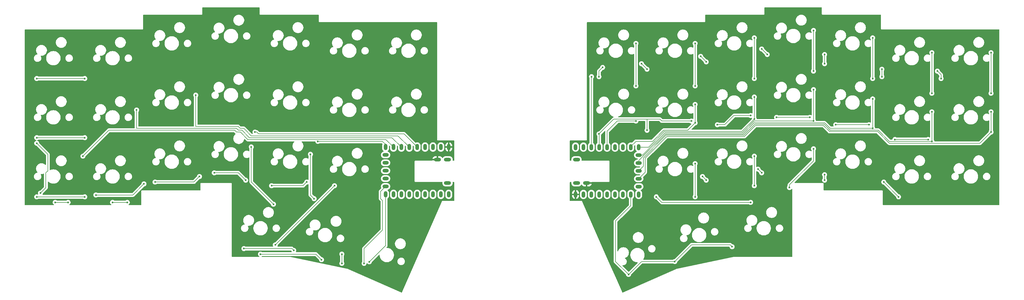
<source format=gtl>
%TF.GenerationSoftware,KiCad,Pcbnew,9.0.0*%
%TF.CreationDate,2025-03-16T07:02:02-06:00*%
%TF.ProjectId,travyboard,74726176-7962-46f6-9172-642e6b696361,rev?*%
%TF.SameCoordinates,Original*%
%TF.FileFunction,Copper,L1,Top*%
%TF.FilePolarity,Positive*%
%FSLAX46Y46*%
G04 Gerber Fmt 4.6, Leading zero omitted, Abs format (unit mm)*
G04 Created by KiCad (PCBNEW 9.0.0) date 2025-03-16 07:02:02*
%MOMM*%
%LPD*%
G01*
G04 APERTURE LIST*
%TA.AperFunction,ComponentPad*%
%ADD10O,1.200000X2.000000*%
%TD*%
%TA.AperFunction,ComponentPad*%
%ADD11O,2.000000X1.200000*%
%TD*%
%TA.AperFunction,ComponentPad*%
%ADD12O,2.300000X1.150000*%
%TD*%
%TA.AperFunction,ViaPad*%
%ADD13C,0.600000*%
%TD*%
%TA.AperFunction,Conductor*%
%ADD14C,0.200000*%
%TD*%
G04 APERTURE END LIST*
D10*
%TO.P,U2,0,0*%
%TO.N,unconnected-(U2-Pad0)*%
X210794950Y-64337798D03*
%TO.P,U2,1,1*%
%TO.N,/Right Half/RX*%
X213334950Y-64337798D03*
%TO.P,U2,2,2*%
%TO.N,/Right Half/ROW_0*%
X215874950Y-64337798D03*
%TO.P,U2,3,3*%
%TO.N,/Right Half/ROW_1*%
X218414950Y-64337798D03*
%TO.P,U2,3v3,3v3*%
%TO.N,unconnected-(U2-Pad3v3)*%
X215874950Y-79577798D03*
%TO.P,U2,4,4*%
%TO.N,/Right Half/COL_0*%
X220954950Y-64337798D03*
%TO.P,U2,5,5*%
%TO.N,unconnected-(U2-Pad5)*%
X223494950Y-64337798D03*
%TO.P,U2,5v,5v*%
%TO.N,+5V*%
X210794950Y-79577798D03*
%TO.P,U2,6,6*%
%TO.N,unconnected-(U2-Pad6)*%
X226034950Y-64337798D03*
%TO.P,U2,7,7*%
%TO.N,/Right Half/COL_1*%
X228574950Y-64337798D03*
%TO.P,U2,8,8*%
%TO.N,/Right Half/COL_2*%
X231114950Y-64337798D03*
D11*
%TO.P,U2,9,9*%
%TO.N,/Right Half/COL_3*%
X231114950Y-66877798D03*
%TO.P,U2,10,10*%
%TO.N,/Right Half/COL_4*%
X231114950Y-69417798D03*
%TO.P,U2,11,11*%
%TO.N,/Right Half/COL_5*%
X231114950Y-71957798D03*
%TO.P,U2,12,12*%
%TO.N,/Right Half/COL_6*%
X231114950Y-74497798D03*
%TO.P,U2,13,13*%
%TO.N,/Right Half/ROW_2*%
X231114950Y-77037798D03*
D10*
%TO.P,U2,14,14*%
%TO.N,/Right Half/LED_GPIO*%
X231114950Y-79577798D03*
%TO.P,U2,15,15*%
%TO.N,/Right Half/ROW_3*%
X228574950Y-79577798D03*
%TO.P,U2,26,26*%
%TO.N,unconnected-(U2-Pad26)*%
X226034950Y-79577798D03*
%TO.P,U2,27,27*%
%TO.N,unconnected-(U2-Pad27)*%
X223494950Y-79577798D03*
%TO.P,U2,28,28*%
%TO.N,unconnected-(U2-Pad28)*%
X220954950Y-79577798D03*
%TO.P,U2,29,29*%
%TO.N,unconnected-(U2-Pad29)*%
X218414950Y-79577798D03*
%TO.P,U2,GND,GND*%
%TO.N,GND*%
X213334950Y-79577798D03*
%TD*%
%TO.P,U1,0,0*%
%TO.N,/Left Half/TX*%
X169966490Y-79548026D03*
%TO.P,U1,1,1*%
%TO.N,unconnected-(U1-Pad1)*%
X167426490Y-79548026D03*
%TO.P,U1,2,2*%
%TO.N,unconnected-(U1-Pad2)*%
X164886490Y-79548026D03*
%TO.P,U1,3,3*%
%TO.N,unconnected-(U1-Pad3)*%
X162346490Y-79548026D03*
%TO.P,U1,3v3,3v3*%
%TO.N,unconnected-(U1-Pad3v3)*%
X164886490Y-64308026D03*
%TO.P,U1,4,4*%
%TO.N,unconnected-(U1-Pad4)*%
X159806490Y-79548026D03*
%TO.P,U1,5,5*%
%TO.N,unconnected-(U1-Pad5)*%
X157266490Y-79548026D03*
%TO.P,U1,5v,5v*%
%TO.N,+5V*%
X169966490Y-64308026D03*
%TO.P,U1,6,6*%
%TO.N,unconnected-(U1-Pad6)*%
X154726490Y-79548026D03*
%TO.P,U1,7,7*%
%TO.N,unconnected-(U1-Pad7)*%
X152186490Y-79548026D03*
%TO.P,U1,8,8*%
%TO.N,/Left Half/LED_GPIO*%
X149646490Y-79548026D03*
D11*
%TO.P,U1,9,9*%
%TO.N,/Left Half/ROW_3*%
X149646490Y-77008026D03*
%TO.P,U1,10,10*%
%TO.N,/Left Half/ROW_2*%
X149646490Y-74468026D03*
%TO.P,U1,11,11*%
%TO.N,/Left Half/ROW_1*%
X149646490Y-71928026D03*
%TO.P,U1,12,12*%
%TO.N,/Left Half/ROW_0*%
X149646490Y-69388026D03*
%TO.P,U1,13,13*%
%TO.N,/Left Half/COL_5*%
X149646490Y-66848026D03*
D10*
%TO.P,U1,14,14*%
%TO.N,/Left Half/COL_4*%
X149646490Y-64308026D03*
%TO.P,U1,15,15*%
%TO.N,/Left Half/COL_0*%
X152186490Y-64308026D03*
%TO.P,U1,26,26*%
%TO.N,/Left Half/COL_1*%
X154726490Y-64308026D03*
%TO.P,U1,27,27*%
%TO.N,/Left Half/COL_2*%
X157266490Y-64308026D03*
%TO.P,U1,28,28*%
%TO.N,/Left Half/COL_3*%
X159806490Y-64308026D03*
%TO.P,U1,29,29*%
%TO.N,/Left Half/COL_6*%
X162346490Y-64308026D03*
%TO.P,U1,GND,GND*%
%TO.N,GND*%
X167426490Y-64308026D03*
%TD*%
D12*
%TO.P,J1,1*%
%TO.N,GND*%
X169588734Y-75921823D03*
%TO.P,J1,3*%
%TO.N,+5V*%
X166338734Y-68321823D03*
%TO.P,J1,5*%
%TO.N,GND*%
X169588734Y-68321823D03*
%TD*%
%TO.P,J2,1*%
%TO.N,GND*%
X211093734Y-68322298D03*
%TO.P,J2,3*%
%TO.N,+5V*%
X214343734Y-75922298D03*
%TO.P,J2,5*%
%TO.N,GND*%
X211093734Y-75922298D03*
%TD*%
D13*
%TO.N,/Left Half/COL_1*%
X69492827Y-52360845D03*
%TO.N,/Left Half/COL_2*%
X88542843Y-47598341D03*
%TO.N,/Left Half/COL_3*%
X113545989Y-82721808D03*
X107592859Y-59504601D03*
X106402233Y-64267105D03*
%TO.N,/Left Half/COL_4*%
X127833501Y-62481166D03*
X126642875Y-80935869D03*
X125452249Y-66648357D03*
%TO.N,/Right Half/COL_1*%
X249277353Y-56528036D03*
X249277353Y-44621776D03*
X249277353Y-50574906D03*
X249277353Y-30929577D03*
X249277353Y-80340556D03*
X249277353Y-69624922D03*
%TO.N,/Right Half/COL_2*%
X268327369Y-42240524D03*
X268327369Y-29143638D03*
X268327369Y-67243670D03*
X268327369Y-76768678D03*
X268327369Y-55337410D03*
X268327369Y-48193654D03*
%TO.N,/Right Half/COL_3*%
X287377385Y-26762386D03*
X287377385Y-55932723D03*
X287377385Y-39859272D03*
X287377385Y-45812402D03*
X279638316Y-77363991D03*
X287377385Y-64862418D03*
%TO.N,/Right Half/COL_4*%
X306427401Y-58313975D03*
X306427401Y-42240524D03*
X306427401Y-29143638D03*
X306427401Y-48788967D03*
%TO.N,/Right Half/COL_5*%
X325477417Y-52956158D03*
X325477417Y-62481166D03*
X325477417Y-47003028D03*
X325477417Y-33906142D03*
%TO.N,/Right Half/COL_6*%
X344527433Y-52956158D03*
X344527433Y-33906142D03*
X344527433Y-47003028D03*
X344527433Y-59504601D03*
%TO.N,/Left Half/ROW_0*%
X37345925Y-42240524D03*
X52824063Y-42240524D03*
%TO.N,/Left Half/ROW_2*%
X75445957Y-75578052D03*
X71874079Y-76173365D03*
X52824063Y-80340556D03*
X104616294Y-74982739D03*
X124261623Y-75578052D03*
X94495973Y-72601487D03*
X112950676Y-76768678D03*
X56395941Y-79745243D03*
X37345925Y-80340556D03*
X89733469Y-73792113D03*
%TO.N,/Left Half/ROW_1*%
X37345925Y-61290540D03*
X52824063Y-61290540D03*
%TO.N,/Left Half/ROW_3*%
X120094432Y-97604633D03*
X142716326Y-101771824D03*
X104020981Y-97009320D03*
%TO.N,GND*%
X135572570Y-98795259D03*
X47466246Y-82126495D03*
X61753758Y-82126495D03*
X135572570Y-101771824D03*
X43299055Y-82126495D03*
X66516262Y-82126495D03*
%TO.N,+5V*%
X283805507Y-70220235D03*
X63539697Y-57718662D03*
X283805507Y-32120203D03*
X227846085Y-57718662D03*
X82589713Y-72006174D03*
X265946117Y-55337410D03*
X63539697Y-76768678D03*
X271899247Y-95223381D03*
X233203902Y-102962450D03*
X302855523Y-34501455D03*
X131405379Y-95818694D03*
X101639729Y-50574906D03*
X245705475Y-74982739D03*
X120689745Y-33906142D03*
X264755491Y-34501455D03*
X149860082Y-102367137D03*
X120689745Y-52956158D03*
X323096165Y-60099914D03*
X321905539Y-77363991D03*
X264755491Y-72601487D03*
X245705475Y-36882707D03*
X302855523Y-72601487D03*
X111164737Y-93437442D03*
X158789777Y-55337410D03*
X340955555Y-39263959D03*
X44489681Y-76768678D03*
X139739761Y-55337410D03*
X120689745Y-72006174D03*
X82589713Y-52956158D03*
X82589713Y-33906142D03*
X158789777Y-36287394D03*
X139739761Y-74387426D03*
X101639729Y-69624922D03*
X304046149Y-55337410D03*
X340955555Y-77363991D03*
X342146181Y-60099914D03*
X101639729Y-31524890D03*
X63539697Y-38668646D03*
X284996133Y-52956158D03*
X44489681Y-38668646D03*
X321905539Y-39263959D03*
X252253918Y-97009320D03*
X226655459Y-36882707D03*
X139739761Y-36287394D03*
X44489681Y-57718662D03*
X246896101Y-57718662D03*
%TO.N,/Right Half/ROW_1*%
X218321077Y-60099914D03*
X313571157Y-61885853D03*
X324286791Y-61885853D03*
X267136743Y-54146784D03*
X233799215Y-58909288D03*
X305236775Y-57123349D03*
X275471125Y-54742097D03*
X256421109Y-57123349D03*
X294521141Y-57123349D03*
X248086727Y-55932723D03*
X286186759Y-54742097D03*
%TO.N,/Right Half/ROW_0*%
X272494560Y-34501455D03*
X270708621Y-32715516D03*
X233799215Y-39263959D03*
X290949263Y-37478020D03*
X309403966Y-39263959D03*
X327263356Y-39859272D03*
X309403966Y-41645211D03*
X328453982Y-42240524D03*
X232013276Y-37478020D03*
X251063292Y-35096768D03*
X290949263Y-34501455D03*
X252849231Y-36882707D03*
X215939825Y-41645211D03*
%TO.N,/Right Half/ROW_2*%
X269517995Y-71410861D03*
X252849231Y-74982739D03*
X251658605Y-73792113D03*
X314761783Y-80340556D03*
X290949263Y-74982739D03*
X270708621Y-72601487D03*
X290949263Y-73196800D03*
X309999279Y-75578052D03*
%TO.N,/Right Half/ROW_3*%
X227846085Y-105343702D03*
X242728910Y-101176511D03*
X261183613Y-96414007D03*
%TO.N,/Left Half/COL_0*%
X52228750Y-67243670D03*
%TO.N,/Left Half/LED_GPIO*%
X144384647Y-101294129D03*
%TO.N,Net-(D47-DOUT)*%
X114141302Y-95818694D03*
X133191318Y-76768678D03*
%TO.N,Net-(D53-DOUT)*%
X38536551Y-79149930D03*
X37345925Y-63076479D03*
%TO.N,Net-(D46-DOUT)*%
X129024127Y-100581198D03*
X109378798Y-98795259D03*
%TO.N,Net-(D72-DIN)*%
X218321077Y-41645211D03*
X219511703Y-38668646D03*
%TO.N,Net-(D80-DOUT)*%
X236775780Y-80340556D03*
X267136743Y-82126495D03*
%TO.N,/Right Half/COL_0*%
X230227337Y-30929577D03*
X230227337Y-55937410D03*
X230227337Y-44621776D03*
%TD*%
D14*
%TO.N,/Left Half/COL_1*%
X102235042Y-58909288D02*
X101639729Y-58313975D01*
X101639729Y-58313975D02*
X99853790Y-58313975D01*
X151709004Y-61290540D02*
X105806920Y-61290540D01*
X69492827Y-58313975D02*
X69492827Y-52360845D01*
X103425668Y-58909288D02*
X102235042Y-58909288D01*
X99853790Y-58313975D02*
X71278766Y-58313975D01*
X105806920Y-61290540D02*
X103425668Y-58909288D01*
X154726490Y-64308026D02*
X151709004Y-61290540D01*
X71278766Y-58313975D02*
X69492827Y-58313975D01*
%TO.N,/Left Half/COL_2*%
X147478830Y-60695227D02*
X106402233Y-60695227D01*
X102830355Y-58313975D02*
X102235042Y-57718662D01*
X100449103Y-57718662D02*
X88542843Y-57718662D01*
X153653691Y-60695227D02*
X147478830Y-60695227D01*
X102235042Y-57718662D02*
X100449103Y-57718662D01*
X88542843Y-57718662D02*
X88542843Y-47598341D01*
X104020981Y-58313975D02*
X102830355Y-58313975D01*
X106402233Y-60695227D02*
X104616294Y-58909288D01*
X104616294Y-58909288D02*
X104020981Y-58313975D01*
X157266490Y-64308026D02*
X153653691Y-60695227D01*
%TO.N,/Left Half/COL_3*%
X155598378Y-60099914D02*
X108783485Y-60099914D01*
X159806490Y-64308026D02*
X155598378Y-60099914D01*
X108188172Y-59504601D02*
X107592859Y-59504601D01*
X106402233Y-75578052D02*
X113545989Y-82721808D01*
X106402233Y-64267105D02*
X106402233Y-75578052D01*
X108783485Y-60099914D02*
X108188172Y-59504601D01*
%TO.N,/Left Half/COL_4*%
X148669456Y-62481166D02*
X127833501Y-62481166D01*
X125452249Y-79745243D02*
X126642875Y-80935869D01*
X125452249Y-66648357D02*
X125452249Y-79745243D01*
X149646490Y-64308026D02*
X149646490Y-63458200D01*
X149646490Y-63458200D02*
X148669456Y-62481166D01*
%TO.N,/Right Half/COL_1*%
X246896101Y-58909288D02*
X239157032Y-58909288D01*
X249277353Y-30929577D02*
X249277353Y-44621776D01*
X230227337Y-62481166D02*
X228574950Y-64133553D01*
X249277353Y-50574906D02*
X249277353Y-56528036D01*
X228574950Y-64133553D02*
X228574950Y-64337798D01*
X239157032Y-58909288D02*
X235585154Y-62481166D01*
X235585154Y-62481166D02*
X230227337Y-62481166D01*
X249277353Y-69624922D02*
X249277353Y-80340556D01*
X249277353Y-56528036D02*
X246896101Y-58909288D01*
%TO.N,/Right Half/COL_2*%
X264354491Y-59310288D02*
X239351345Y-59310288D01*
X268327369Y-48193654D02*
X268327369Y-55337410D01*
X239351345Y-59310288D02*
X234323835Y-64337798D01*
X234323835Y-64337798D02*
X231114950Y-64337798D01*
X268327369Y-29143638D02*
X268327369Y-42240524D01*
X268327369Y-67243670D02*
X268327369Y-76768678D01*
X268327369Y-55337410D02*
X264354491Y-59310288D01*
%TO.N,/Right Half/COL_3*%
X268293469Y-55938410D02*
X268576312Y-55938410D01*
X232379148Y-66877798D02*
X239545658Y-59711288D01*
X287377385Y-64862418D02*
X287377385Y-68774730D01*
X268581999Y-55932723D02*
X287377385Y-55932723D01*
X287377385Y-26762386D02*
X287377385Y-39859272D01*
X231114950Y-66877798D02*
X232379148Y-66877798D01*
X287377385Y-45812402D02*
X287377385Y-55932723D01*
X264520591Y-59711288D02*
X268293469Y-55938410D01*
X279638316Y-76513799D02*
X279638316Y-77363991D01*
X287377385Y-68774730D02*
X279638316Y-76513799D01*
X239545658Y-59711288D02*
X264520591Y-59711288D01*
X268576312Y-55938410D02*
X268581999Y-55932723D01*
%TO.N,/Right Half/COL_4*%
X292735202Y-58313975D02*
X290954950Y-56533723D01*
X304896091Y-58313975D02*
X304892794Y-58310677D01*
X306427401Y-48788967D02*
X306427401Y-58313975D01*
X239711758Y-60112288D02*
X264686691Y-60112288D01*
X306427401Y-29143638D02*
X306427401Y-42240524D01*
X290954950Y-56533723D02*
X287626328Y-56533723D01*
X287632015Y-56528036D02*
X287626328Y-56533723D01*
X231114950Y-69417798D02*
X231114950Y-68709096D01*
X306427401Y-58313975D02*
X304896091Y-58313975D01*
X231114950Y-68709096D02*
X239711758Y-60112288D01*
X264686691Y-60112288D02*
X268265256Y-56533723D01*
X268265256Y-56533723D02*
X287626328Y-56533723D01*
X304889495Y-58313975D02*
X292735202Y-58313975D01*
X304892794Y-58310677D02*
X304889495Y-58313975D01*
%TO.N,/Right Half/COL_5*%
X290788850Y-56934723D02*
X292763415Y-58909288D01*
X311790905Y-62486853D02*
X325471730Y-62486853D01*
X325471730Y-62486853D02*
X325477417Y-62481166D01*
X232608589Y-70464159D02*
X232608589Y-67838983D01*
X268515995Y-56934723D02*
X290788850Y-56934723D01*
X292763415Y-58909288D02*
X306172771Y-58909288D01*
X306178458Y-58914975D02*
X306676344Y-58914975D01*
X264937430Y-60513288D02*
X268515995Y-56934723D01*
X239934284Y-60513288D02*
X264937430Y-60513288D01*
X306676344Y-58914975D02*
X306682031Y-58909288D01*
X306682031Y-58909288D02*
X308213340Y-58909288D01*
X232608589Y-67838983D02*
X239934284Y-60513288D01*
X325477417Y-33906142D02*
X325477417Y-47003028D01*
X325477417Y-52956158D02*
X325477417Y-62481166D01*
X306172771Y-58909288D02*
X306178458Y-58914975D01*
X308213340Y-58909288D02*
X311790905Y-62486853D01*
X231114950Y-71957798D02*
X232608589Y-70464159D01*
%TO.N,/Right Half/COL_6*%
X340949868Y-63082166D02*
X344527433Y-59504601D01*
X308024714Y-59315975D02*
X311790905Y-63082166D01*
X311790905Y-63082166D02*
X340949868Y-63082166D01*
X240128597Y-60914288D02*
X265131743Y-60914288D01*
X290566324Y-57335723D02*
X292546576Y-59315975D01*
X233203902Y-67838983D02*
X240128597Y-60914288D01*
X265131743Y-60914288D02*
X268710308Y-57335723D01*
X233203902Y-72408846D02*
X233203902Y-67838983D01*
X344527433Y-52956158D02*
X344527433Y-59504601D01*
X268710308Y-57335723D02*
X290566324Y-57335723D01*
X231114950Y-74497798D02*
X233203902Y-72408846D01*
X292546576Y-59315975D02*
X308024714Y-59315975D01*
X344527433Y-33906142D02*
X344527433Y-47003028D01*
%TO.N,/Left Half/ROW_0*%
X37345925Y-42240524D02*
X52824063Y-42240524D01*
%TO.N,/Left Half/ROW_2*%
X123070997Y-76768678D02*
X124261623Y-75578052D01*
X68302201Y-79745243D02*
X71874079Y-76173365D01*
X56395941Y-79745243D02*
X68302201Y-79745243D01*
X37345925Y-80340556D02*
X52824063Y-80340556D01*
X94495973Y-72601487D02*
X102235042Y-72601487D01*
X112950676Y-76768678D02*
X123070997Y-76768678D01*
X102235042Y-72601487D02*
X104616294Y-74982739D01*
X89733469Y-73792113D02*
X87947530Y-75578052D01*
X87947530Y-75578052D02*
X75445957Y-75578052D01*
%TO.N,/Left Half/ROW_1*%
X37345925Y-61290540D02*
X52824063Y-61290540D01*
%TO.N,/Left Half/ROW_3*%
X148074143Y-78580373D02*
X149646490Y-77008026D01*
X119499119Y-97009320D02*
X120094432Y-97604633D01*
X148669456Y-91056190D02*
X148669456Y-81531182D01*
X104020981Y-97009320D02*
X119499119Y-97009320D01*
X148074143Y-80935869D02*
X148074143Y-78580373D01*
X148669456Y-81531182D02*
X148074143Y-80935869D01*
X142716326Y-101771824D02*
X142716326Y-97009320D01*
X142716326Y-97009320D02*
X148669456Y-91056190D01*
%TO.N,GND*%
X43299055Y-82126495D02*
X47466246Y-82126495D01*
X135572570Y-98795259D02*
X135572570Y-101771824D01*
X61753758Y-82126495D02*
X66516262Y-82126495D01*
%TO.N,/Right Half/ROW_1*%
X223083581Y-55337410D02*
X233799215Y-55337410D01*
X275471125Y-54742097D02*
X286186759Y-54742097D01*
X294521141Y-57123349D02*
X305236775Y-57123349D01*
X237966406Y-55337410D02*
X238561719Y-55932723D01*
X218414950Y-60193787D02*
X218414950Y-64337798D01*
X233799215Y-55337410D02*
X233799215Y-58909288D01*
X238561719Y-55932723D02*
X248086727Y-55932723D01*
X261778926Y-54146784D02*
X267136743Y-54146784D01*
X233799215Y-55337410D02*
X237966406Y-55337410D01*
X218321077Y-60099914D02*
X223083581Y-55337410D01*
X256421109Y-57123349D02*
X258802361Y-57123349D01*
X313571157Y-61885853D02*
X324286791Y-61885853D01*
X258802361Y-57123349D02*
X261778926Y-54146784D01*
X218321077Y-60099914D02*
X218414950Y-60193787D01*
%TO.N,/Right Half/ROW_0*%
X215874950Y-41710086D02*
X215939825Y-41645211D01*
X251063292Y-35096768D02*
X252849231Y-36882707D01*
X270708621Y-32715516D02*
X272494560Y-34501455D01*
X309403966Y-39263959D02*
X309403966Y-41645211D01*
X327263356Y-39859272D02*
X328453982Y-41049898D01*
X328453982Y-41049898D02*
X328453982Y-42240524D01*
X290949263Y-34501455D02*
X290949263Y-37478020D01*
X215874950Y-64337798D02*
X215874950Y-41710086D01*
X233799215Y-39263959D02*
X232013276Y-37478020D01*
%TO.N,/Right Half/ROW_2*%
X309999279Y-75578052D02*
X314761783Y-80340556D01*
X290949263Y-73196800D02*
X290949263Y-74982739D01*
X269517995Y-71410861D02*
X270708621Y-72601487D01*
X251658605Y-73792113D02*
X252849231Y-74982739D01*
%TO.N,/Right Half/ROW_3*%
X227846085Y-105343702D02*
X232013276Y-101176511D01*
X248086727Y-95818694D02*
X242728910Y-101176511D01*
X228574950Y-83183569D02*
X228574950Y-79577798D01*
X261183613Y-96414007D02*
X260588300Y-95818694D01*
X223678894Y-88079625D02*
X228574950Y-83183569D01*
X223678894Y-101176511D02*
X223678894Y-88079625D01*
X260588300Y-95818694D02*
X248086727Y-95818694D01*
X227846085Y-105343702D02*
X223678894Y-101176511D01*
X232013276Y-101176511D02*
X242728910Y-101176511D01*
%TO.N,/Left Half/COL_0*%
X102947475Y-59504601D02*
X101639729Y-59504601D01*
X101044416Y-58909288D02*
X60563132Y-58909288D01*
X60563132Y-58909288D02*
X52228750Y-67243670D01*
X105323040Y-61880166D02*
X102947475Y-59504601D01*
X101639729Y-59504601D02*
X101044416Y-58909288D01*
X136167883Y-61885853D02*
X136162196Y-61880166D01*
X152186490Y-64308026D02*
X149764317Y-61885853D01*
X136162196Y-61880166D02*
X105323040Y-61880166D01*
X149764317Y-61885853D02*
X136167883Y-61885853D01*
%TO.N,/Left Half/LED_GPIO*%
X149646490Y-96032286D02*
X149646490Y-95605102D01*
X144384647Y-101294129D02*
X149646490Y-96032286D01*
X149646490Y-95605102D02*
X149646490Y-79548026D01*
%TO.N,Net-(D47-DOUT)*%
X133191318Y-76768678D02*
X114141302Y-95818694D01*
%TO.N,Net-(D53-DOUT)*%
X40302734Y-77383747D02*
X38536551Y-79149930D01*
X40302734Y-72621243D02*
X40302734Y-77383747D01*
X40917803Y-66648357D02*
X40917803Y-72006174D01*
X40917803Y-72006174D02*
X40302734Y-72621243D01*
X37345925Y-63076479D02*
X40917803Y-66648357D01*
%TO.N,Net-(D46-DOUT)*%
X109378798Y-98795259D02*
X127238188Y-98795259D01*
X127238188Y-98795259D02*
X129024127Y-100581198D01*
%TO.N,Net-(D72-DIN)*%
X218321077Y-39859272D02*
X219511703Y-38668646D01*
X218321077Y-41645211D02*
X218321077Y-39859272D01*
%TO.N,Net-(D80-DOUT)*%
X267136743Y-82126495D02*
X238561719Y-82126495D01*
X238561719Y-82126495D02*
X236775780Y-80340556D01*
%TO.N,/Right Half/COL_0*%
X224269521Y-55937410D02*
X221297643Y-58909288D01*
X220954950Y-59251980D02*
X220954950Y-64337798D01*
X221297643Y-58909288D02*
X220954950Y-59251980D01*
X230227337Y-30929577D02*
X230227337Y-44621776D01*
X230227337Y-55937410D02*
X224269521Y-55937410D01*
%TD*%
%TA.AperFunction,Conductor*%
%TO.N,+5V*%
G36*
X109021273Y-19343508D02*
G01*
X109067028Y-19396312D01*
X109078234Y-19447823D01*
X109078234Y-21444135D01*
X109091886Y-21495086D01*
X109098713Y-21520563D01*
X109098716Y-21520568D01*
X109138269Y-21589077D01*
X109138273Y-21589082D01*
X109138274Y-21589084D01*
X109194223Y-21645033D01*
X109194225Y-21645034D01*
X109194229Y-21645037D01*
X109262738Y-21684590D01*
X109262745Y-21684594D01*
X109339172Y-21705073D01*
X109418296Y-21705073D01*
X128004234Y-21705073D01*
X128071273Y-21724758D01*
X128117028Y-21777562D01*
X128128234Y-21829073D01*
X128128234Y-23746261D01*
X128128234Y-23825385D01*
X128141886Y-23876336D01*
X128148713Y-23901813D01*
X128148716Y-23901818D01*
X128188269Y-23970327D01*
X128188273Y-23970332D01*
X128188274Y-23970334D01*
X128244223Y-24026283D01*
X128244225Y-24026284D01*
X128244229Y-24026287D01*
X128312738Y-24065840D01*
X128312745Y-24065844D01*
X128389172Y-24086323D01*
X166104234Y-24086323D01*
X166171273Y-24106008D01*
X166217028Y-24158812D01*
X166228234Y-24210323D01*
X166228234Y-61925385D01*
X166234809Y-61949922D01*
X166248713Y-62001813D01*
X166248716Y-62001818D01*
X166288269Y-62070327D01*
X166288273Y-62070332D01*
X166288274Y-62070334D01*
X166344223Y-62126283D01*
X166344225Y-62126284D01*
X166344229Y-62126287D01*
X166354970Y-62132488D01*
X166412745Y-62165844D01*
X166489172Y-62186323D01*
X166568296Y-62186323D01*
X171614234Y-62186323D01*
X171681273Y-62206008D01*
X171727028Y-62258812D01*
X171738234Y-62310323D01*
X171738234Y-68547323D01*
X171718549Y-68614362D01*
X171665745Y-68660117D01*
X171614234Y-68671323D01*
X171342471Y-68671323D01*
X171275432Y-68651638D01*
X171229677Y-68598834D01*
X171219733Y-68529676D01*
X171219998Y-68527925D01*
X171239234Y-68406472D01*
X171239234Y-68237173D01*
X171212752Y-68069975D01*
X171168221Y-67932924D01*
X171160439Y-67908974D01*
X171160437Y-67908971D01*
X171160437Y-67908969D01*
X171121051Y-67831671D01*
X171083584Y-67758138D01*
X171053850Y-67717212D01*
X170984085Y-67621188D01*
X170984081Y-67621183D01*
X170864373Y-67501475D01*
X170864368Y-67501471D01*
X170727422Y-67401975D01*
X170727421Y-67401974D01*
X170727419Y-67401973D01*
X170680316Y-67377973D01*
X170576587Y-67325119D01*
X170415581Y-67272804D01*
X170248383Y-67246323D01*
X170248378Y-67246323D01*
X168929090Y-67246323D01*
X168929085Y-67246323D01*
X168761886Y-67272804D01*
X168600880Y-67325119D01*
X168450045Y-67401975D01*
X168313099Y-67501471D01*
X168313094Y-67501475D01*
X168193386Y-67621183D01*
X168193382Y-67621188D01*
X168093884Y-67758136D01*
X168073937Y-67797284D01*
X168025962Y-67848080D01*
X167958141Y-67864874D01*
X167892006Y-67842336D01*
X167852968Y-67797283D01*
X167833155Y-67758399D01*
X167733695Y-67621506D01*
X167733695Y-67621505D01*
X167614051Y-67501861D01*
X167477157Y-67402401D01*
X167326393Y-67325583D01*
X167165460Y-67273292D01*
X166998343Y-67246823D01*
X166588734Y-67246823D01*
X166588734Y-68071823D01*
X166088734Y-68071823D01*
X166088734Y-67246823D01*
X165679125Y-67246823D01*
X165512007Y-67273292D01*
X165351074Y-67325583D01*
X165200310Y-67402401D01*
X165063417Y-67501861D01*
X165063416Y-67501861D01*
X164943772Y-67621505D01*
X164943772Y-67621506D01*
X164844312Y-67758399D01*
X164767494Y-67909163D01*
X164715203Y-68070096D01*
X164714930Y-68071823D01*
X165639006Y-68071823D01*
X165547120Y-68109883D01*
X165476794Y-68180209D01*
X165438734Y-68272095D01*
X165438734Y-68371551D01*
X165476794Y-68463437D01*
X165547120Y-68533763D01*
X165639006Y-68571823D01*
X164714929Y-68571823D01*
X164700053Y-68589239D01*
X164699023Y-68597217D01*
X164654028Y-68650669D01*
X164587277Y-68671310D01*
X164585504Y-68671323D01*
X159328296Y-68671323D01*
X159249172Y-68671323D01*
X159210958Y-68681562D01*
X159172743Y-68691802D01*
X159172738Y-68691805D01*
X159104229Y-68731358D01*
X159104221Y-68731364D01*
X159048275Y-68787310D01*
X159048269Y-68787318D01*
X159008716Y-68855827D01*
X159008713Y-68855832D01*
X158998444Y-68894157D01*
X158988234Y-68932261D01*
X158988234Y-75232261D01*
X158988234Y-75311385D01*
X158997124Y-75344562D01*
X159008713Y-75387813D01*
X159008716Y-75387818D01*
X159048269Y-75456327D01*
X159048273Y-75456332D01*
X159048274Y-75456334D01*
X159104223Y-75512283D01*
X159104225Y-75512284D01*
X159104229Y-75512287D01*
X159154704Y-75541428D01*
X159172745Y-75551844D01*
X159249172Y-75572323D01*
X167834997Y-75572323D01*
X167902036Y-75592008D01*
X167947791Y-75644812D01*
X167957735Y-75713970D01*
X167957470Y-75715721D01*
X167938234Y-75837173D01*
X167938234Y-76006472D01*
X167964715Y-76173670D01*
X168017030Y-76334676D01*
X168066231Y-76431237D01*
X168087930Y-76473823D01*
X168093886Y-76485511D01*
X168193382Y-76622457D01*
X168193386Y-76622462D01*
X168313094Y-76742170D01*
X168313099Y-76742174D01*
X168386021Y-76795154D01*
X168450049Y-76841673D01*
X168546159Y-76890643D01*
X168600880Y-76918526D01*
X168600882Y-76918526D01*
X168600885Y-76918528D01*
X168676516Y-76943102D01*
X168761886Y-76970841D01*
X168929085Y-76997323D01*
X168929090Y-76997323D01*
X170248383Y-76997323D01*
X170415581Y-76970841D01*
X170476069Y-76951187D01*
X170576583Y-76918528D01*
X170727419Y-76841673D01*
X170864375Y-76742169D01*
X170984080Y-76622464D01*
X171083584Y-76485508D01*
X171160439Y-76334672D01*
X171212752Y-76173670D01*
X171218460Y-76137629D01*
X171239234Y-76006472D01*
X171239234Y-75837173D01*
X171219998Y-75715721D01*
X171228953Y-75646427D01*
X171273949Y-75592975D01*
X171340701Y-75572336D01*
X171342471Y-75572323D01*
X171614234Y-75572323D01*
X171681273Y-75592008D01*
X171727028Y-75644812D01*
X171738234Y-75696323D01*
X171738234Y-81503323D01*
X171718549Y-81570362D01*
X171665745Y-81616117D01*
X171614234Y-81627323D01*
X168085107Y-81627323D01*
X168068861Y-81624808D01*
X168045709Y-81627323D01*
X168022423Y-81627323D01*
X168022421Y-81627323D01*
X168022413Y-81627324D01*
X168015744Y-81629111D01*
X167997067Y-81632606D01*
X167990207Y-81633351D01*
X167990196Y-81633354D01*
X167974740Y-81639349D01*
X167974739Y-81639348D01*
X167968469Y-81641779D01*
X167945996Y-81647802D01*
X167931764Y-81656018D01*
X167922879Y-81659465D01*
X167922872Y-81659469D01*
X167916432Y-81661967D01*
X167916430Y-81661968D01*
X167903060Y-81671753D01*
X167891836Y-81679070D01*
X167877473Y-81687363D01*
X167872592Y-81692244D01*
X167865845Y-81698990D01*
X167852584Y-81708697D01*
X167838004Y-81726828D01*
X167833253Y-81731580D01*
X167833254Y-81731580D01*
X167821527Y-81743307D01*
X167819217Y-81747309D01*
X167813304Y-81757549D01*
X167803005Y-81770360D01*
X167793608Y-81791663D01*
X167790251Y-81797478D01*
X167781964Y-81811832D01*
X167780176Y-81818504D01*
X167773860Y-81836435D01*
X154870671Y-111091885D01*
X154825607Y-111145279D01*
X154758829Y-111165835D01*
X154707176Y-111155300D01*
X154684455Y-111145279D01*
X137673040Y-103642351D01*
X137645006Y-103628129D01*
X137636939Y-103626429D01*
X137629398Y-103623103D01*
X137629396Y-103623102D01*
X137601645Y-103618805D01*
X137595052Y-103617601D01*
X118976939Y-99694149D01*
X118976939Y-99694148D01*
X118973622Y-99693449D01*
X118943296Y-99685323D01*
X118935056Y-99685323D01*
X118926993Y-99683624D01*
X118926990Y-99683623D01*
X118926987Y-99683623D01*
X118926983Y-99683623D01*
X118926981Y-99683623D01*
X118898965Y-99685141D01*
X118892257Y-99685323D01*
X109896359Y-99685323D01*
X109863858Y-99675779D01*
X109831192Y-99666818D01*
X109830422Y-99665961D01*
X109829320Y-99665638D01*
X109807151Y-99640053D01*
X109784502Y-99614839D01*
X109784317Y-99613702D01*
X109783565Y-99612834D01*
X109778743Y-99579302D01*
X109773326Y-99545869D01*
X109773784Y-99544815D01*
X109773621Y-99543676D01*
X109787701Y-99512844D01*
X109801212Y-99481806D01*
X109802337Y-99480794D01*
X109802646Y-99480120D01*
X109827468Y-99458221D01*
X109889673Y-99416657D01*
X109956351Y-99395779D01*
X109958564Y-99395759D01*
X126938091Y-99395759D01*
X127005130Y-99415444D01*
X127025772Y-99432078D01*
X128189552Y-100595858D01*
X128223037Y-100657181D01*
X128223488Y-100659347D01*
X128254388Y-100814689D01*
X128254391Y-100814699D01*
X128314729Y-100960370D01*
X128314736Y-100960383D01*
X128402337Y-101091486D01*
X128402340Y-101091490D01*
X128513834Y-101202984D01*
X128513838Y-101202987D01*
X128644941Y-101290588D01*
X128644954Y-101290595D01*
X128772796Y-101343548D01*
X128790630Y-101350935D01*
X128897933Y-101372279D01*
X128945280Y-101381697D01*
X128945283Y-101381698D01*
X128945285Y-101381698D01*
X129102971Y-101381698D01*
X129102972Y-101381697D01*
X129257624Y-101350935D01*
X129403306Y-101290592D01*
X129534416Y-101202987D01*
X129645916Y-101091487D01*
X129733521Y-100960377D01*
X129793864Y-100814695D01*
X129824627Y-100660040D01*
X129824627Y-100502356D01*
X129824627Y-100502353D01*
X129824626Y-100502351D01*
X129811102Y-100434364D01*
X129793864Y-100347701D01*
X129759958Y-100265844D01*
X129733524Y-100202025D01*
X129733517Y-100202012D01*
X129645916Y-100070909D01*
X129645913Y-100070905D01*
X129534418Y-99959410D01*
X129534415Y-99959408D01*
X129403312Y-99871807D01*
X129403299Y-99871800D01*
X129257628Y-99811462D01*
X129257618Y-99811459D01*
X129102276Y-99780559D01*
X129040365Y-99748174D01*
X129038787Y-99746623D01*
X128008576Y-98716412D01*
X134772070Y-98716412D01*
X134772070Y-98874105D01*
X134802831Y-99028748D01*
X134802834Y-99028760D01*
X134863172Y-99174431D01*
X134863179Y-99174444D01*
X134951172Y-99306133D01*
X134972050Y-99372810D01*
X134972070Y-99375024D01*
X134972070Y-101192058D01*
X134952385Y-101259097D01*
X134951172Y-101260949D01*
X134863179Y-101392638D01*
X134863172Y-101392651D01*
X134802834Y-101538322D01*
X134802831Y-101538334D01*
X134772070Y-101692977D01*
X134772070Y-101850670D01*
X134802831Y-102005313D01*
X134802834Y-102005325D01*
X134863172Y-102150996D01*
X134863179Y-102151009D01*
X134950780Y-102282112D01*
X134950783Y-102282116D01*
X135062277Y-102393610D01*
X135062281Y-102393613D01*
X135193384Y-102481214D01*
X135193397Y-102481221D01*
X135339068Y-102541559D01*
X135339073Y-102541561D01*
X135487283Y-102571042D01*
X135493723Y-102572323D01*
X135493726Y-102572324D01*
X135493728Y-102572324D01*
X135651414Y-102572324D01*
X135651415Y-102572323D01*
X135806067Y-102541561D01*
X135951749Y-102481218D01*
X136082859Y-102393613D01*
X136194359Y-102282113D01*
X136281964Y-102151003D01*
X136342307Y-102005321D01*
X136373070Y-101850666D01*
X136373070Y-101692982D01*
X136373070Y-101692979D01*
X136373069Y-101692977D01*
X141915826Y-101692977D01*
X141915826Y-101850670D01*
X141946587Y-102005313D01*
X141946590Y-102005325D01*
X142006928Y-102150996D01*
X142006935Y-102151009D01*
X142094536Y-102282112D01*
X142094539Y-102282116D01*
X142206033Y-102393610D01*
X142206037Y-102393613D01*
X142337140Y-102481214D01*
X142337153Y-102481221D01*
X142482824Y-102541559D01*
X142482829Y-102541561D01*
X142631039Y-102571042D01*
X142637479Y-102572323D01*
X142637482Y-102572324D01*
X142637484Y-102572324D01*
X142795170Y-102572324D01*
X142795171Y-102572323D01*
X142949823Y-102541561D01*
X143095505Y-102481218D01*
X143226615Y-102393613D01*
X143338115Y-102282113D01*
X143425720Y-102151003D01*
X143486063Y-102005321D01*
X143516826Y-101850666D01*
X143516826Y-101844978D01*
X143536511Y-101777939D01*
X143589315Y-101732184D01*
X143658473Y-101722240D01*
X143722029Y-101751265D01*
X143743926Y-101776085D01*
X143746439Y-101779845D01*
X143762859Y-101804420D01*
X143874354Y-101915915D01*
X143874358Y-101915918D01*
X144005461Y-102003519D01*
X144005474Y-102003526D01*
X144151145Y-102063864D01*
X144151150Y-102063866D01*
X144305800Y-102094628D01*
X144305803Y-102094629D01*
X144305805Y-102094629D01*
X144463491Y-102094629D01*
X144463492Y-102094628D01*
X144618144Y-102063866D01*
X144763826Y-102003523D01*
X144894936Y-101915918D01*
X145006436Y-101804418D01*
X145094041Y-101673308D01*
X145154384Y-101527626D01*
X145173760Y-101430214D01*
X145185285Y-101372279D01*
X145217670Y-101310368D01*
X145219166Y-101308844D01*
X147513220Y-99014789D01*
X147574543Y-98981305D01*
X147644235Y-98986289D01*
X147700168Y-99028161D01*
X147724585Y-99093625D01*
X147724901Y-99102471D01*
X147724901Y-99226215D01*
X147724902Y-99226232D01*
X147764262Y-99525205D01*
X147842314Y-99816499D01*
X147957715Y-100095100D01*
X147957719Y-100095110D01*
X148108500Y-100356270D01*
X148292080Y-100595517D01*
X148292086Y-100595524D01*
X148505315Y-100808753D01*
X148505322Y-100808759D01*
X148744569Y-100992339D01*
X149005729Y-101143120D01*
X149005730Y-101143120D01*
X149005733Y-101143122D01*
X149121734Y-101191171D01*
X149284340Y-101258525D01*
X149284341Y-101258525D01*
X149284343Y-101258526D01*
X149575633Y-101336577D01*
X149874618Y-101375939D01*
X149874625Y-101375939D01*
X150176177Y-101375939D01*
X150176184Y-101375939D01*
X150475169Y-101336577D01*
X150766459Y-101258526D01*
X151045069Y-101143122D01*
X151228239Y-101037369D01*
X153470065Y-101037369D01*
X153470065Y-101226342D01*
X153499624Y-101412974D01*
X153558019Y-101592692D01*
X153638817Y-101751265D01*
X153643805Y-101761055D01*
X153754875Y-101913929D01*
X153888492Y-102047546D01*
X154041366Y-102158616D01*
X154120912Y-102199146D01*
X154209728Y-102244401D01*
X154209730Y-102244401D01*
X154209733Y-102244403D01*
X154292839Y-102271406D01*
X154389446Y-102302796D01*
X154576079Y-102332356D01*
X154576084Y-102332356D01*
X154765051Y-102332356D01*
X154951683Y-102302796D01*
X155131397Y-102244403D01*
X155299764Y-102158616D01*
X155452638Y-102047546D01*
X155586255Y-101913929D01*
X155697325Y-101761055D01*
X155783112Y-101592688D01*
X155841505Y-101412974D01*
X155847841Y-101372971D01*
X155871065Y-101226342D01*
X155871065Y-101037369D01*
X155841505Y-100850737D01*
X155814411Y-100767353D01*
X155783112Y-100671024D01*
X155783110Y-100671021D01*
X155783110Y-100671019D01*
X155734690Y-100575991D01*
X155697325Y-100502657D01*
X155586255Y-100349783D01*
X155452638Y-100216166D01*
X155299764Y-100105096D01*
X155293319Y-100101812D01*
X155131401Y-100019310D01*
X154951683Y-99960915D01*
X154765051Y-99931356D01*
X154765046Y-99931356D01*
X154576084Y-99931356D01*
X154576079Y-99931356D01*
X154389446Y-99960915D01*
X154209728Y-100019310D01*
X154041365Y-100105096D01*
X153954144Y-100168466D01*
X153888492Y-100216166D01*
X153888490Y-100216168D01*
X153888489Y-100216168D01*
X153754877Y-100349780D01*
X153754877Y-100349781D01*
X153754875Y-100349783D01*
X153730600Y-100383195D01*
X153643805Y-100502656D01*
X153558019Y-100671019D01*
X153499624Y-100850737D01*
X153470065Y-101037369D01*
X151228239Y-101037369D01*
X151306233Y-100992339D01*
X151390374Y-100927776D01*
X151490771Y-100850738D01*
X151545481Y-100808758D01*
X151758720Y-100595519D01*
X151942301Y-100356271D01*
X152093084Y-100095107D01*
X152208488Y-99816497D01*
X152286539Y-99525207D01*
X152325901Y-99226222D01*
X152325901Y-98924656D01*
X152286539Y-98625671D01*
X152208488Y-98334381D01*
X152200352Y-98314740D01*
X152155909Y-98207444D01*
X152093084Y-98055771D01*
X152087316Y-98045781D01*
X151942301Y-97794607D01*
X151758721Y-97555360D01*
X151758715Y-97555353D01*
X151545486Y-97342124D01*
X151545479Y-97342118D01*
X151306232Y-97158538D01*
X151045072Y-97007757D01*
X151045062Y-97007753D01*
X150766461Y-96892352D01*
X150475167Y-96814300D01*
X150176194Y-96774940D01*
X150176189Y-96774939D01*
X150176184Y-96774939D01*
X150052435Y-96774939D01*
X149985396Y-96755254D01*
X149939641Y-96702450D01*
X149929697Y-96633292D01*
X149958722Y-96569736D01*
X149964754Y-96563258D01*
X150036329Y-96491683D01*
X150127010Y-96401002D01*
X150206067Y-96264070D01*
X150246991Y-96111343D01*
X150246991Y-95953228D01*
X150246991Y-95945633D01*
X150246990Y-95945615D01*
X150246990Y-95343741D01*
X152653900Y-95343741D01*
X152653900Y-95573224D01*
X152671198Y-95704609D01*
X152683852Y-95800721D01*
X152719381Y-95933318D01*
X152743242Y-96022370D01*
X152831050Y-96234359D01*
X152831056Y-96234371D01*
X152939399Y-96422028D01*
X152945792Y-96433100D01*
X153085481Y-96615144D01*
X153085489Y-96615153D01*
X153247730Y-96777394D01*
X153247738Y-96777401D01*
X153247739Y-96777402D01*
X153282575Y-96804133D01*
X153429782Y-96917090D01*
X153429785Y-96917091D01*
X153429788Y-96917094D01*
X153628512Y-97031827D01*
X153628517Y-97031829D01*
X153628523Y-97031832D01*
X153681798Y-97053899D01*
X153840513Y-97119641D01*
X154062162Y-97179031D01*
X154289666Y-97208983D01*
X154289673Y-97208983D01*
X154519127Y-97208983D01*
X154519134Y-97208983D01*
X154746638Y-97179031D01*
X154968287Y-97119641D01*
X155180288Y-97031827D01*
X155379012Y-96917094D01*
X155561061Y-96777402D01*
X155561065Y-96777397D01*
X155561070Y-96777394D01*
X155723311Y-96615153D01*
X155723314Y-96615148D01*
X155723319Y-96615144D01*
X155863011Y-96433095D01*
X155977744Y-96234371D01*
X156065558Y-96022370D01*
X156124948Y-95800721D01*
X156154900Y-95573217D01*
X156154900Y-95343749D01*
X156124948Y-95116245D01*
X156065558Y-94894596D01*
X156015590Y-94773963D01*
X155977749Y-94682606D01*
X155977746Y-94682600D01*
X155977744Y-94682595D01*
X155863011Y-94483871D01*
X155863008Y-94483868D01*
X155863007Y-94483865D01*
X155723318Y-94301821D01*
X155723311Y-94301813D01*
X155561070Y-94139572D01*
X155561061Y-94139564D01*
X155379017Y-93999875D01*
X155180290Y-93885140D01*
X155180276Y-93885133D01*
X154968287Y-93797325D01*
X154746638Y-93737935D01*
X154708615Y-93732929D01*
X154519141Y-93707983D01*
X154519134Y-93707983D01*
X154289666Y-93707983D01*
X154289658Y-93707983D01*
X154073115Y-93736492D01*
X154062162Y-93737935D01*
X154009920Y-93751933D01*
X153840512Y-93797325D01*
X153628523Y-93885133D01*
X153628509Y-93885140D01*
X153429782Y-93999875D01*
X153247738Y-94139564D01*
X153085481Y-94301821D01*
X152945792Y-94483865D01*
X152831057Y-94682592D01*
X152831050Y-94682606D01*
X152743242Y-94894595D01*
X152719255Y-94984119D01*
X152689328Y-95095810D01*
X152683853Y-95116242D01*
X152683851Y-95116253D01*
X152653900Y-95343741D01*
X150246990Y-95343741D01*
X150246990Y-80935210D01*
X150266675Y-80868171D01*
X150298099Y-80834896D01*
X150363418Y-80787440D01*
X150485904Y-80664954D01*
X150587722Y-80524814D01*
X150666363Y-80370471D01*
X150719892Y-80205727D01*
X150746990Y-80034637D01*
X150746990Y-79061415D01*
X151085990Y-79061415D01*
X151085990Y-80034636D01*
X151100211Y-80124428D01*
X151113088Y-80205727D01*
X151166617Y-80370471D01*
X151245258Y-80524814D01*
X151347076Y-80664954D01*
X151469562Y-80787440D01*
X151609702Y-80889258D01*
X151764045Y-80967899D01*
X151928789Y-81021428D01*
X152099879Y-81048526D01*
X152099880Y-81048526D01*
X152273100Y-81048526D01*
X152273101Y-81048526D01*
X152444191Y-81021428D01*
X152608935Y-80967899D01*
X152763278Y-80889258D01*
X152903418Y-80787440D01*
X153025904Y-80664954D01*
X153127722Y-80524814D01*
X153206363Y-80370471D01*
X153259892Y-80205727D01*
X153286990Y-80034637D01*
X153286990Y-79061415D01*
X153625990Y-79061415D01*
X153625990Y-80034636D01*
X153640211Y-80124428D01*
X153653088Y-80205727D01*
X153706617Y-80370471D01*
X153785258Y-80524814D01*
X153887076Y-80664954D01*
X154009562Y-80787440D01*
X154149702Y-80889258D01*
X154304045Y-80967899D01*
X154468789Y-81021428D01*
X154639879Y-81048526D01*
X154639880Y-81048526D01*
X154813100Y-81048526D01*
X154813101Y-81048526D01*
X154984191Y-81021428D01*
X155148935Y-80967899D01*
X155303278Y-80889258D01*
X155443418Y-80787440D01*
X155565904Y-80664954D01*
X155667722Y-80524814D01*
X155746363Y-80370471D01*
X155799892Y-80205727D01*
X155826990Y-80034637D01*
X155826990Y-79061415D01*
X156165990Y-79061415D01*
X156165990Y-80034636D01*
X156180211Y-80124428D01*
X156193088Y-80205727D01*
X156246617Y-80370471D01*
X156325258Y-80524814D01*
X156427076Y-80664954D01*
X156549562Y-80787440D01*
X156689702Y-80889258D01*
X156844045Y-80967899D01*
X157008789Y-81021428D01*
X157179879Y-81048526D01*
X157179880Y-81048526D01*
X157353100Y-81048526D01*
X157353101Y-81048526D01*
X157524191Y-81021428D01*
X157688935Y-80967899D01*
X157843278Y-80889258D01*
X157983418Y-80787440D01*
X158105904Y-80664954D01*
X158207722Y-80524814D01*
X158286363Y-80370471D01*
X158339892Y-80205727D01*
X158366990Y-80034637D01*
X158366990Y-79061415D01*
X158705990Y-79061415D01*
X158705990Y-80034636D01*
X158720211Y-80124428D01*
X158733088Y-80205727D01*
X158786617Y-80370471D01*
X158865258Y-80524814D01*
X158967076Y-80664954D01*
X159089562Y-80787440D01*
X159229702Y-80889258D01*
X159384045Y-80967899D01*
X159548789Y-81021428D01*
X159719879Y-81048526D01*
X159719880Y-81048526D01*
X159893100Y-81048526D01*
X159893101Y-81048526D01*
X160064191Y-81021428D01*
X160228935Y-80967899D01*
X160383278Y-80889258D01*
X160523418Y-80787440D01*
X160645904Y-80664954D01*
X160747722Y-80524814D01*
X160826363Y-80370471D01*
X160879892Y-80205727D01*
X160906990Y-80034637D01*
X160906990Y-79061415D01*
X161245990Y-79061415D01*
X161245990Y-80034636D01*
X161260211Y-80124428D01*
X161273088Y-80205727D01*
X161326617Y-80370471D01*
X161405258Y-80524814D01*
X161507076Y-80664954D01*
X161629562Y-80787440D01*
X161769702Y-80889258D01*
X161924045Y-80967899D01*
X162088789Y-81021428D01*
X162259879Y-81048526D01*
X162259880Y-81048526D01*
X162433100Y-81048526D01*
X162433101Y-81048526D01*
X162604191Y-81021428D01*
X162768935Y-80967899D01*
X162923278Y-80889258D01*
X163063418Y-80787440D01*
X163185904Y-80664954D01*
X163287722Y-80524814D01*
X163366363Y-80370471D01*
X163419892Y-80205727D01*
X163446990Y-80034637D01*
X163446990Y-79061415D01*
X163785990Y-79061415D01*
X163785990Y-80034636D01*
X163800211Y-80124428D01*
X163813088Y-80205727D01*
X163866617Y-80370471D01*
X163945258Y-80524814D01*
X164047076Y-80664954D01*
X164169562Y-80787440D01*
X164309702Y-80889258D01*
X164464045Y-80967899D01*
X164628789Y-81021428D01*
X164799879Y-81048526D01*
X164799880Y-81048526D01*
X164973100Y-81048526D01*
X164973101Y-81048526D01*
X165144191Y-81021428D01*
X165308935Y-80967899D01*
X165463278Y-80889258D01*
X165603418Y-80787440D01*
X165725904Y-80664954D01*
X165827722Y-80524814D01*
X165906363Y-80370471D01*
X165959892Y-80205727D01*
X165986990Y-80034637D01*
X165986990Y-79061415D01*
X166325990Y-79061415D01*
X166325990Y-80034636D01*
X166340211Y-80124428D01*
X166353088Y-80205727D01*
X166406617Y-80370471D01*
X166485258Y-80524814D01*
X166587076Y-80664954D01*
X166709562Y-80787440D01*
X166849702Y-80889258D01*
X167004045Y-80967899D01*
X167168789Y-81021428D01*
X167339879Y-81048526D01*
X167339880Y-81048526D01*
X167513100Y-81048526D01*
X167513101Y-81048526D01*
X167684191Y-81021428D01*
X167848935Y-80967899D01*
X168003278Y-80889258D01*
X168143418Y-80787440D01*
X168265904Y-80664954D01*
X168367722Y-80524814D01*
X168446363Y-80370471D01*
X168499892Y-80205727D01*
X168526990Y-80034637D01*
X168526990Y-79061415D01*
X168865990Y-79061415D01*
X168865990Y-80034636D01*
X168880211Y-80124428D01*
X168893088Y-80205727D01*
X168946617Y-80370471D01*
X169025258Y-80524814D01*
X169127076Y-80664954D01*
X169249562Y-80787440D01*
X169389702Y-80889258D01*
X169544045Y-80967899D01*
X169708789Y-81021428D01*
X169879879Y-81048526D01*
X169879880Y-81048526D01*
X170053100Y-81048526D01*
X170053101Y-81048526D01*
X170224191Y-81021428D01*
X170388935Y-80967899D01*
X170543278Y-80889258D01*
X170683418Y-80787440D01*
X170805904Y-80664954D01*
X170907722Y-80524814D01*
X170986363Y-80370471D01*
X171039892Y-80205727D01*
X171066990Y-80034637D01*
X171066990Y-79061415D01*
X171039892Y-78890325D01*
X170986363Y-78725581D01*
X170907722Y-78571238D01*
X170805904Y-78431098D01*
X170683418Y-78308612D01*
X170543278Y-78206794D01*
X170388935Y-78128153D01*
X170224191Y-78074624D01*
X170224189Y-78074623D01*
X170224188Y-78074623D01*
X170092761Y-78053807D01*
X170053101Y-78047526D01*
X169879879Y-78047526D01*
X169840218Y-78053807D01*
X169708792Y-78074623D01*
X169544042Y-78128154D01*
X169389701Y-78206794D01*
X169340052Y-78242867D01*
X169249562Y-78308612D01*
X169249560Y-78308614D01*
X169249559Y-78308614D01*
X169127078Y-78431095D01*
X169127078Y-78431096D01*
X169127076Y-78431098D01*
X169105209Y-78461195D01*
X169025258Y-78571237D01*
X168946618Y-78725578D01*
X168946617Y-78725580D01*
X168946617Y-78725581D01*
X168919852Y-78807953D01*
X168893087Y-78890328D01*
X168865990Y-79061415D01*
X168526990Y-79061415D01*
X168499892Y-78890325D01*
X168446363Y-78725581D01*
X168367722Y-78571238D01*
X168265904Y-78431098D01*
X168143418Y-78308612D01*
X168003278Y-78206794D01*
X167848935Y-78128153D01*
X167684191Y-78074624D01*
X167684189Y-78074623D01*
X167684188Y-78074623D01*
X167552761Y-78053807D01*
X167513101Y-78047526D01*
X167339879Y-78047526D01*
X167300218Y-78053807D01*
X167168792Y-78074623D01*
X167004042Y-78128154D01*
X166849701Y-78206794D01*
X166800052Y-78242867D01*
X166709562Y-78308612D01*
X166709560Y-78308614D01*
X166709559Y-78308614D01*
X166587078Y-78431095D01*
X166587078Y-78431096D01*
X166587076Y-78431098D01*
X166565209Y-78461195D01*
X166485258Y-78571237D01*
X166406618Y-78725578D01*
X166406617Y-78725580D01*
X166406617Y-78725581D01*
X166379852Y-78807953D01*
X166353087Y-78890328D01*
X166325990Y-79061415D01*
X165986990Y-79061415D01*
X165959892Y-78890325D01*
X165906363Y-78725581D01*
X165827722Y-78571238D01*
X165725904Y-78431098D01*
X165603418Y-78308612D01*
X165463278Y-78206794D01*
X165308935Y-78128153D01*
X165144191Y-78074624D01*
X165144189Y-78074623D01*
X165144188Y-78074623D01*
X165012761Y-78053807D01*
X164973101Y-78047526D01*
X164799879Y-78047526D01*
X164760218Y-78053807D01*
X164628792Y-78074623D01*
X164464042Y-78128154D01*
X164309701Y-78206794D01*
X164260052Y-78242867D01*
X164169562Y-78308612D01*
X164169560Y-78308614D01*
X164169559Y-78308614D01*
X164047078Y-78431095D01*
X164047078Y-78431096D01*
X164047076Y-78431098D01*
X164025209Y-78461195D01*
X163945258Y-78571237D01*
X163866618Y-78725578D01*
X163866617Y-78725580D01*
X163866617Y-78725581D01*
X163839852Y-78807953D01*
X163813087Y-78890328D01*
X163785990Y-79061415D01*
X163446990Y-79061415D01*
X163419892Y-78890325D01*
X163366363Y-78725581D01*
X163287722Y-78571238D01*
X163185904Y-78431098D01*
X163063418Y-78308612D01*
X162923278Y-78206794D01*
X162768935Y-78128153D01*
X162604191Y-78074624D01*
X162604189Y-78074623D01*
X162604188Y-78074623D01*
X162472761Y-78053807D01*
X162433101Y-78047526D01*
X162259879Y-78047526D01*
X162220218Y-78053807D01*
X162088792Y-78074623D01*
X161924042Y-78128154D01*
X161769701Y-78206794D01*
X161720052Y-78242867D01*
X161629562Y-78308612D01*
X161629560Y-78308614D01*
X161629559Y-78308614D01*
X161507078Y-78431095D01*
X161507078Y-78431096D01*
X161507076Y-78431098D01*
X161485209Y-78461195D01*
X161405258Y-78571237D01*
X161326618Y-78725578D01*
X161326617Y-78725580D01*
X161326617Y-78725581D01*
X161299852Y-78807953D01*
X161273087Y-78890328D01*
X161245990Y-79061415D01*
X160906990Y-79061415D01*
X160879892Y-78890325D01*
X160826363Y-78725581D01*
X160747722Y-78571238D01*
X160645904Y-78431098D01*
X160523418Y-78308612D01*
X160383278Y-78206794D01*
X160228935Y-78128153D01*
X160064191Y-78074624D01*
X160064189Y-78074623D01*
X160064188Y-78074623D01*
X159932761Y-78053807D01*
X159893101Y-78047526D01*
X159719879Y-78047526D01*
X159680218Y-78053807D01*
X159548792Y-78074623D01*
X159384042Y-78128154D01*
X159229701Y-78206794D01*
X159180052Y-78242867D01*
X159089562Y-78308612D01*
X159089560Y-78308614D01*
X159089559Y-78308614D01*
X158967078Y-78431095D01*
X158967078Y-78431096D01*
X158967076Y-78431098D01*
X158945209Y-78461195D01*
X158865258Y-78571237D01*
X158786618Y-78725578D01*
X158786617Y-78725580D01*
X158786617Y-78725581D01*
X158759852Y-78807953D01*
X158733087Y-78890328D01*
X158705990Y-79061415D01*
X158366990Y-79061415D01*
X158339892Y-78890325D01*
X158286363Y-78725581D01*
X158207722Y-78571238D01*
X158105904Y-78431098D01*
X157983418Y-78308612D01*
X157843278Y-78206794D01*
X157688935Y-78128153D01*
X157524191Y-78074624D01*
X157524189Y-78074623D01*
X157524188Y-78074623D01*
X157392761Y-78053807D01*
X157353101Y-78047526D01*
X157179879Y-78047526D01*
X157140218Y-78053807D01*
X157008792Y-78074623D01*
X156844042Y-78128154D01*
X156689701Y-78206794D01*
X156640052Y-78242867D01*
X156549562Y-78308612D01*
X156549560Y-78308614D01*
X156549559Y-78308614D01*
X156427078Y-78431095D01*
X156427078Y-78431096D01*
X156427076Y-78431098D01*
X156405209Y-78461195D01*
X156325258Y-78571237D01*
X156246618Y-78725578D01*
X156246617Y-78725580D01*
X156246617Y-78725581D01*
X156219852Y-78807953D01*
X156193087Y-78890328D01*
X156165990Y-79061415D01*
X155826990Y-79061415D01*
X155799892Y-78890325D01*
X155746363Y-78725581D01*
X155667722Y-78571238D01*
X155565904Y-78431098D01*
X155443418Y-78308612D01*
X155303278Y-78206794D01*
X155148935Y-78128153D01*
X154984191Y-78074624D01*
X154984189Y-78074623D01*
X154984188Y-78074623D01*
X154852761Y-78053807D01*
X154813101Y-78047526D01*
X154639879Y-78047526D01*
X154600218Y-78053807D01*
X154468792Y-78074623D01*
X154304042Y-78128154D01*
X154149701Y-78206794D01*
X154100052Y-78242867D01*
X154009562Y-78308612D01*
X154009560Y-78308614D01*
X154009559Y-78308614D01*
X153887078Y-78431095D01*
X153887078Y-78431096D01*
X153887076Y-78431098D01*
X153865209Y-78461195D01*
X153785258Y-78571237D01*
X153706618Y-78725578D01*
X153706617Y-78725580D01*
X153706617Y-78725581D01*
X153679852Y-78807953D01*
X153653087Y-78890328D01*
X153625990Y-79061415D01*
X153286990Y-79061415D01*
X153259892Y-78890325D01*
X153206363Y-78725581D01*
X153127722Y-78571238D01*
X153025904Y-78431098D01*
X152903418Y-78308612D01*
X152763278Y-78206794D01*
X152608935Y-78128153D01*
X152444191Y-78074624D01*
X152444189Y-78074623D01*
X152444188Y-78074623D01*
X152312761Y-78053807D01*
X152273101Y-78047526D01*
X152099879Y-78047526D01*
X152060218Y-78053807D01*
X151928792Y-78074623D01*
X151764042Y-78128154D01*
X151609701Y-78206794D01*
X151560052Y-78242867D01*
X151469562Y-78308612D01*
X151469560Y-78308614D01*
X151469559Y-78308614D01*
X151347078Y-78431095D01*
X151347078Y-78431096D01*
X151347076Y-78431098D01*
X151325209Y-78461195D01*
X151245258Y-78571237D01*
X151166618Y-78725578D01*
X151166617Y-78725580D01*
X151166617Y-78725581D01*
X151139852Y-78807953D01*
X151113087Y-78890328D01*
X151085990Y-79061415D01*
X150746990Y-79061415D01*
X150719892Y-78890325D01*
X150666363Y-78725581D01*
X150587722Y-78571238D01*
X150485904Y-78431098D01*
X150363418Y-78308612D01*
X150360207Y-78306279D01*
X150325935Y-78281378D01*
X150283269Y-78226048D01*
X150277291Y-78156434D01*
X150309898Y-78094640D01*
X150360499Y-78063132D01*
X150468935Y-78027899D01*
X150623278Y-77949258D01*
X150763418Y-77847440D01*
X150885904Y-77724954D01*
X150987722Y-77584814D01*
X151066363Y-77430471D01*
X151119892Y-77265727D01*
X151146990Y-77094637D01*
X151146990Y-76921415D01*
X151119892Y-76750325D01*
X151066363Y-76585581D01*
X150987722Y-76431238D01*
X150885904Y-76291098D01*
X150763418Y-76168612D01*
X150623278Y-76066794D01*
X150468935Y-75988153D01*
X150304191Y-75934624D01*
X150304189Y-75934623D01*
X150304188Y-75934623D01*
X150172761Y-75913807D01*
X150133101Y-75907526D01*
X149159879Y-75907526D01*
X149120218Y-75913807D01*
X148988792Y-75934623D01*
X148824042Y-75988154D01*
X148669701Y-76066794D01*
X148628724Y-76096566D01*
X148529562Y-76168612D01*
X148529560Y-76168614D01*
X148529559Y-76168614D01*
X148407078Y-76291095D01*
X148407078Y-76291096D01*
X148407076Y-76291098D01*
X148375070Y-76335151D01*
X148305258Y-76431237D01*
X148226618Y-76585578D01*
X148173087Y-76750328D01*
X148152112Y-76882762D01*
X148145990Y-76921415D01*
X148145990Y-77094637D01*
X148173088Y-77265727D01*
X148193405Y-77328255D01*
X148226616Y-77430468D01*
X148226618Y-77430473D01*
X148235738Y-77448372D01*
X148248633Y-77517041D01*
X148222356Y-77581781D01*
X148212933Y-77592346D01*
X147705429Y-78099851D01*
X147593624Y-78211655D01*
X147593622Y-78211657D01*
X147585314Y-78226048D01*
X147557311Y-78274552D01*
X147514566Y-78348588D01*
X147473642Y-78501316D01*
X147473642Y-78501318D01*
X147473642Y-78669419D01*
X147473643Y-78669432D01*
X147473643Y-80849199D01*
X147473642Y-80849217D01*
X147473642Y-81014923D01*
X147473641Y-81014923D01*
X147514566Y-81167654D01*
X147543501Y-81217769D01*
X147543502Y-81217773D01*
X147543503Y-81217773D01*
X147593622Y-81304583D01*
X147593624Y-81304586D01*
X147705428Y-81416390D01*
X148032637Y-81743598D01*
X148066122Y-81804921D01*
X148068956Y-81831279D01*
X148068956Y-90756092D01*
X148049271Y-90823131D01*
X148032637Y-90843773D01*
X142235807Y-96640602D01*
X142235806Y-96640604D01*
X142188735Y-96722134D01*
X142156749Y-96777535D01*
X142115825Y-96930263D01*
X142115825Y-96930265D01*
X142115825Y-97098366D01*
X142115826Y-97098379D01*
X142115826Y-101192058D01*
X142096141Y-101259097D01*
X142094928Y-101260949D01*
X142006935Y-101392638D01*
X142006928Y-101392651D01*
X141946590Y-101538322D01*
X141946587Y-101538334D01*
X141915826Y-101692977D01*
X136373069Y-101692977D01*
X136365919Y-101657031D01*
X136342307Y-101538327D01*
X136309205Y-101458411D01*
X136281967Y-101392651D01*
X136281960Y-101392638D01*
X136193968Y-101260949D01*
X136173090Y-101194271D01*
X136173070Y-101192058D01*
X136173070Y-99375024D01*
X136192755Y-99307985D01*
X136193968Y-99306133D01*
X136200212Y-99296789D01*
X136281964Y-99174438D01*
X136342307Y-99028756D01*
X136373070Y-98874101D01*
X136373070Y-98716417D01*
X136373070Y-98716414D01*
X136373069Y-98716412D01*
X136360375Y-98652595D01*
X136342307Y-98561762D01*
X136342305Y-98561757D01*
X136281967Y-98416086D01*
X136281960Y-98416073D01*
X136194359Y-98284970D01*
X136194356Y-98284966D01*
X136082862Y-98173472D01*
X136082858Y-98173469D01*
X135951755Y-98085868D01*
X135951742Y-98085861D01*
X135806071Y-98025523D01*
X135806059Y-98025520D01*
X135651415Y-97994759D01*
X135651412Y-97994759D01*
X135493728Y-97994759D01*
X135493725Y-97994759D01*
X135339080Y-98025520D01*
X135339068Y-98025523D01*
X135193397Y-98085861D01*
X135193384Y-98085868D01*
X135062281Y-98173469D01*
X135062277Y-98173472D01*
X134950783Y-98284966D01*
X134950780Y-98284970D01*
X134863179Y-98416073D01*
X134863172Y-98416086D01*
X134802834Y-98561757D01*
X134802831Y-98561769D01*
X134772070Y-98716412D01*
X128008576Y-98716412D01*
X127725778Y-98433614D01*
X127725776Y-98433611D01*
X127606905Y-98314740D01*
X127606904Y-98314739D01*
X127520092Y-98264619D01*
X127520092Y-98264618D01*
X127520088Y-98264617D01*
X127469973Y-98235682D01*
X127317245Y-98194758D01*
X127159131Y-98194758D01*
X127151535Y-98194758D01*
X127151519Y-98194759D01*
X120894864Y-98194759D01*
X120827825Y-98175074D01*
X120782070Y-98122270D01*
X120772126Y-98053112D01*
X120791762Y-98001868D01*
X120803822Y-97983818D01*
X120803822Y-97983817D01*
X120803826Y-97983812D01*
X120864169Y-97838130D01*
X120894932Y-97683475D01*
X120894932Y-97525791D01*
X120894932Y-97525788D01*
X120894931Y-97525786D01*
X120885795Y-97479858D01*
X120864169Y-97371136D01*
X120863304Y-97369048D01*
X120803829Y-97225460D01*
X120803822Y-97225447D01*
X120716221Y-97094344D01*
X120716218Y-97094340D01*
X120604724Y-96982846D01*
X120604720Y-96982843D01*
X120473617Y-96895242D01*
X120473604Y-96895235D01*
X120327933Y-96834897D01*
X120327923Y-96834894D01*
X120172583Y-96803995D01*
X120110673Y-96771610D01*
X120109094Y-96770059D01*
X119867836Y-96528801D01*
X119867828Y-96528795D01*
X119779979Y-96478076D01*
X119779978Y-96478076D01*
X119730904Y-96449743D01*
X119578176Y-96408819D01*
X119420062Y-96408819D01*
X119412466Y-96408819D01*
X119412450Y-96408820D01*
X114941734Y-96408820D01*
X114874695Y-96389135D01*
X114828940Y-96336331D01*
X114818996Y-96267173D01*
X114838632Y-96215929D01*
X114850692Y-96197879D01*
X114850692Y-96197878D01*
X114850696Y-96197873D01*
X114911039Y-96052191D01*
X114934684Y-95933319D01*
X114941940Y-95896844D01*
X114974325Y-95834933D01*
X114975820Y-95833410D01*
X119297787Y-91511443D01*
X123993073Y-91511443D01*
X123993073Y-91700416D01*
X124022632Y-91887048D01*
X124081027Y-92066766D01*
X124150958Y-92204012D01*
X124166813Y-92235129D01*
X124277883Y-92388003D01*
X124411500Y-92521620D01*
X124564374Y-92632690D01*
X124604449Y-92653109D01*
X124732736Y-92718475D01*
X124732738Y-92718475D01*
X124732741Y-92718477D01*
X124829070Y-92749776D01*
X124912454Y-92776870D01*
X125099087Y-92806430D01*
X125099092Y-92806430D01*
X125288059Y-92806430D01*
X125474691Y-92776870D01*
X125497278Y-92769531D01*
X125654405Y-92718477D01*
X125822772Y-92632690D01*
X125975646Y-92521620D01*
X125991210Y-92506056D01*
X127863184Y-92506056D01*
X127863184Y-92807609D01*
X127863185Y-92807626D01*
X127902545Y-93106599D01*
X127980597Y-93397893D01*
X128095998Y-93676494D01*
X128096002Y-93676504D01*
X128246783Y-93937664D01*
X128430363Y-94176911D01*
X128430369Y-94176918D01*
X128643598Y-94390147D01*
X128643605Y-94390153D01*
X128882852Y-94573733D01*
X129144012Y-94724514D01*
X129144013Y-94724514D01*
X129144016Y-94724516D01*
X129329756Y-94801452D01*
X129422623Y-94839919D01*
X129422624Y-94839919D01*
X129422626Y-94839920D01*
X129713916Y-94917971D01*
X130012901Y-94957333D01*
X130012908Y-94957333D01*
X130314460Y-94957333D01*
X130314467Y-94957333D01*
X130613452Y-94917971D01*
X130904742Y-94839920D01*
X131183352Y-94724516D01*
X131444516Y-94573733D01*
X131683764Y-94390152D01*
X131897003Y-94176913D01*
X132080584Y-93937665D01*
X132231367Y-93676501D01*
X132247646Y-93637200D01*
X132257567Y-93613249D01*
X133933295Y-93613249D01*
X133933295Y-93802222D01*
X133962854Y-93988854D01*
X134021249Y-94168572D01*
X134089144Y-94301822D01*
X134107035Y-94336935D01*
X134218105Y-94489809D01*
X134351722Y-94623426D01*
X134504596Y-94734496D01*
X134530911Y-94747904D01*
X134672958Y-94820281D01*
X134672960Y-94820281D01*
X134672963Y-94820283D01*
X134769292Y-94851582D01*
X134852676Y-94878676D01*
X135039309Y-94908236D01*
X135039314Y-94908236D01*
X135228281Y-94908236D01*
X135414913Y-94878676D01*
X135446828Y-94868306D01*
X135594627Y-94820283D01*
X135762994Y-94734496D01*
X135915868Y-94623426D01*
X136049485Y-94489809D01*
X136160555Y-94336935D01*
X136246342Y-94168568D01*
X136304735Y-93988854D01*
X136305205Y-93985884D01*
X136334295Y-93802222D01*
X136334295Y-93613249D01*
X136304735Y-93426617D01*
X136268222Y-93314244D01*
X136246342Y-93246904D01*
X136246340Y-93246901D01*
X136246340Y-93246899D01*
X136173297Y-93103545D01*
X136160555Y-93078537D01*
X136049485Y-92925663D01*
X135915868Y-92792046D01*
X135762994Y-92680976D01*
X135708302Y-92653109D01*
X135594631Y-92595190D01*
X135414913Y-92536795D01*
X135228281Y-92507236D01*
X135228276Y-92507236D01*
X135039314Y-92507236D01*
X135039309Y-92507236D01*
X134852676Y-92536795D01*
X134672958Y-92595190D01*
X134504595Y-92680976D01*
X134452325Y-92718953D01*
X134351722Y-92792046D01*
X134351720Y-92792048D01*
X134351719Y-92792048D01*
X134218107Y-92925660D01*
X134218107Y-92925661D01*
X134218105Y-92925663D01*
X134170405Y-92991315D01*
X134107035Y-93078536D01*
X134021249Y-93246899D01*
X133962854Y-93426617D01*
X133933295Y-93613249D01*
X132257567Y-93613249D01*
X132279238Y-93560931D01*
X132279238Y-93560930D01*
X132284020Y-93549386D01*
X132346771Y-93397891D01*
X132424822Y-93106601D01*
X132464184Y-92807616D01*
X132464184Y-92506050D01*
X132424822Y-92207065D01*
X132346771Y-91915775D01*
X132231367Y-91637165D01*
X132229607Y-91634117D01*
X132080584Y-91376001D01*
X131897001Y-91136750D01*
X131683769Y-90923518D01*
X131683762Y-90923512D01*
X131444515Y-90739932D01*
X131183355Y-90589151D01*
X131183345Y-90589147D01*
X130904744Y-90473746D01*
X130613450Y-90395694D01*
X130314477Y-90356334D01*
X130314472Y-90356333D01*
X130314467Y-90356333D01*
X130012901Y-90356333D01*
X130012895Y-90356333D01*
X130012890Y-90356334D01*
X129713917Y-90395694D01*
X129422623Y-90473746D01*
X129144022Y-90589147D01*
X129144012Y-90589151D01*
X128882852Y-90739932D01*
X128643605Y-90923512D01*
X128643598Y-90923518D01*
X128430369Y-91136747D01*
X128430367Y-91136750D01*
X128246783Y-91376001D01*
X128096002Y-91637161D01*
X128095998Y-91637171D01*
X127980597Y-91915772D01*
X127902545Y-92207066D01*
X127863185Y-92506039D01*
X127863184Y-92506056D01*
X125991210Y-92506056D01*
X126109263Y-92388003D01*
X126220333Y-92235129D01*
X126306120Y-92066762D01*
X126364513Y-91887048D01*
X126373825Y-91828252D01*
X126394073Y-91700416D01*
X126394073Y-91511443D01*
X126364513Y-91324811D01*
X126337912Y-91242943D01*
X126332251Y-91225523D01*
X126330257Y-91155684D01*
X126366337Y-91095851D01*
X126429037Y-91065022D01*
X126482273Y-91067430D01*
X126619313Y-91104150D01*
X126835863Y-91132659D01*
X126843763Y-91133700D01*
X126846817Y-91134102D01*
X126846824Y-91134102D01*
X127076278Y-91134102D01*
X127076285Y-91134102D01*
X127303789Y-91104150D01*
X127525438Y-91044760D01*
X127737439Y-90956946D01*
X127936163Y-90842213D01*
X128118212Y-90702521D01*
X128118216Y-90702516D01*
X128118221Y-90702513D01*
X128280462Y-90540272D01*
X128280465Y-90540267D01*
X128280470Y-90540263D01*
X128420162Y-90358214D01*
X128534895Y-90159490D01*
X128622709Y-89947489D01*
X128682099Y-89725840D01*
X128712051Y-89498336D01*
X128712051Y-89268868D01*
X128682099Y-89041364D01*
X128622709Y-88819715D01*
X128538660Y-88616803D01*
X128534900Y-88607725D01*
X128534897Y-88607719D01*
X128534895Y-88607714D01*
X128420162Y-88408990D01*
X128420159Y-88408987D01*
X128420158Y-88408984D01*
X128280469Y-88226940D01*
X128280462Y-88226932D01*
X128150960Y-88097430D01*
X131949140Y-88097430D01*
X131949140Y-88326913D01*
X131969922Y-88484756D01*
X131979092Y-88554410D01*
X131979093Y-88554412D01*
X132038482Y-88776059D01*
X132126290Y-88988048D01*
X132126296Y-88988060D01*
X132235370Y-89176983D01*
X132241032Y-89186789D01*
X132380721Y-89368833D01*
X132380729Y-89368842D01*
X132542970Y-89531083D01*
X132542978Y-89531090D01*
X132542979Y-89531091D01*
X132593602Y-89569936D01*
X132725022Y-89670779D01*
X132725025Y-89670780D01*
X132725028Y-89670783D01*
X132923752Y-89785516D01*
X132923757Y-89785518D01*
X132923763Y-89785521D01*
X133015120Y-89823362D01*
X133135753Y-89873330D01*
X133357402Y-89932720D01*
X133584906Y-89962672D01*
X133584913Y-89962672D01*
X133814367Y-89962672D01*
X133814374Y-89962672D01*
X134041878Y-89932720D01*
X134263527Y-89873330D01*
X134475528Y-89785516D01*
X134674252Y-89670783D01*
X134856301Y-89531091D01*
X134856305Y-89531086D01*
X134856310Y-89531083D01*
X135018551Y-89368842D01*
X135018554Y-89368837D01*
X135018559Y-89368833D01*
X135158251Y-89186784D01*
X135272984Y-88988060D01*
X135360798Y-88776059D01*
X135420188Y-88554410D01*
X135450140Y-88326906D01*
X135450140Y-88097438D01*
X135420188Y-87869934D01*
X135360798Y-87648285D01*
X135272984Y-87436284D01*
X135158251Y-87237560D01*
X135158248Y-87237557D01*
X135158247Y-87237554D01*
X135018558Y-87055510D01*
X135018551Y-87055502D01*
X134856310Y-86893261D01*
X134856301Y-86893253D01*
X134674257Y-86753564D01*
X134475530Y-86638829D01*
X134475516Y-86638822D01*
X134263527Y-86551014D01*
X134041878Y-86491624D01*
X134003855Y-86486618D01*
X133814381Y-86461672D01*
X133814374Y-86461672D01*
X133584906Y-86461672D01*
X133584898Y-86461672D01*
X133368355Y-86490181D01*
X133357402Y-86491624D01*
X133263716Y-86516726D01*
X133135752Y-86551014D01*
X132923763Y-86638822D01*
X132923749Y-86638829D01*
X132725022Y-86753564D01*
X132542978Y-86893253D01*
X132380721Y-87055510D01*
X132241032Y-87237554D01*
X132126297Y-87436281D01*
X132126290Y-87436295D01*
X132038482Y-87648284D01*
X132034524Y-87663055D01*
X131998442Y-87797720D01*
X131979093Y-87869931D01*
X131979091Y-87869942D01*
X131949140Y-88097430D01*
X128150960Y-88097430D01*
X128118221Y-88064691D01*
X128118212Y-88064683D01*
X127936168Y-87924994D01*
X127737441Y-87810259D01*
X127737427Y-87810252D01*
X127525438Y-87722444D01*
X127482381Y-87710907D01*
X127303789Y-87663054D01*
X127265766Y-87658048D01*
X127076292Y-87633102D01*
X127076285Y-87633102D01*
X126846817Y-87633102D01*
X126846809Y-87633102D01*
X126630266Y-87661611D01*
X126619313Y-87663054D01*
X126525627Y-87688156D01*
X126397663Y-87722444D01*
X126185674Y-87810252D01*
X126185660Y-87810259D01*
X125986933Y-87924994D01*
X125804889Y-88064683D01*
X125642632Y-88226940D01*
X125502943Y-88408984D01*
X125388208Y-88607711D01*
X125388201Y-88607725D01*
X125300393Y-88819714D01*
X125241004Y-89041361D01*
X125241002Y-89041372D01*
X125211051Y-89268860D01*
X125211051Y-89498343D01*
X125234809Y-89678793D01*
X125241003Y-89725840D01*
X125296435Y-89932718D01*
X125300393Y-89947489D01*
X125388201Y-90159478D01*
X125388208Y-90159493D01*
X125424585Y-90222499D01*
X125441058Y-90290399D01*
X125418205Y-90356426D01*
X125363284Y-90399617D01*
X125297806Y-90406973D01*
X125288061Y-90405430D01*
X125288054Y-90405430D01*
X125099092Y-90405430D01*
X125099087Y-90405430D01*
X124912454Y-90434989D01*
X124732736Y-90493384D01*
X124564373Y-90579170D01*
X124515427Y-90614732D01*
X124411500Y-90690240D01*
X124411498Y-90690242D01*
X124411497Y-90690242D01*
X124277885Y-90823854D01*
X124277885Y-90823855D01*
X124277883Y-90823857D01*
X124263413Y-90843773D01*
X124166813Y-90976730D01*
X124081027Y-91145093D01*
X124022632Y-91324811D01*
X123993073Y-91511443D01*
X119297787Y-91511443D01*
X133205980Y-77603250D01*
X133267301Y-77569767D01*
X133269468Y-77569316D01*
X133327403Y-77557791D01*
X133424815Y-77538415D01*
X133570497Y-77478072D01*
X133701607Y-77390467D01*
X133813107Y-77278967D01*
X133900712Y-77147857D01*
X133961055Y-77002175D01*
X133991818Y-76847520D01*
X133991818Y-76689836D01*
X133991818Y-76689833D01*
X133991817Y-76689831D01*
X133978447Y-76622615D01*
X133961055Y-76535181D01*
X133961053Y-76535176D01*
X133900715Y-76389505D01*
X133900708Y-76389492D01*
X133813107Y-76258389D01*
X133813104Y-76258385D01*
X133701610Y-76146891D01*
X133701606Y-76146888D01*
X133570503Y-76059287D01*
X133570490Y-76059280D01*
X133424819Y-75998942D01*
X133424807Y-75998939D01*
X133270163Y-75968178D01*
X133270160Y-75968178D01*
X133112476Y-75968178D01*
X133112473Y-75968178D01*
X132957828Y-75998939D01*
X132957816Y-75998942D01*
X132812145Y-76059280D01*
X132812132Y-76059287D01*
X132681029Y-76146888D01*
X132681025Y-76146891D01*
X132569531Y-76258385D01*
X132569528Y-76258389D01*
X132481927Y-76389492D01*
X132481920Y-76389505D01*
X132421582Y-76535176D01*
X132421579Y-76535186D01*
X132390679Y-76690528D01*
X132358294Y-76752439D01*
X132356743Y-76754017D01*
X114126641Y-94984119D01*
X114065318Y-95017604D01*
X114063152Y-95018055D01*
X113907810Y-95048955D01*
X113907800Y-95048958D01*
X113762129Y-95109296D01*
X113762116Y-95109303D01*
X113631013Y-95196904D01*
X113631009Y-95196907D01*
X113519515Y-95308401D01*
X113519512Y-95308405D01*
X113431911Y-95439508D01*
X113431904Y-95439521D01*
X113371566Y-95585192D01*
X113371563Y-95585204D01*
X113340802Y-95739847D01*
X113340802Y-95897540D01*
X113371563Y-96052183D01*
X113371566Y-96052195D01*
X113431904Y-96197866D01*
X113431911Y-96197879D01*
X113443972Y-96215929D01*
X113464850Y-96282607D01*
X113446365Y-96349987D01*
X113394387Y-96396677D01*
X113340870Y-96408820D01*
X104600747Y-96408820D01*
X104533708Y-96389135D01*
X104531856Y-96387922D01*
X104400166Y-96299929D01*
X104400153Y-96299922D01*
X104254482Y-96239584D01*
X104254470Y-96239581D01*
X104099826Y-96208820D01*
X104099823Y-96208820D01*
X103942139Y-96208820D01*
X103942136Y-96208820D01*
X103787491Y-96239581D01*
X103787479Y-96239584D01*
X103641808Y-96299922D01*
X103641795Y-96299929D01*
X103510692Y-96387530D01*
X103510688Y-96387533D01*
X103399194Y-96499027D01*
X103399191Y-96499031D01*
X103311590Y-96630134D01*
X103311583Y-96630147D01*
X103251245Y-96775818D01*
X103251242Y-96775830D01*
X103220481Y-96930473D01*
X103220481Y-97088166D01*
X103251242Y-97242809D01*
X103251245Y-97242821D01*
X103311583Y-97388492D01*
X103311590Y-97388505D01*
X103399191Y-97519608D01*
X103399194Y-97519612D01*
X103510688Y-97631106D01*
X103510692Y-97631109D01*
X103641795Y-97718710D01*
X103641808Y-97718717D01*
X103787479Y-97779055D01*
X103787484Y-97779057D01*
X103898276Y-97801095D01*
X103942134Y-97809819D01*
X103942137Y-97809820D01*
X103942139Y-97809820D01*
X104099825Y-97809820D01*
X104099826Y-97809819D01*
X104254478Y-97779057D01*
X104400160Y-97718714D01*
X104465487Y-97675064D01*
X104531856Y-97630718D01*
X104598534Y-97609840D01*
X104600747Y-97609820D01*
X119177517Y-97609820D01*
X119244556Y-97629505D01*
X119290311Y-97682309D01*
X119299134Y-97709629D01*
X119324693Y-97838122D01*
X119324696Y-97838134D01*
X119385034Y-97983805D01*
X119385041Y-97983818D01*
X119397102Y-98001868D01*
X119417980Y-98068546D01*
X119399495Y-98135926D01*
X119347517Y-98182616D01*
X119294000Y-98194759D01*
X109958564Y-98194759D01*
X109891525Y-98175074D01*
X109889673Y-98173861D01*
X109757983Y-98085868D01*
X109757970Y-98085861D01*
X109612299Y-98025523D01*
X109612287Y-98025520D01*
X109457643Y-97994759D01*
X109457640Y-97994759D01*
X109299956Y-97994759D01*
X109299953Y-97994759D01*
X109145308Y-98025520D01*
X109145296Y-98025523D01*
X108999625Y-98085861D01*
X108999612Y-98085868D01*
X108868509Y-98173469D01*
X108868505Y-98173472D01*
X108757011Y-98284966D01*
X108757008Y-98284970D01*
X108669407Y-98416073D01*
X108669400Y-98416086D01*
X108609062Y-98561757D01*
X108609059Y-98561769D01*
X108578298Y-98716412D01*
X108578298Y-98874105D01*
X108609059Y-99028748D01*
X108609062Y-99028760D01*
X108669400Y-99174431D01*
X108669407Y-99174444D01*
X108757008Y-99305547D01*
X108757011Y-99305551D01*
X108868505Y-99417045D01*
X108868509Y-99417048D01*
X108930128Y-99458221D01*
X108974933Y-99511833D01*
X108983640Y-99581158D01*
X108953485Y-99644186D01*
X108894042Y-99680905D01*
X108861237Y-99685323D01*
X100278234Y-99685323D01*
X100211195Y-99665638D01*
X100165440Y-99612834D01*
X100154234Y-99561323D01*
X100154234Y-90366382D01*
X103098290Y-90366382D01*
X103098290Y-90555355D01*
X103127849Y-90741987D01*
X103186244Y-90921705D01*
X103248944Y-91044759D01*
X103272030Y-91090068D01*
X103383100Y-91242942D01*
X103516717Y-91376559D01*
X103669591Y-91487629D01*
X103710182Y-91508311D01*
X103837953Y-91573414D01*
X103837955Y-91573414D01*
X103837958Y-91573416D01*
X103934287Y-91604715D01*
X104017671Y-91631809D01*
X104204304Y-91661369D01*
X104204309Y-91661369D01*
X104393276Y-91661369D01*
X104579908Y-91631809D01*
X104589307Y-91628755D01*
X104759622Y-91573416D01*
X104927989Y-91487629D01*
X105080863Y-91376559D01*
X105214480Y-91242942D01*
X105325550Y-91090068D01*
X105411337Y-90921701D01*
X105469730Y-90741987D01*
X105475982Y-90702513D01*
X105499290Y-90555355D01*
X105499290Y-90366382D01*
X105492803Y-90325425D01*
X105490374Y-90310092D01*
X107078290Y-90310092D01*
X107078290Y-90611645D01*
X107078291Y-90611662D01*
X107117651Y-90910635D01*
X107195703Y-91201929D01*
X107311104Y-91480530D01*
X107311108Y-91480540D01*
X107461889Y-91741700D01*
X107645469Y-91980947D01*
X107645475Y-91980954D01*
X107858704Y-92194183D01*
X107858711Y-92194189D01*
X108097958Y-92377769D01*
X108359118Y-92528550D01*
X108359119Y-92528550D01*
X108359122Y-92528552D01*
X108544862Y-92605488D01*
X108637729Y-92643955D01*
X108637730Y-92643955D01*
X108637732Y-92643956D01*
X108929022Y-92722007D01*
X109228007Y-92761369D01*
X109228014Y-92761369D01*
X109529566Y-92761369D01*
X109529573Y-92761369D01*
X109828558Y-92722007D01*
X110119848Y-92643956D01*
X110398458Y-92528552D01*
X110659622Y-92377769D01*
X110898870Y-92194188D01*
X111112109Y-91980949D01*
X111295690Y-91741701D01*
X111446473Y-91480537D01*
X111561877Y-91201927D01*
X111639928Y-90910637D01*
X111679290Y-90611652D01*
X111679290Y-90366382D01*
X113258290Y-90366382D01*
X113258290Y-90555355D01*
X113287849Y-90741987D01*
X113346244Y-90921705D01*
X113408944Y-91044759D01*
X113432030Y-91090068D01*
X113543100Y-91242942D01*
X113676717Y-91376559D01*
X113829591Y-91487629D01*
X113870182Y-91508311D01*
X113997953Y-91573414D01*
X113997955Y-91573414D01*
X113997958Y-91573416D01*
X114094287Y-91604715D01*
X114177671Y-91631809D01*
X114364304Y-91661369D01*
X114364309Y-91661369D01*
X114553276Y-91661369D01*
X114739908Y-91631809D01*
X114749307Y-91628755D01*
X114919622Y-91573416D01*
X115087989Y-91487629D01*
X115240863Y-91376559D01*
X115374480Y-91242942D01*
X115485550Y-91090068D01*
X115571337Y-90921701D01*
X115629730Y-90741987D01*
X115635982Y-90702513D01*
X115659290Y-90555355D01*
X115659290Y-90366382D01*
X115629730Y-90179750D01*
X115573940Y-90008048D01*
X115571337Y-90000037D01*
X115571335Y-90000034D01*
X115571335Y-90000032D01*
X115485549Y-89831669D01*
X115483330Y-89828615D01*
X115374480Y-89678796D01*
X115240863Y-89545179D01*
X115087989Y-89434109D01*
X115081995Y-89431055D01*
X114919626Y-89348323D01*
X114739908Y-89289928D01*
X114553276Y-89260369D01*
X114553271Y-89260369D01*
X114364309Y-89260369D01*
X114364304Y-89260369D01*
X114177671Y-89289928D01*
X113997953Y-89348323D01*
X113829590Y-89434109D01*
X113751069Y-89491159D01*
X113676717Y-89545179D01*
X113676715Y-89545181D01*
X113676714Y-89545181D01*
X113543102Y-89678793D01*
X113543102Y-89678794D01*
X113543100Y-89678796D01*
X113508919Y-89725842D01*
X113432030Y-89831669D01*
X113346244Y-90000032D01*
X113287849Y-90179750D01*
X113258290Y-90366382D01*
X111679290Y-90366382D01*
X111679290Y-90310086D01*
X111639928Y-90011101D01*
X111561877Y-89719811D01*
X111561126Y-89717999D01*
X111504805Y-89582027D01*
X111446473Y-89441201D01*
X111444713Y-89438153D01*
X111295690Y-89180037D01*
X111112107Y-88940786D01*
X110898875Y-88727554D01*
X110898868Y-88727548D01*
X110659621Y-88543968D01*
X110398461Y-88393187D01*
X110398451Y-88393183D01*
X110119850Y-88277782D01*
X109828556Y-88199730D01*
X109529583Y-88160370D01*
X109529578Y-88160369D01*
X109529573Y-88160369D01*
X109228007Y-88160369D01*
X109228001Y-88160369D01*
X109227996Y-88160370D01*
X108929023Y-88199730D01*
X108637729Y-88277782D01*
X108359128Y-88393183D01*
X108359118Y-88393187D01*
X108097958Y-88543968D01*
X107858711Y-88727548D01*
X107858704Y-88727554D01*
X107645475Y-88940783D01*
X107645473Y-88940786D01*
X107461889Y-89180037D01*
X107311108Y-89441197D01*
X107311104Y-89441207D01*
X107195703Y-89719808D01*
X107117651Y-90011102D01*
X107078291Y-90310075D01*
X107078290Y-90310092D01*
X105490374Y-90310092D01*
X105469730Y-90179750D01*
X105413940Y-90008048D01*
X105411337Y-90000037D01*
X105411335Y-90000034D01*
X105411335Y-90000032D01*
X105377036Y-89932718D01*
X105335605Y-89851404D01*
X105322710Y-89782739D01*
X105348986Y-89717999D01*
X105406092Y-89677741D01*
X105449997Y-89671934D01*
X105449997Y-89671369D01*
X105683517Y-89671369D01*
X105683524Y-89671369D01*
X105911028Y-89641417D01*
X106132677Y-89582027D01*
X106344678Y-89494213D01*
X106543402Y-89379480D01*
X106725451Y-89239788D01*
X106725455Y-89239783D01*
X106725460Y-89239780D01*
X106887703Y-89077537D01*
X106887705Y-89077533D01*
X106887709Y-89077530D01*
X107027401Y-88895481D01*
X107142134Y-88696757D01*
X107229948Y-88484756D01*
X107289338Y-88263107D01*
X107319290Y-88035603D01*
X107319290Y-87806135D01*
X107289338Y-87578631D01*
X107229948Y-87356982D01*
X107142134Y-87144981D01*
X107027401Y-86946257D01*
X107027398Y-86946254D01*
X107027397Y-86946251D01*
X106887708Y-86764207D01*
X106887699Y-86764197D01*
X106725460Y-86601958D01*
X106725451Y-86601950D01*
X106543407Y-86462261D01*
X106344680Y-86347526D01*
X106344666Y-86347519D01*
X106132677Y-86259711D01*
X106121279Y-86256657D01*
X105911028Y-86200321D01*
X105873005Y-86195315D01*
X105683531Y-86170369D01*
X105683524Y-86170369D01*
X105454056Y-86170369D01*
X105454048Y-86170369D01*
X105249749Y-86197267D01*
X105226552Y-86200321D01*
X105132866Y-86225423D01*
X105004902Y-86259711D01*
X104792913Y-86347519D01*
X104792899Y-86347526D01*
X104594172Y-86462261D01*
X104412128Y-86601950D01*
X104249871Y-86764207D01*
X104110182Y-86946251D01*
X103995447Y-87144978D01*
X103995440Y-87144992D01*
X103907632Y-87356981D01*
X103848243Y-87578628D01*
X103848241Y-87578639D01*
X103818290Y-87806127D01*
X103818290Y-88035610D01*
X103834314Y-88157315D01*
X103848242Y-88263107D01*
X103887329Y-88408984D01*
X103907632Y-88484756D01*
X103995440Y-88696745D01*
X103995447Y-88696759D01*
X104015528Y-88731541D01*
X104100512Y-88878738D01*
X104110182Y-88895486D01*
X104144943Y-88940786D01*
X104243146Y-89068766D01*
X104268341Y-89133934D01*
X104254303Y-89202379D01*
X104205489Y-89252369D01*
X104164170Y-89266725D01*
X104017670Y-89289929D01*
X103837953Y-89348323D01*
X103669590Y-89434109D01*
X103591069Y-89491159D01*
X103516717Y-89545179D01*
X103516715Y-89545181D01*
X103516714Y-89545181D01*
X103383102Y-89678793D01*
X103383102Y-89678794D01*
X103383100Y-89678796D01*
X103348919Y-89725842D01*
X103272030Y-89831669D01*
X103186244Y-90000032D01*
X103127849Y-90179750D01*
X103098290Y-90366382D01*
X100154234Y-90366382D01*
X100154234Y-85266127D01*
X110168290Y-85266127D01*
X110168290Y-85495610D01*
X110193236Y-85685084D01*
X110198242Y-85723107D01*
X110256814Y-85941702D01*
X110257632Y-85944756D01*
X110345440Y-86156745D01*
X110345447Y-86156759D01*
X110460182Y-86355486D01*
X110599871Y-86537530D01*
X110599877Y-86537537D01*
X110762120Y-86699780D01*
X110762128Y-86699787D01*
X110944172Y-86839476D01*
X110944175Y-86839477D01*
X110944178Y-86839480D01*
X111142902Y-86954213D01*
X111142907Y-86954215D01*
X111142913Y-86954218D01*
X111234270Y-86992059D01*
X111354903Y-87042027D01*
X111576552Y-87101417D01*
X111804056Y-87131369D01*
X111804063Y-87131369D01*
X112033517Y-87131369D01*
X112033524Y-87131369D01*
X112261028Y-87101417D01*
X112482677Y-87042027D01*
X112694678Y-86954213D01*
X112893402Y-86839480D01*
X113075451Y-86699788D01*
X113075455Y-86699783D01*
X113075460Y-86699780D01*
X113237703Y-86537537D01*
X113237705Y-86537533D01*
X113237709Y-86537530D01*
X113377401Y-86355481D01*
X113492134Y-86156757D01*
X113579948Y-85944756D01*
X113639338Y-85723107D01*
X113669290Y-85495603D01*
X113669290Y-85266135D01*
X113639338Y-85038631D01*
X113579948Y-84816982D01*
X113492134Y-84604981D01*
X113377401Y-84406257D01*
X113377398Y-84406254D01*
X113377397Y-84406251D01*
X113237708Y-84224207D01*
X113237699Y-84224197D01*
X113075460Y-84061958D01*
X113075451Y-84061950D01*
X112893407Y-83922261D01*
X112694680Y-83807526D01*
X112694666Y-83807519D01*
X112482677Y-83719711D01*
X112471279Y-83716657D01*
X112261028Y-83660321D01*
X112223005Y-83655315D01*
X112033531Y-83630369D01*
X112033524Y-83630369D01*
X111804056Y-83630369D01*
X111804048Y-83630369D01*
X111599749Y-83657267D01*
X111576552Y-83660321D01*
X111482866Y-83685423D01*
X111354902Y-83719711D01*
X111142913Y-83807519D01*
X111142899Y-83807526D01*
X110944172Y-83922261D01*
X110762128Y-84061950D01*
X110599871Y-84224207D01*
X110460182Y-84406251D01*
X110345447Y-84604978D01*
X110345440Y-84604992D01*
X110257632Y-84816981D01*
X110198243Y-85038628D01*
X110198241Y-85038639D01*
X110168290Y-85266127D01*
X100154234Y-85266127D01*
X100154234Y-76133762D01*
X100151787Y-76124630D01*
X100133755Y-76057334D01*
X100111003Y-76017926D01*
X100094198Y-75988818D01*
X100094192Y-75988810D01*
X100038246Y-75932864D01*
X100038238Y-75932858D01*
X99969729Y-75893305D01*
X99969724Y-75893302D01*
X99944247Y-75886475D01*
X99893296Y-75872823D01*
X90368296Y-75872823D01*
X90289172Y-75872823D01*
X90250958Y-75883062D01*
X90212743Y-75893302D01*
X90212738Y-75893305D01*
X90144229Y-75932858D01*
X90144221Y-75932864D01*
X90088275Y-75988810D01*
X90088269Y-75988818D01*
X90048716Y-76057327D01*
X90048713Y-76057332D01*
X90028234Y-76133762D01*
X90028234Y-78130073D01*
X90008549Y-78197112D01*
X89955745Y-78242867D01*
X89904234Y-78254073D01*
X71318296Y-78254073D01*
X71239172Y-78254073D01*
X71200958Y-78264312D01*
X71162743Y-78274552D01*
X71162738Y-78274555D01*
X71094229Y-78314108D01*
X71094221Y-78314114D01*
X71038275Y-78370060D01*
X71038269Y-78370068D01*
X70998716Y-78438577D01*
X70998713Y-78438582D01*
X70978234Y-78515012D01*
X70978234Y-82892573D01*
X70958549Y-82959612D01*
X70905745Y-83005367D01*
X70854234Y-83016573D01*
X67033802Y-83016573D01*
X66966763Y-82996888D01*
X66921008Y-82944084D01*
X66911064Y-82874926D01*
X66940089Y-82811370D01*
X66964911Y-82789471D01*
X66993238Y-82770543D01*
X67026551Y-82748284D01*
X67138051Y-82636784D01*
X67225656Y-82505674D01*
X67285999Y-82359992D01*
X67316762Y-82205337D01*
X67316762Y-82047653D01*
X67316762Y-82047650D01*
X67316761Y-82047648D01*
X67309752Y-82012410D01*
X67285999Y-81892998D01*
X67284254Y-81888785D01*
X67225659Y-81747322D01*
X67225652Y-81747309D01*
X67138051Y-81616206D01*
X67138048Y-81616202D01*
X67026554Y-81504708D01*
X67026550Y-81504705D01*
X66895447Y-81417104D01*
X66895434Y-81417097D01*
X66749763Y-81356759D01*
X66749751Y-81356756D01*
X66595107Y-81325995D01*
X66595104Y-81325995D01*
X66437420Y-81325995D01*
X66437417Y-81325995D01*
X66282772Y-81356756D01*
X66282760Y-81356759D01*
X66137089Y-81417097D01*
X66137076Y-81417104D01*
X66005387Y-81505097D01*
X65938709Y-81525975D01*
X65936496Y-81525995D01*
X62333524Y-81525995D01*
X62266485Y-81506310D01*
X62264633Y-81505097D01*
X62132943Y-81417104D01*
X62132930Y-81417097D01*
X61987259Y-81356759D01*
X61987247Y-81356756D01*
X61832603Y-81325995D01*
X61832600Y-81325995D01*
X61674916Y-81325995D01*
X61674913Y-81325995D01*
X61520268Y-81356756D01*
X61520256Y-81356759D01*
X61374585Y-81417097D01*
X61374572Y-81417104D01*
X61243469Y-81504705D01*
X61243465Y-81504708D01*
X61131971Y-81616202D01*
X61131968Y-81616206D01*
X61044367Y-81747309D01*
X61044360Y-81747322D01*
X60984022Y-81892993D01*
X60984019Y-81893005D01*
X60953258Y-82047648D01*
X60953258Y-82205341D01*
X60984019Y-82359984D01*
X60984022Y-82359996D01*
X61044360Y-82505667D01*
X61044367Y-82505680D01*
X61131968Y-82636783D01*
X61131971Y-82636787D01*
X61243465Y-82748281D01*
X61243469Y-82748284D01*
X61305109Y-82789471D01*
X61349914Y-82843083D01*
X61358621Y-82912408D01*
X61328467Y-82975436D01*
X61269023Y-83012155D01*
X61236218Y-83016573D01*
X47983786Y-83016573D01*
X47916747Y-82996888D01*
X47870992Y-82944084D01*
X47861048Y-82874926D01*
X47890073Y-82811370D01*
X47914895Y-82789471D01*
X47943222Y-82770543D01*
X47976535Y-82748284D01*
X48088035Y-82636784D01*
X48175640Y-82505674D01*
X48235983Y-82359992D01*
X48266746Y-82205337D01*
X48266746Y-82047653D01*
X48266746Y-82047650D01*
X48266745Y-82047648D01*
X48259736Y-82012410D01*
X48235983Y-81892998D01*
X48234238Y-81888785D01*
X48175643Y-81747322D01*
X48175636Y-81747309D01*
X48088035Y-81616206D01*
X48088032Y-81616202D01*
X47976538Y-81504708D01*
X47976534Y-81504705D01*
X47845431Y-81417104D01*
X47845418Y-81417097D01*
X47699747Y-81356759D01*
X47699735Y-81356756D01*
X47545091Y-81325995D01*
X47545088Y-81325995D01*
X47387404Y-81325995D01*
X47387401Y-81325995D01*
X47232756Y-81356756D01*
X47232744Y-81356759D01*
X47087073Y-81417097D01*
X47087060Y-81417104D01*
X46955371Y-81505097D01*
X46888693Y-81525975D01*
X46886480Y-81525995D01*
X43878821Y-81525995D01*
X43811782Y-81506310D01*
X43809930Y-81505097D01*
X43678240Y-81417104D01*
X43678227Y-81417097D01*
X43532556Y-81356759D01*
X43532544Y-81356756D01*
X43377900Y-81325995D01*
X43377897Y-81325995D01*
X43220213Y-81325995D01*
X43220210Y-81325995D01*
X43065565Y-81356756D01*
X43065553Y-81356759D01*
X42919882Y-81417097D01*
X42919869Y-81417104D01*
X42788766Y-81504705D01*
X42788762Y-81504708D01*
X42677268Y-81616202D01*
X42677265Y-81616206D01*
X42589664Y-81747309D01*
X42589657Y-81747322D01*
X42529319Y-81892993D01*
X42529316Y-81893005D01*
X42498555Y-82047648D01*
X42498555Y-82205341D01*
X42529316Y-82359984D01*
X42529319Y-82359996D01*
X42589657Y-82505667D01*
X42589664Y-82505680D01*
X42677265Y-82636783D01*
X42677268Y-82636787D01*
X42788762Y-82748281D01*
X42788766Y-82748284D01*
X42850406Y-82789471D01*
X42895211Y-82843083D01*
X42903918Y-82912408D01*
X42873764Y-82975436D01*
X42814320Y-83012155D01*
X42781515Y-83016573D01*
X33603234Y-83016573D01*
X33536195Y-82996888D01*
X33490440Y-82944084D01*
X33479234Y-82892573D01*
X33479234Y-73697618D01*
X36423234Y-73697618D01*
X36423234Y-73886591D01*
X36452793Y-74073223D01*
X36511188Y-74252941D01*
X36595298Y-74418014D01*
X36596974Y-74421304D01*
X36708044Y-74574178D01*
X36841661Y-74707795D01*
X36994535Y-74818865D01*
X37074081Y-74859395D01*
X37162897Y-74904650D01*
X37162899Y-74904650D01*
X37162902Y-74904652D01*
X37259231Y-74935951D01*
X37342615Y-74963045D01*
X37529248Y-74992605D01*
X37529253Y-74992605D01*
X37718220Y-74992605D01*
X37904852Y-74963045D01*
X38084566Y-74904652D01*
X38252933Y-74818865D01*
X38405807Y-74707795D01*
X38539424Y-74574178D01*
X38650494Y-74421304D01*
X38736281Y-74252937D01*
X38794674Y-74073223D01*
X38799052Y-74045581D01*
X38824234Y-73886591D01*
X38824234Y-73697618D01*
X38794674Y-73510986D01*
X38762812Y-73412927D01*
X38736281Y-73331273D01*
X38736279Y-73331270D01*
X38736279Y-73331268D01*
X38705050Y-73269979D01*
X38660549Y-73182640D01*
X38647654Y-73113975D01*
X38673930Y-73049235D01*
X38731036Y-73008977D01*
X38774941Y-73003170D01*
X38774941Y-73002605D01*
X39008461Y-73002605D01*
X39008468Y-73002605D01*
X39235972Y-72972653D01*
X39457621Y-72913263D01*
X39530784Y-72882957D01*
X39600250Y-72875489D01*
X39662729Y-72906764D01*
X39698382Y-72966852D01*
X39702234Y-72997519D01*
X39702234Y-77083650D01*
X39682549Y-77150689D01*
X39665915Y-77171331D01*
X38521890Y-78315355D01*
X38460567Y-78348840D01*
X38458401Y-78349291D01*
X38303059Y-78380191D01*
X38303049Y-78380194D01*
X38157378Y-78440532D01*
X38157365Y-78440539D01*
X38026262Y-78528140D01*
X38026258Y-78528143D01*
X37914764Y-78639637D01*
X37914761Y-78639641D01*
X37827160Y-78770744D01*
X37827153Y-78770757D01*
X37766815Y-78916428D01*
X37766812Y-78916440D01*
X37736051Y-79071083D01*
X37736051Y-79228776D01*
X37766812Y-79383419D01*
X37766814Y-79383426D01*
X37784759Y-79426751D01*
X37792226Y-79496220D01*
X37760951Y-79558699D01*
X37700861Y-79594351D01*
X37631036Y-79591856D01*
X37622746Y-79588764D01*
X37606377Y-79581984D01*
X37579422Y-79570819D01*
X37579418Y-79570818D01*
X37579414Y-79570817D01*
X37424770Y-79540056D01*
X37424767Y-79540056D01*
X37267083Y-79540056D01*
X37267080Y-79540056D01*
X37112435Y-79570817D01*
X37112423Y-79570820D01*
X36966752Y-79631158D01*
X36966739Y-79631165D01*
X36835636Y-79718766D01*
X36835632Y-79718769D01*
X36724138Y-79830263D01*
X36724135Y-79830267D01*
X36636534Y-79961370D01*
X36636527Y-79961383D01*
X36576189Y-80107054D01*
X36576186Y-80107066D01*
X36545425Y-80261709D01*
X36545425Y-80419402D01*
X36576186Y-80574045D01*
X36576189Y-80574057D01*
X36636527Y-80719728D01*
X36636534Y-80719741D01*
X36724135Y-80850844D01*
X36724138Y-80850848D01*
X36835632Y-80962342D01*
X36835636Y-80962345D01*
X36966739Y-81049946D01*
X36966752Y-81049953D01*
X37112423Y-81110291D01*
X37112428Y-81110293D01*
X37267078Y-81141055D01*
X37267081Y-81141056D01*
X37267083Y-81141056D01*
X37424769Y-81141056D01*
X37424770Y-81141055D01*
X37579422Y-81110293D01*
X37722086Y-81051200D01*
X37725097Y-81049953D01*
X37725097Y-81049952D01*
X37725104Y-81049950D01*
X37804041Y-80997206D01*
X37856800Y-80961954D01*
X37923478Y-80941076D01*
X37925691Y-80941056D01*
X52244297Y-80941056D01*
X52311336Y-80960741D01*
X52313188Y-80961954D01*
X52444877Y-81049946D01*
X52444890Y-81049953D01*
X52590561Y-81110291D01*
X52590566Y-81110293D01*
X52745216Y-81141055D01*
X52745219Y-81141056D01*
X52745221Y-81141056D01*
X52902907Y-81141056D01*
X52902908Y-81141055D01*
X53057560Y-81110293D01*
X53200224Y-81051200D01*
X53203235Y-81049953D01*
X53203235Y-81049952D01*
X53203242Y-81049950D01*
X53334352Y-80962345D01*
X53445852Y-80850845D01*
X53533457Y-80719735D01*
X53593800Y-80574053D01*
X53624563Y-80419398D01*
X53624563Y-80261714D01*
X53624563Y-80261711D01*
X53624562Y-80261709D01*
X53613426Y-80205727D01*
X53593800Y-80107059D01*
X53576134Y-80064408D01*
X53533460Y-79961383D01*
X53533453Y-79961370D01*
X53445852Y-79830267D01*
X53445849Y-79830263D01*
X53334355Y-79718769D01*
X53334351Y-79718766D01*
X53255974Y-79666396D01*
X55595441Y-79666396D01*
X55595441Y-79824089D01*
X55626202Y-79978732D01*
X55626205Y-79978744D01*
X55686543Y-80124415D01*
X55686550Y-80124428D01*
X55774151Y-80255531D01*
X55774154Y-80255535D01*
X55885648Y-80367029D01*
X55885652Y-80367032D01*
X56016755Y-80454633D01*
X56016768Y-80454640D01*
X56162439Y-80514978D01*
X56162444Y-80514980D01*
X56317094Y-80545742D01*
X56317097Y-80545743D01*
X56317099Y-80545743D01*
X56474785Y-80545743D01*
X56474786Y-80545742D01*
X56629438Y-80514980D01*
X56775120Y-80454637D01*
X56832138Y-80416539D01*
X56906816Y-80366641D01*
X56973494Y-80345763D01*
X56975707Y-80345743D01*
X68215532Y-80345743D01*
X68215548Y-80345744D01*
X68223144Y-80345744D01*
X68381255Y-80345744D01*
X68381258Y-80345744D01*
X68533986Y-80304820D01*
X68608647Y-80261714D01*
X68670917Y-80225763D01*
X68782721Y-80113959D01*
X68782721Y-80113957D01*
X68792925Y-80103754D01*
X68792928Y-80103749D01*
X71888741Y-77007937D01*
X71950062Y-76974454D01*
X71952229Y-76974003D01*
X72010164Y-76962478D01*
X72107576Y-76943102D01*
X72253258Y-76882759D01*
X72384368Y-76795154D01*
X72495868Y-76683654D01*
X72583473Y-76552544D01*
X72643816Y-76406862D01*
X72674579Y-76252207D01*
X72674579Y-76094523D01*
X72674579Y-76094520D01*
X72674578Y-76094518D01*
X72667427Y-76058570D01*
X72643816Y-75939868D01*
X72643814Y-75939863D01*
X72583476Y-75794192D01*
X72583469Y-75794179D01*
X72495868Y-75663076D01*
X72495865Y-75663072D01*
X72384371Y-75551578D01*
X72384367Y-75551575D01*
X72305990Y-75499205D01*
X74645457Y-75499205D01*
X74645457Y-75656898D01*
X74676218Y-75811541D01*
X74676221Y-75811553D01*
X74736559Y-75957224D01*
X74736566Y-75957237D01*
X74824167Y-76088340D01*
X74824170Y-76088344D01*
X74935664Y-76199838D01*
X74935668Y-76199841D01*
X75066771Y-76287442D01*
X75066784Y-76287449D01*
X75181939Y-76335147D01*
X75212460Y-76347789D01*
X75366768Y-76378483D01*
X75367110Y-76378551D01*
X75367113Y-76378552D01*
X75367115Y-76378552D01*
X75524801Y-76378552D01*
X75524802Y-76378551D01*
X75679454Y-76347789D01*
X75816324Y-76291096D01*
X75825129Y-76287449D01*
X75825129Y-76287448D01*
X75825136Y-76287446D01*
X75877875Y-76252207D01*
X75956832Y-76199450D01*
X76023510Y-76178572D01*
X76025723Y-76178552D01*
X87860861Y-76178552D01*
X87860877Y-76178553D01*
X87868473Y-76178553D01*
X88026584Y-76178553D01*
X88026587Y-76178553D01*
X88179315Y-76137629D01*
X88209842Y-76120004D01*
X88231431Y-76107540D01*
X88231442Y-76107532D01*
X88231454Y-76107526D01*
X88316246Y-76058572D01*
X88428050Y-75946768D01*
X88428050Y-75946766D01*
X88438254Y-75936563D01*
X88438257Y-75936558D01*
X89748131Y-74626685D01*
X89809452Y-74593202D01*
X89811619Y-74592751D01*
X89869554Y-74581226D01*
X89966966Y-74561850D01*
X90112648Y-74501507D01*
X90243758Y-74413902D01*
X90355258Y-74302402D01*
X90442863Y-74171292D01*
X90503206Y-74025610D01*
X90533969Y-73870955D01*
X90533969Y-73713271D01*
X90533969Y-73713268D01*
X90533968Y-73713266D01*
X90525708Y-73671739D01*
X90503206Y-73558616D01*
X90482115Y-73507697D01*
X90442866Y-73412940D01*
X90442859Y-73412927D01*
X90355258Y-73281824D01*
X90355255Y-73281820D01*
X90243761Y-73170326D01*
X90243757Y-73170323D01*
X90112654Y-73082722D01*
X90112641Y-73082715D01*
X89966970Y-73022377D01*
X89966958Y-73022374D01*
X89812314Y-72991613D01*
X89812311Y-72991613D01*
X89654627Y-72991613D01*
X89654624Y-72991613D01*
X89499979Y-73022374D01*
X89499967Y-73022377D01*
X89354296Y-73082715D01*
X89354283Y-73082722D01*
X89223180Y-73170323D01*
X89223176Y-73170326D01*
X89111682Y-73281820D01*
X89111679Y-73281824D01*
X89024078Y-73412927D01*
X89024071Y-73412940D01*
X88963733Y-73558611D01*
X88963730Y-73558621D01*
X88932830Y-73713963D01*
X88900445Y-73775874D01*
X88898894Y-73777452D01*
X87735114Y-74941233D01*
X87673791Y-74974718D01*
X87647433Y-74977552D01*
X76025723Y-74977552D01*
X75958684Y-74957867D01*
X75956832Y-74956654D01*
X75825142Y-74868661D01*
X75825129Y-74868654D01*
X75679458Y-74808316D01*
X75679446Y-74808313D01*
X75524802Y-74777552D01*
X75524799Y-74777552D01*
X75367115Y-74777552D01*
X75367112Y-74777552D01*
X75212467Y-74808313D01*
X75212455Y-74808316D01*
X75066784Y-74868654D01*
X75066771Y-74868661D01*
X74935668Y-74956262D01*
X74935664Y-74956265D01*
X74824170Y-75067759D01*
X74824167Y-75067763D01*
X74736566Y-75198866D01*
X74736559Y-75198879D01*
X74676221Y-75344550D01*
X74676218Y-75344562D01*
X74645457Y-75499205D01*
X72305990Y-75499205D01*
X72253264Y-75463974D01*
X72253251Y-75463967D01*
X72107580Y-75403629D01*
X72107568Y-75403626D01*
X71952924Y-75372865D01*
X71952921Y-75372865D01*
X71795237Y-75372865D01*
X71795234Y-75372865D01*
X71640589Y-75403626D01*
X71640577Y-75403629D01*
X71494906Y-75463967D01*
X71494893Y-75463974D01*
X71363790Y-75551575D01*
X71363786Y-75551578D01*
X71252292Y-75663072D01*
X71252289Y-75663076D01*
X71164688Y-75794179D01*
X71164681Y-75794192D01*
X71104343Y-75939863D01*
X71104340Y-75939873D01*
X71073440Y-76095215D01*
X71041055Y-76157126D01*
X71039504Y-76158704D01*
X68089785Y-79108424D01*
X68028462Y-79141909D01*
X68002104Y-79144743D01*
X56975707Y-79144743D01*
X56908668Y-79125058D01*
X56906816Y-79123845D01*
X56775126Y-79035852D01*
X56775113Y-79035845D01*
X56629442Y-78975507D01*
X56629430Y-78975504D01*
X56474786Y-78944743D01*
X56474783Y-78944743D01*
X56317099Y-78944743D01*
X56317096Y-78944743D01*
X56162451Y-78975504D01*
X56162439Y-78975507D01*
X56016768Y-79035845D01*
X56016755Y-79035852D01*
X55885652Y-79123453D01*
X55885648Y-79123456D01*
X55774154Y-79234950D01*
X55774151Y-79234954D01*
X55686550Y-79366057D01*
X55686543Y-79366070D01*
X55626205Y-79511741D01*
X55626202Y-79511753D01*
X55595441Y-79666396D01*
X53255974Y-79666396D01*
X53203248Y-79631165D01*
X53203235Y-79631158D01*
X53057564Y-79570820D01*
X53057552Y-79570817D01*
X52902908Y-79540056D01*
X52902905Y-79540056D01*
X52745221Y-79540056D01*
X52745218Y-79540056D01*
X52590573Y-79570817D01*
X52590561Y-79570820D01*
X52444890Y-79631158D01*
X52444877Y-79631165D01*
X52313188Y-79719158D01*
X52246510Y-79740036D01*
X52244297Y-79740056D01*
X39336983Y-79740056D01*
X39269944Y-79720371D01*
X39224189Y-79667567D01*
X39214245Y-79598409D01*
X39233881Y-79547165D01*
X39245941Y-79529115D01*
X39245941Y-79529114D01*
X39245945Y-79529109D01*
X39306288Y-79383427D01*
X39331293Y-79257718D01*
X39337189Y-79228080D01*
X39369574Y-79166169D01*
X39371071Y-79164644D01*
X40671447Y-77864268D01*
X40671450Y-77864267D01*
X40783254Y-77752463D01*
X40833373Y-77665651D01*
X40862311Y-77615532D01*
X40903235Y-77462804D01*
X40903235Y-77304690D01*
X40903235Y-77297095D01*
X40903234Y-77297077D01*
X40903234Y-75544367D01*
X40922919Y-75477328D01*
X40975723Y-75431573D01*
X41044881Y-75421629D01*
X41108437Y-75450654D01*
X41114915Y-75456686D01*
X41183648Y-75525419D01*
X41183655Y-75525425D01*
X41422902Y-75709005D01*
X41684062Y-75859786D01*
X41684063Y-75859786D01*
X41684066Y-75859788D01*
X41799316Y-75907526D01*
X41962673Y-75975191D01*
X41962674Y-75975191D01*
X41962676Y-75975192D01*
X42253966Y-76053243D01*
X42552951Y-76092605D01*
X42552958Y-76092605D01*
X42854510Y-76092605D01*
X42854517Y-76092605D01*
X43153502Y-76053243D01*
X43444792Y-75975192D01*
X43723402Y-75859788D01*
X43984566Y-75709005D01*
X44223814Y-75525424D01*
X44437053Y-75312185D01*
X44620634Y-75072937D01*
X44771417Y-74811773D01*
X44886821Y-74533163D01*
X44964872Y-74241873D01*
X45004234Y-73942888D01*
X45004234Y-73697618D01*
X46583234Y-73697618D01*
X46583234Y-73886591D01*
X46612793Y-74073223D01*
X46671188Y-74252941D01*
X46755298Y-74418014D01*
X46756974Y-74421304D01*
X46868044Y-74574178D01*
X47001661Y-74707795D01*
X47154535Y-74818865D01*
X47234081Y-74859395D01*
X47322897Y-74904650D01*
X47322899Y-74904650D01*
X47322902Y-74904652D01*
X47419231Y-74935951D01*
X47502615Y-74963045D01*
X47689248Y-74992605D01*
X47689253Y-74992605D01*
X47878220Y-74992605D01*
X48064852Y-74963045D01*
X48244566Y-74904652D01*
X48412933Y-74818865D01*
X48565807Y-74707795D01*
X48699424Y-74574178D01*
X48810494Y-74421304D01*
X48896281Y-74252937D01*
X48954674Y-74073223D01*
X48959052Y-74045581D01*
X48984234Y-73886591D01*
X48984234Y-73697618D01*
X55473250Y-73697618D01*
X55473250Y-73886591D01*
X55502809Y-74073223D01*
X55561204Y-74252941D01*
X55645314Y-74418014D01*
X55646990Y-74421304D01*
X55758060Y-74574178D01*
X55891677Y-74707795D01*
X56044551Y-74818865D01*
X56124097Y-74859395D01*
X56212913Y-74904650D01*
X56212915Y-74904650D01*
X56212918Y-74904652D01*
X56309247Y-74935951D01*
X56392631Y-74963045D01*
X56579264Y-74992605D01*
X56579269Y-74992605D01*
X56768236Y-74992605D01*
X56954868Y-74963045D01*
X57134582Y-74904652D01*
X57302949Y-74818865D01*
X57455823Y-74707795D01*
X57589440Y-74574178D01*
X57700510Y-74421304D01*
X57786297Y-74252937D01*
X57844690Y-74073223D01*
X57849068Y-74045581D01*
X57874250Y-73886591D01*
X57874250Y-73697618D01*
X57867763Y-73656661D01*
X57865334Y-73641328D01*
X59453250Y-73641328D01*
X59453250Y-73942881D01*
X59453251Y-73942898D01*
X59492611Y-74241871D01*
X59570663Y-74533165D01*
X59686064Y-74811766D01*
X59686068Y-74811776D01*
X59836849Y-75072936D01*
X60020429Y-75312183D01*
X60020435Y-75312190D01*
X60233664Y-75525419D01*
X60233671Y-75525425D01*
X60472918Y-75709005D01*
X60734078Y-75859786D01*
X60734079Y-75859786D01*
X60734082Y-75859788D01*
X60849332Y-75907526D01*
X61012689Y-75975191D01*
X61012690Y-75975191D01*
X61012692Y-75975192D01*
X61303982Y-76053243D01*
X61602967Y-76092605D01*
X61602974Y-76092605D01*
X61904526Y-76092605D01*
X61904533Y-76092605D01*
X62203518Y-76053243D01*
X62494808Y-75975192D01*
X62773418Y-75859788D01*
X63034582Y-75709005D01*
X63273830Y-75525424D01*
X63487069Y-75312185D01*
X63670650Y-75072937D01*
X63821433Y-74811773D01*
X63936837Y-74533163D01*
X64014888Y-74241873D01*
X64054250Y-73942888D01*
X64054250Y-73697618D01*
X65633250Y-73697618D01*
X65633250Y-73886591D01*
X65662809Y-74073223D01*
X65721204Y-74252941D01*
X65805314Y-74418014D01*
X65806990Y-74421304D01*
X65918060Y-74574178D01*
X66051677Y-74707795D01*
X66204551Y-74818865D01*
X66284097Y-74859395D01*
X66372913Y-74904650D01*
X66372915Y-74904650D01*
X66372918Y-74904652D01*
X66469247Y-74935951D01*
X66552631Y-74963045D01*
X66739264Y-74992605D01*
X66739269Y-74992605D01*
X66928236Y-74992605D01*
X67114868Y-74963045D01*
X67294582Y-74904652D01*
X67462949Y-74818865D01*
X67615823Y-74707795D01*
X67749440Y-74574178D01*
X67860510Y-74421304D01*
X67946297Y-74252937D01*
X68004690Y-74073223D01*
X68009068Y-74045581D01*
X68034250Y-73886591D01*
X68034250Y-73697618D01*
X68004690Y-73510986D01*
X67972828Y-73412927D01*
X67946297Y-73331273D01*
X67946295Y-73331270D01*
X67946295Y-73331268D01*
X67890453Y-73221672D01*
X67860510Y-73162906D01*
X67749440Y-73010032D01*
X67615823Y-72876415D01*
X67462949Y-72765345D01*
X67456492Y-72762055D01*
X67294586Y-72679559D01*
X67155860Y-72634484D01*
X67114868Y-72621164D01*
X66928236Y-72591605D01*
X66928231Y-72591605D01*
X66739269Y-72591605D01*
X66739264Y-72591605D01*
X66552631Y-72621164D01*
X66372913Y-72679559D01*
X66204550Y-72765345D01*
X66132591Y-72817627D01*
X66051677Y-72876415D01*
X66051675Y-72876417D01*
X66051674Y-72876417D01*
X65918062Y-73010029D01*
X65918062Y-73010030D01*
X65918060Y-73010032D01*
X65891968Y-73045945D01*
X65806990Y-73162905D01*
X65721204Y-73331268D01*
X65662809Y-73510986D01*
X65633250Y-73697618D01*
X64054250Y-73697618D01*
X64054250Y-73641322D01*
X64014888Y-73342337D01*
X63936837Y-73051047D01*
X63936086Y-73049235D01*
X63879765Y-72913263D01*
X63821433Y-72772437D01*
X63819531Y-72769143D01*
X63677213Y-72522640D01*
X93695473Y-72522640D01*
X93695473Y-72680333D01*
X93726234Y-72834976D01*
X93726237Y-72834988D01*
X93786575Y-72980659D01*
X93786582Y-72980672D01*
X93874183Y-73111775D01*
X93874186Y-73111779D01*
X93985680Y-73223273D01*
X93985684Y-73223276D01*
X94116787Y-73310877D01*
X94116800Y-73310884D01*
X94192738Y-73342338D01*
X94262476Y-73371224D01*
X94379311Y-73394464D01*
X94417126Y-73401986D01*
X94417129Y-73401987D01*
X94417131Y-73401987D01*
X94574817Y-73401987D01*
X94574818Y-73401986D01*
X94729470Y-73371224D01*
X94875152Y-73310881D01*
X94936366Y-73269979D01*
X95006848Y-73222885D01*
X95073526Y-73202007D01*
X95075739Y-73201987D01*
X101934945Y-73201987D01*
X102001984Y-73221672D01*
X102022626Y-73238306D01*
X103781719Y-74997399D01*
X103815204Y-75058722D01*
X103815655Y-75060888D01*
X103846555Y-75216230D01*
X103846558Y-75216240D01*
X103906896Y-75361911D01*
X103906903Y-75361924D01*
X103994504Y-75493027D01*
X103994507Y-75493031D01*
X104106001Y-75604525D01*
X104106005Y-75604528D01*
X104237108Y-75692129D01*
X104237121Y-75692136D01*
X104352370Y-75739873D01*
X104382797Y-75752476D01*
X104524607Y-75780684D01*
X104537447Y-75783238D01*
X104537450Y-75783239D01*
X104537452Y-75783239D01*
X104695138Y-75783239D01*
X104695139Y-75783238D01*
X104849791Y-75752476D01*
X104984211Y-75696798D01*
X104995466Y-75692136D01*
X104995466Y-75692135D01*
X104995473Y-75692133D01*
X105126583Y-75604528D01*
X105238083Y-75493028D01*
X105325688Y-75361918D01*
X105335922Y-75337212D01*
X105339361Y-75328905D01*
X105386031Y-75216236D01*
X105416794Y-75061581D01*
X105416794Y-74903897D01*
X105416794Y-74903894D01*
X105416793Y-74903892D01*
X105399880Y-74818864D01*
X105386031Y-74749242D01*
X105368862Y-74707792D01*
X105325691Y-74603566D01*
X105325684Y-74603553D01*
X105238083Y-74472450D01*
X105238080Y-74472446D01*
X105126586Y-74360952D01*
X105126582Y-74360949D01*
X104995479Y-74273348D01*
X104995466Y-74273341D01*
X104849795Y-74213003D01*
X104849785Y-74213000D01*
X104694443Y-74182100D01*
X104632532Y-74149715D01*
X104630954Y-74148164D01*
X102722632Y-72239842D01*
X102722630Y-72239839D01*
X102603759Y-72120968D01*
X102603751Y-72120962D01*
X102501046Y-72061666D01*
X102501045Y-72061665D01*
X102501045Y-72061666D01*
X102466827Y-72041910D01*
X102448555Y-72037014D01*
X102314099Y-72000986D01*
X102155985Y-72000986D01*
X102148389Y-72000986D01*
X102148373Y-72000987D01*
X95075739Y-72000987D01*
X95008700Y-71981302D01*
X95006848Y-71980089D01*
X94875158Y-71892096D01*
X94875145Y-71892089D01*
X94729474Y-71831751D01*
X94729462Y-71831748D01*
X94574818Y-71800987D01*
X94574815Y-71800987D01*
X94417131Y-71800987D01*
X94417128Y-71800987D01*
X94262483Y-71831748D01*
X94262471Y-71831751D01*
X94116800Y-71892089D01*
X94116787Y-71892096D01*
X93985684Y-71979697D01*
X93985680Y-71979700D01*
X93874186Y-72091194D01*
X93874183Y-72091198D01*
X93786582Y-72222301D01*
X93786575Y-72222314D01*
X93726237Y-72367985D01*
X93726234Y-72367997D01*
X93695473Y-72522640D01*
X63677213Y-72522640D01*
X63670650Y-72511273D01*
X63487070Y-72272026D01*
X63487064Y-72272019D01*
X63273835Y-72058790D01*
X63273828Y-72058784D01*
X63034581Y-71875204D01*
X62773421Y-71724423D01*
X62773411Y-71724419D01*
X62494810Y-71609018D01*
X62203516Y-71530966D01*
X61904543Y-71491606D01*
X61904538Y-71491605D01*
X61904533Y-71491605D01*
X61602967Y-71491605D01*
X61602961Y-71491605D01*
X61602956Y-71491606D01*
X61303983Y-71530966D01*
X61012689Y-71609018D01*
X60734088Y-71724419D01*
X60734078Y-71724423D01*
X60472918Y-71875204D01*
X60233671Y-72058784D01*
X60233664Y-72058790D01*
X60020435Y-72272019D01*
X60020429Y-72272026D01*
X59836849Y-72511273D01*
X59686068Y-72772433D01*
X59686064Y-72772443D01*
X59570663Y-73051044D01*
X59492611Y-73342338D01*
X59453251Y-73641311D01*
X59453250Y-73641328D01*
X57865334Y-73641328D01*
X57844690Y-73510986D01*
X57812828Y-73412927D01*
X57786297Y-73331273D01*
X57786295Y-73331270D01*
X57786295Y-73331268D01*
X57755066Y-73269979D01*
X57710565Y-73182640D01*
X57697670Y-73113975D01*
X57723946Y-73049235D01*
X57781052Y-73008977D01*
X57824957Y-73003170D01*
X57824957Y-73002605D01*
X58058477Y-73002605D01*
X58058484Y-73002605D01*
X58285988Y-72972653D01*
X58507637Y-72913263D01*
X58719638Y-72825449D01*
X58918362Y-72710716D01*
X59100411Y-72571024D01*
X59100415Y-72571019D01*
X59100420Y-72571016D01*
X59262661Y-72408775D01*
X59262664Y-72408770D01*
X59262669Y-72408766D01*
X59402361Y-72226717D01*
X59517094Y-72027993D01*
X59604908Y-71815992D01*
X59664298Y-71594343D01*
X59694250Y-71366839D01*
X59694250Y-71137371D01*
X59664298Y-70909867D01*
X59604908Y-70688218D01*
X59545955Y-70545893D01*
X59517099Y-70476228D01*
X59517096Y-70476222D01*
X59517094Y-70476217D01*
X59402361Y-70277493D01*
X59402358Y-70277490D01*
X59402357Y-70277487D01*
X59262668Y-70095443D01*
X59262661Y-70095435D01*
X59100420Y-69933194D01*
X59100411Y-69933186D01*
X58918367Y-69793497D01*
X58912663Y-69790204D01*
X58733418Y-69686717D01*
X58719640Y-69678762D01*
X58719626Y-69678755D01*
X58507637Y-69590947D01*
X58495358Y-69587657D01*
X58285988Y-69531557D01*
X58247965Y-69526551D01*
X58058491Y-69501605D01*
X58058484Y-69501605D01*
X57829016Y-69501605D01*
X57829008Y-69501605D01*
X57612465Y-69530114D01*
X57601512Y-69531557D01*
X57547322Y-69546077D01*
X57379862Y-69590947D01*
X57167873Y-69678755D01*
X57167859Y-69678762D01*
X56969132Y-69793497D01*
X56787088Y-69933186D01*
X56624831Y-70095443D01*
X56485142Y-70277487D01*
X56370407Y-70476214D01*
X56370400Y-70476228D01*
X56282592Y-70688217D01*
X56270215Y-70734409D01*
X56224082Y-70906585D01*
X56223203Y-70909864D01*
X56223201Y-70909875D01*
X56193250Y-71137363D01*
X56193250Y-71366846D01*
X56211516Y-71505581D01*
X56223202Y-71594343D01*
X56259426Y-71729533D01*
X56282592Y-71815992D01*
X56370400Y-72027981D01*
X56370407Y-72027995D01*
X56424084Y-72120967D01*
X56483242Y-72223432D01*
X56485142Y-72226722D01*
X56519905Y-72272025D01*
X56618106Y-72400002D01*
X56643301Y-72465170D01*
X56629263Y-72533615D01*
X56580449Y-72583605D01*
X56539130Y-72597961D01*
X56392630Y-72621165D01*
X56212913Y-72679559D01*
X56044550Y-72765345D01*
X55972591Y-72817627D01*
X55891677Y-72876415D01*
X55891675Y-72876417D01*
X55891674Y-72876417D01*
X55758062Y-73010029D01*
X55758062Y-73010030D01*
X55758060Y-73010032D01*
X55731968Y-73045945D01*
X55646990Y-73162905D01*
X55561204Y-73331268D01*
X55502809Y-73510986D01*
X55473250Y-73697618D01*
X48984234Y-73697618D01*
X48954674Y-73510986D01*
X48922812Y-73412927D01*
X48896281Y-73331273D01*
X48896279Y-73331270D01*
X48896279Y-73331268D01*
X48840437Y-73221672D01*
X48810494Y-73162906D01*
X48699424Y-73010032D01*
X48565807Y-72876415D01*
X48412933Y-72765345D01*
X48406476Y-72762055D01*
X48244570Y-72679559D01*
X48064852Y-72621164D01*
X47878220Y-72591605D01*
X47878215Y-72591605D01*
X47689253Y-72591605D01*
X47689248Y-72591605D01*
X47502615Y-72621164D01*
X47322897Y-72679559D01*
X47154534Y-72765345D01*
X47082575Y-72817627D01*
X47001661Y-72876415D01*
X47001659Y-72876417D01*
X47001658Y-72876417D01*
X46868046Y-73010029D01*
X46868046Y-73010030D01*
X46868044Y-73010032D01*
X46841952Y-73045945D01*
X46756974Y-73162905D01*
X46671188Y-73331268D01*
X46612793Y-73510986D01*
X46583234Y-73697618D01*
X45004234Y-73697618D01*
X45004234Y-73641322D01*
X44964872Y-73342337D01*
X44886821Y-73051047D01*
X44886070Y-73049235D01*
X44829749Y-72913263D01*
X44771417Y-72772437D01*
X44769515Y-72769143D01*
X44620634Y-72511273D01*
X44437054Y-72272026D01*
X44437048Y-72272019D01*
X44223819Y-72058790D01*
X44223812Y-72058784D01*
X43984565Y-71875204D01*
X43723405Y-71724423D01*
X43723395Y-71724419D01*
X43444794Y-71609018D01*
X43153500Y-71530966D01*
X42854527Y-71491606D01*
X42854522Y-71491605D01*
X42854517Y-71491605D01*
X42552951Y-71491605D01*
X42552945Y-71491605D01*
X42552940Y-71491606D01*
X42253967Y-71530966D01*
X41962670Y-71609019D01*
X41689755Y-71722064D01*
X41620286Y-71729533D01*
X41557807Y-71698258D01*
X41522155Y-71638169D01*
X41518303Y-71607503D01*
X41518303Y-68597363D01*
X43493234Y-68597363D01*
X43493234Y-68826846D01*
X43511500Y-68965581D01*
X43523186Y-69054343D01*
X43565655Y-69212841D01*
X43582576Y-69275992D01*
X43670384Y-69487981D01*
X43670391Y-69487995D01*
X43703925Y-69546077D01*
X43783226Y-69683432D01*
X43785126Y-69686722D01*
X43924815Y-69868766D01*
X43924823Y-69868775D01*
X44087064Y-70031016D01*
X44087072Y-70031023D01*
X44269116Y-70170712D01*
X44269119Y-70170713D01*
X44269122Y-70170716D01*
X44467846Y-70285449D01*
X44467851Y-70285451D01*
X44467857Y-70285454D01*
X44519022Y-70306647D01*
X44679847Y-70373263D01*
X44901496Y-70432653D01*
X45129000Y-70462605D01*
X45129007Y-70462605D01*
X45358461Y-70462605D01*
X45358468Y-70462605D01*
X45585972Y-70432653D01*
X45807621Y-70373263D01*
X46019622Y-70285449D01*
X46218346Y-70170716D01*
X46400395Y-70031024D01*
X46400399Y-70031019D01*
X46400404Y-70031016D01*
X46562645Y-69868775D01*
X46562648Y-69868770D01*
X46562653Y-69868766D01*
X46702345Y-69686717D01*
X46817078Y-69487993D01*
X46904892Y-69275992D01*
X46964282Y-69054343D01*
X46994234Y-68826839D01*
X46994234Y-68597371D01*
X46994233Y-68597363D01*
X62543250Y-68597363D01*
X62543250Y-68826846D01*
X62561516Y-68965581D01*
X62573202Y-69054343D01*
X62615671Y-69212841D01*
X62632592Y-69275992D01*
X62720400Y-69487981D01*
X62720407Y-69487995D01*
X62753941Y-69546077D01*
X62833242Y-69683432D01*
X62835142Y-69686722D01*
X62974831Y-69868766D01*
X62974839Y-69868775D01*
X63137080Y-70031016D01*
X63137088Y-70031023D01*
X63319132Y-70170712D01*
X63319135Y-70170713D01*
X63319138Y-70170716D01*
X63517862Y-70285449D01*
X63517867Y-70285451D01*
X63517873Y-70285454D01*
X63569038Y-70306647D01*
X63729863Y-70373263D01*
X63951512Y-70432653D01*
X64179016Y-70462605D01*
X64179023Y-70462605D01*
X64408477Y-70462605D01*
X64408484Y-70462605D01*
X64635988Y-70432653D01*
X64857637Y-70373263D01*
X65069638Y-70285449D01*
X65268362Y-70170716D01*
X65450411Y-70031024D01*
X65450415Y-70031019D01*
X65450420Y-70031016D01*
X65612661Y-69868775D01*
X65612664Y-69868770D01*
X65612669Y-69868766D01*
X65752361Y-69686717D01*
X65867094Y-69487993D01*
X65954908Y-69275992D01*
X66014298Y-69054343D01*
X66029996Y-68935114D01*
X74523266Y-68935114D01*
X74523266Y-69124087D01*
X74552825Y-69310719D01*
X74611220Y-69490437D01*
X74639572Y-69546080D01*
X74697006Y-69658800D01*
X74808076Y-69811674D01*
X74941693Y-69945291D01*
X75094567Y-70056361D01*
X75164797Y-70092145D01*
X75262929Y-70142146D01*
X75262931Y-70142146D01*
X75262934Y-70142148D01*
X75307105Y-70156500D01*
X75442647Y-70200541D01*
X75629280Y-70230101D01*
X75629285Y-70230101D01*
X75818252Y-70230101D01*
X76004884Y-70200541D01*
X76038806Y-70189519D01*
X76184598Y-70142148D01*
X76352965Y-70056361D01*
X76505839Y-69945291D01*
X76639456Y-69811674D01*
X76750526Y-69658800D01*
X76836313Y-69490433D01*
X76894706Y-69310719D01*
X76897594Y-69292483D01*
X76924266Y-69124087D01*
X76924266Y-68935114D01*
X76917779Y-68894157D01*
X76915350Y-68878821D01*
X78503266Y-68878821D01*
X78503266Y-69180377D01*
X78503267Y-69180394D01*
X78542627Y-69479367D01*
X78620679Y-69770661D01*
X78736080Y-70049262D01*
X78736084Y-70049272D01*
X78886865Y-70310432D01*
X79070445Y-70549679D01*
X79070451Y-70549686D01*
X79283680Y-70762915D01*
X79283687Y-70762921D01*
X79522934Y-70946501D01*
X79784094Y-71097282D01*
X79784095Y-71097282D01*
X79784098Y-71097284D01*
X79969838Y-71174220D01*
X80062705Y-71212687D01*
X80062706Y-71212687D01*
X80062708Y-71212688D01*
X80353998Y-71290739D01*
X80652983Y-71330101D01*
X80652990Y-71330101D01*
X80954542Y-71330101D01*
X80954549Y-71330101D01*
X81253534Y-71290739D01*
X81544824Y-71212688D01*
X81823434Y-71097284D01*
X82084598Y-70946501D01*
X82323846Y-70762920D01*
X82537085Y-70549681D01*
X82720666Y-70310433D01*
X82871449Y-70049269D01*
X82986853Y-69770659D01*
X83064904Y-69479369D01*
X83104266Y-69180384D01*
X83104266Y-68935114D01*
X84683266Y-68935114D01*
X84683266Y-69124087D01*
X84712825Y-69310719D01*
X84771220Y-69490437D01*
X84799572Y-69546080D01*
X84857006Y-69658800D01*
X84968076Y-69811674D01*
X85101693Y-69945291D01*
X85254567Y-70056361D01*
X85324797Y-70092145D01*
X85422929Y-70142146D01*
X85422931Y-70142146D01*
X85422934Y-70142148D01*
X85467105Y-70156500D01*
X85602647Y-70200541D01*
X85789280Y-70230101D01*
X85789285Y-70230101D01*
X85978252Y-70230101D01*
X86164884Y-70200541D01*
X86198806Y-70189519D01*
X86344598Y-70142148D01*
X86512965Y-70056361D01*
X86665839Y-69945291D01*
X86799456Y-69811674D01*
X86910526Y-69658800D01*
X86996313Y-69490433D01*
X87054706Y-69310719D01*
X87057594Y-69292483D01*
X87084266Y-69124087D01*
X87084266Y-68935114D01*
X87054706Y-68748482D01*
X86999908Y-68579833D01*
X86996313Y-68568769D01*
X86996311Y-68568766D01*
X86996311Y-68568764D01*
X86918654Y-68416354D01*
X86910526Y-68400402D01*
X86799456Y-68247528D01*
X86665839Y-68113911D01*
X86512965Y-68002841D01*
X86499845Y-67996156D01*
X86344602Y-67917055D01*
X86164884Y-67858660D01*
X85978252Y-67829101D01*
X85978247Y-67829101D01*
X85789285Y-67829101D01*
X85789280Y-67829101D01*
X85602647Y-67858660D01*
X85422929Y-67917055D01*
X85254566Y-68002841D01*
X85188575Y-68050787D01*
X85101693Y-68113911D01*
X85101691Y-68113913D01*
X85101690Y-68113913D01*
X84968078Y-68247525D01*
X84968078Y-68247526D01*
X84968076Y-68247528D01*
X84939593Y-68286731D01*
X84857006Y-68400401D01*
X84771220Y-68568764D01*
X84712825Y-68748482D01*
X84683266Y-68935114D01*
X83104266Y-68935114D01*
X83104266Y-68878818D01*
X83064904Y-68579833D01*
X82986853Y-68288543D01*
X82986102Y-68286731D01*
X82937207Y-68168686D01*
X82871449Y-68009933D01*
X82867354Y-68002841D01*
X82720666Y-67748769D01*
X82537086Y-67509522D01*
X82537080Y-67509515D01*
X82323851Y-67296286D01*
X82323844Y-67296280D01*
X82084597Y-67112700D01*
X81823437Y-66961919D01*
X81823427Y-66961915D01*
X81544826Y-66846514D01*
X81253532Y-66768462D01*
X80954559Y-66729102D01*
X80954554Y-66729101D01*
X80954549Y-66729101D01*
X80652983Y-66729101D01*
X80652977Y-66729101D01*
X80652972Y-66729102D01*
X80353999Y-66768462D01*
X80062705Y-66846514D01*
X79784104Y-66961915D01*
X79784094Y-66961919D01*
X79522934Y-67112700D01*
X79283687Y-67296280D01*
X79283680Y-67296286D01*
X79070451Y-67509515D01*
X79070445Y-67509522D01*
X78886865Y-67748769D01*
X78736084Y-68009929D01*
X78736080Y-68009939D01*
X78620679Y-68288540D01*
X78542627Y-68579834D01*
X78503267Y-68878807D01*
X78503266Y-68878821D01*
X76915350Y-68878821D01*
X76894706Y-68748482D01*
X76839908Y-68579833D01*
X76836313Y-68568769D01*
X76836311Y-68568766D01*
X76836311Y-68568764D01*
X76788348Y-68474632D01*
X76760581Y-68420136D01*
X76747686Y-68351471D01*
X76773962Y-68286731D01*
X76831068Y-68246473D01*
X76874973Y-68240666D01*
X76874973Y-68240101D01*
X77108493Y-68240101D01*
X77108500Y-68240101D01*
X77336004Y-68210149D01*
X77557653Y-68150759D01*
X77769654Y-68062945D01*
X77968378Y-67948212D01*
X78150427Y-67808520D01*
X78150431Y-67808515D01*
X78150436Y-67808512D01*
X78312677Y-67646271D01*
X78312680Y-67646266D01*
X78312685Y-67646262D01*
X78452377Y-67464213D01*
X78567110Y-67265489D01*
X78654924Y-67053488D01*
X78714314Y-66831839D01*
X78744266Y-66604335D01*
X78744266Y-66554114D01*
X93573266Y-66554114D01*
X93573266Y-66743087D01*
X93602825Y-66929719D01*
X93661220Y-67109437D01*
X93737890Y-67259909D01*
X93747006Y-67277800D01*
X93858076Y-67430674D01*
X93991693Y-67564291D01*
X94144567Y-67675361D01*
X94214797Y-67711145D01*
X94312929Y-67761146D01*
X94312931Y-67761146D01*
X94312934Y-67761148D01*
X94386213Y-67784958D01*
X94492647Y-67819541D01*
X94679280Y-67849101D01*
X94679285Y-67849101D01*
X94868252Y-67849101D01*
X95054884Y-67819541D01*
X95088806Y-67808519D01*
X95234598Y-67761148D01*
X95402965Y-67675361D01*
X95555839Y-67564291D01*
X95689456Y-67430674D01*
X95800526Y-67277800D01*
X95886313Y-67109433D01*
X95944706Y-66929719D01*
X95950727Y-66891702D01*
X95974266Y-66743087D01*
X95974266Y-66554114D01*
X95967779Y-66513157D01*
X95965350Y-66497824D01*
X97553266Y-66497824D01*
X97553266Y-66799377D01*
X97553267Y-66799394D01*
X97592627Y-67098367D01*
X97670679Y-67389661D01*
X97786080Y-67668262D01*
X97786084Y-67668272D01*
X97936865Y-67929432D01*
X98120445Y-68168679D01*
X98120451Y-68168686D01*
X98333680Y-68381915D01*
X98333687Y-68381921D01*
X98572934Y-68565501D01*
X98834094Y-68716282D01*
X98834095Y-68716282D01*
X98834098Y-68716284D01*
X99005570Y-68787310D01*
X99112705Y-68831687D01*
X99112706Y-68831687D01*
X99112708Y-68831688D01*
X99403998Y-68909739D01*
X99702983Y-68949101D01*
X99702990Y-68949101D01*
X100004542Y-68949101D01*
X100004549Y-68949101D01*
X100303534Y-68909739D01*
X100594824Y-68831688D01*
X100873434Y-68716284D01*
X101134598Y-68565501D01*
X101373846Y-68381920D01*
X101587085Y-68168681D01*
X101770666Y-67929433D01*
X101921449Y-67668269D01*
X102036853Y-67389659D01*
X102114904Y-67098369D01*
X102154266Y-66799384D01*
X102154266Y-66554114D01*
X103733266Y-66554114D01*
X103733266Y-66743087D01*
X103762825Y-66929719D01*
X103821220Y-67109437D01*
X103897890Y-67259909D01*
X103907006Y-67277800D01*
X104018076Y-67430674D01*
X104151693Y-67564291D01*
X104304567Y-67675361D01*
X104374797Y-67711145D01*
X104472929Y-67761146D01*
X104472931Y-67761146D01*
X104472934Y-67761148D01*
X104546213Y-67784958D01*
X104652647Y-67819541D01*
X104839280Y-67849101D01*
X104839285Y-67849101D01*
X105028252Y-67849101D01*
X105214884Y-67819541D01*
X105248806Y-67808519D01*
X105394598Y-67761148D01*
X105400506Y-67758138D01*
X105426369Y-67744960D01*
X105562965Y-67675361D01*
X105604847Y-67644931D01*
X105670652Y-67621451D01*
X105738706Y-67637276D01*
X105787402Y-67687381D01*
X105801733Y-67745249D01*
X105801733Y-75491382D01*
X105801732Y-75491400D01*
X105801732Y-75657106D01*
X105801731Y-75657106D01*
X105840109Y-75800334D01*
X105842656Y-75809837D01*
X105864635Y-75847905D01*
X105921711Y-75946765D01*
X105921712Y-75946766D01*
X105921714Y-75946769D01*
X106040582Y-76065637D01*
X106040588Y-76065642D01*
X112711414Y-82736468D01*
X112744899Y-82797791D01*
X112745350Y-82799957D01*
X112776250Y-82955299D01*
X112776253Y-82955309D01*
X112836591Y-83100980D01*
X112836598Y-83100993D01*
X112924199Y-83232096D01*
X112924202Y-83232100D01*
X113035696Y-83343594D01*
X113035700Y-83343597D01*
X113166803Y-83431198D01*
X113166816Y-83431205D01*
X113312487Y-83491543D01*
X113312492Y-83491545D01*
X113467142Y-83522307D01*
X113467145Y-83522308D01*
X113467147Y-83522308D01*
X113624833Y-83522308D01*
X113624834Y-83522307D01*
X113779486Y-83491545D01*
X113925168Y-83431202D01*
X114056278Y-83343597D01*
X114167778Y-83232097D01*
X114255383Y-83100987D01*
X114315726Y-82955305D01*
X114346489Y-82800650D01*
X114346489Y-82642966D01*
X114346489Y-82642965D01*
X114346489Y-82642963D01*
X114346488Y-82642961D01*
X114319181Y-82505680D01*
X114315726Y-82488311D01*
X114262572Y-82359984D01*
X114255386Y-82342635D01*
X114255379Y-82342622D01*
X114167778Y-82211519D01*
X114167775Y-82211515D01*
X114056281Y-82100021D01*
X114056277Y-82100018D01*
X113925174Y-82012417D01*
X113925161Y-82012410D01*
X113779490Y-81952072D01*
X113779480Y-81952069D01*
X113624140Y-81921170D01*
X113562230Y-81888785D01*
X113560651Y-81887234D01*
X108363248Y-76689831D01*
X112150176Y-76689831D01*
X112150176Y-76847524D01*
X112180937Y-77002167D01*
X112180940Y-77002179D01*
X112241278Y-77147850D01*
X112241285Y-77147863D01*
X112328886Y-77278966D01*
X112328889Y-77278970D01*
X112440383Y-77390464D01*
X112440387Y-77390467D01*
X112571490Y-77478068D01*
X112571503Y-77478075D01*
X112665577Y-77517041D01*
X112717179Y-77538415D01*
X112871829Y-77569177D01*
X112871832Y-77569178D01*
X112871834Y-77569178D01*
X113029520Y-77569178D01*
X113029521Y-77569177D01*
X113184173Y-77538415D01*
X113329855Y-77478072D01*
X113401095Y-77430471D01*
X113461551Y-77390076D01*
X113528229Y-77369198D01*
X113530442Y-77369178D01*
X122984328Y-77369178D01*
X122984344Y-77369179D01*
X122991940Y-77369179D01*
X123150051Y-77369179D01*
X123150054Y-77369179D01*
X123302782Y-77328255D01*
X123352901Y-77299317D01*
X123439713Y-77249198D01*
X123551517Y-77137394D01*
X123551517Y-77137392D01*
X123561725Y-77127185D01*
X123561726Y-77127182D01*
X124276285Y-76412624D01*
X124337606Y-76379141D01*
X124339773Y-76378690D01*
X124397708Y-76367165D01*
X124495120Y-76347789D01*
X124631990Y-76291096D01*
X124640795Y-76287449D01*
X124640795Y-76287448D01*
X124640802Y-76287446D01*
X124658856Y-76275382D01*
X124725532Y-76254503D01*
X124792913Y-76272986D01*
X124839604Y-76324963D01*
X124851749Y-76378483D01*
X124851749Y-79658573D01*
X124851748Y-79658591D01*
X124851748Y-79824297D01*
X124851747Y-79824297D01*
X124853190Y-79829681D01*
X124892672Y-79977028D01*
X124892673Y-79977030D01*
X124892672Y-79977030D01*
X124908444Y-80004346D01*
X124908445Y-80004347D01*
X124971727Y-80113956D01*
X124971728Y-80113957D01*
X124971730Y-80113960D01*
X125090598Y-80232828D01*
X125090604Y-80232833D01*
X125808300Y-80950529D01*
X125841785Y-81011852D01*
X125842236Y-81014018D01*
X125873136Y-81169360D01*
X125873139Y-81169370D01*
X125933477Y-81315041D01*
X125933484Y-81315054D01*
X126021085Y-81446157D01*
X126021088Y-81446161D01*
X126132582Y-81557655D01*
X126132586Y-81557658D01*
X126263689Y-81645259D01*
X126263702Y-81645266D01*
X126393403Y-81698989D01*
X126409378Y-81705606D01*
X126540018Y-81731592D01*
X126564028Y-81736368D01*
X126564031Y-81736369D01*
X126564033Y-81736369D01*
X126721719Y-81736369D01*
X126721720Y-81736368D01*
X126876372Y-81705606D01*
X127022054Y-81645263D01*
X127153164Y-81557658D01*
X127264664Y-81446158D01*
X127352269Y-81315048D01*
X127356603Y-81304586D01*
X127412610Y-81169370D01*
X127412612Y-81169366D01*
X127443375Y-81014711D01*
X127443375Y-80857027D01*
X127443375Y-80857024D01*
X127443374Y-80857022D01*
X127429533Y-80787440D01*
X127412612Y-80702372D01*
X127397114Y-80664956D01*
X127352272Y-80556696D01*
X127352265Y-80556683D01*
X127264664Y-80425580D01*
X127264661Y-80425576D01*
X127153167Y-80314082D01*
X127153163Y-80314079D01*
X127022060Y-80226478D01*
X127022047Y-80226471D01*
X126876376Y-80166133D01*
X126876366Y-80166130D01*
X126721024Y-80135230D01*
X126659113Y-80102845D01*
X126657535Y-80101294D01*
X126089068Y-79532827D01*
X126055583Y-79471504D01*
X126052749Y-79445146D01*
X126052749Y-74381415D01*
X148145990Y-74381415D01*
X148145990Y-74554637D01*
X148147133Y-74561851D01*
X148169726Y-74704505D01*
X148173088Y-74725727D01*
X148226617Y-74890471D01*
X148305258Y-75044814D01*
X148407076Y-75184954D01*
X148529562Y-75307440D01*
X148669702Y-75409258D01*
X148824045Y-75487899D01*
X148988789Y-75541428D01*
X149159879Y-75568526D01*
X149159880Y-75568526D01*
X150133100Y-75568526D01*
X150133101Y-75568526D01*
X150304191Y-75541428D01*
X150468935Y-75487899D01*
X150623278Y-75409258D01*
X150763418Y-75307440D01*
X150885904Y-75184954D01*
X150987722Y-75044814D01*
X151066363Y-74890471D01*
X151119892Y-74725727D01*
X151146990Y-74554637D01*
X151146990Y-74381415D01*
X151119892Y-74210325D01*
X151066363Y-74045581D01*
X150987722Y-73891238D01*
X150885904Y-73751098D01*
X150763418Y-73628612D01*
X150623278Y-73526794D01*
X150468935Y-73448153D01*
X150304191Y-73394624D01*
X150304189Y-73394623D01*
X150304188Y-73394623D01*
X150172761Y-73373807D01*
X150133101Y-73367526D01*
X149159879Y-73367526D01*
X149120218Y-73373807D01*
X148988792Y-73394623D01*
X148824042Y-73448154D01*
X148669701Y-73526794D01*
X148589746Y-73584885D01*
X148529562Y-73628612D01*
X148529560Y-73628614D01*
X148529559Y-73628614D01*
X148407078Y-73751095D01*
X148407078Y-73751096D01*
X148407076Y-73751098D01*
X148363349Y-73811282D01*
X148305258Y-73891237D01*
X148226618Y-74045578D01*
X148226617Y-74045580D01*
X148226617Y-74045581D01*
X148216944Y-74075350D01*
X148173087Y-74210328D01*
X148158504Y-74302402D01*
X148145990Y-74381415D01*
X126052749Y-74381415D01*
X126052749Y-71316114D01*
X131673266Y-71316114D01*
X131673266Y-71505087D01*
X131702825Y-71691719D01*
X131761220Y-71871437D01*
X131817200Y-71981302D01*
X131847006Y-72039800D01*
X131958076Y-72192674D01*
X132091693Y-72326291D01*
X132244567Y-72437361D01*
X132324113Y-72477891D01*
X132412929Y-72523146D01*
X132412931Y-72523146D01*
X132412934Y-72523148D01*
X132489291Y-72547958D01*
X132592647Y-72581541D01*
X132779280Y-72611101D01*
X132779285Y-72611101D01*
X132968252Y-72611101D01*
X133154884Y-72581541D01*
X133174984Y-72575010D01*
X133334598Y-72523148D01*
X133502965Y-72437361D01*
X133655839Y-72326291D01*
X133789456Y-72192674D01*
X133900526Y-72039800D01*
X133986313Y-71871433D01*
X134044706Y-71691719D01*
X134048094Y-71670328D01*
X134074266Y-71505087D01*
X134074266Y-71316114D01*
X134067779Y-71275157D01*
X134065350Y-71259824D01*
X135653266Y-71259824D01*
X135653266Y-71561377D01*
X135653267Y-71561394D01*
X135692627Y-71860367D01*
X135770679Y-72151661D01*
X135886080Y-72430262D01*
X135886084Y-72430272D01*
X136036865Y-72691432D01*
X136220445Y-72930679D01*
X136220451Y-72930686D01*
X136433680Y-73143915D01*
X136433687Y-73143921D01*
X136672934Y-73327501D01*
X136934094Y-73478282D01*
X136934095Y-73478282D01*
X136934098Y-73478284D01*
X137051212Y-73526794D01*
X137212705Y-73593687D01*
X137212706Y-73593687D01*
X137212708Y-73593688D01*
X137503998Y-73671739D01*
X137802983Y-73711101D01*
X137802990Y-73711101D01*
X138104542Y-73711101D01*
X138104549Y-73711101D01*
X138403534Y-73671739D01*
X138694824Y-73593688D01*
X138973434Y-73478284D01*
X139234598Y-73327501D01*
X139473846Y-73143920D01*
X139687085Y-72930681D01*
X139870666Y-72691433D01*
X140021449Y-72430269D01*
X140136853Y-72151659D01*
X140214904Y-71860369D01*
X140254266Y-71561384D01*
X140254266Y-71316114D01*
X141833266Y-71316114D01*
X141833266Y-71505087D01*
X141862825Y-71691719D01*
X141921220Y-71871437D01*
X141977200Y-71981302D01*
X142007006Y-72039800D01*
X142118076Y-72192674D01*
X142251693Y-72326291D01*
X142404567Y-72437361D01*
X142484113Y-72477891D01*
X142572929Y-72523146D01*
X142572931Y-72523146D01*
X142572934Y-72523148D01*
X142649291Y-72547958D01*
X142752647Y-72581541D01*
X142939280Y-72611101D01*
X142939285Y-72611101D01*
X143128252Y-72611101D01*
X143314884Y-72581541D01*
X143334984Y-72575010D01*
X143494598Y-72523148D01*
X143662965Y-72437361D01*
X143815839Y-72326291D01*
X143949456Y-72192674D01*
X144060526Y-72039800D01*
X144146313Y-71871433D01*
X144156067Y-71841415D01*
X148145990Y-71841415D01*
X148145990Y-72014637D01*
X148150310Y-72041910D01*
X148172275Y-72180599D01*
X148173088Y-72185727D01*
X148226617Y-72350471D01*
X148305258Y-72504814D01*
X148407076Y-72644954D01*
X148529562Y-72767440D01*
X148669702Y-72869258D01*
X148824045Y-72947899D01*
X148988789Y-73001428D01*
X149159879Y-73028526D01*
X149159880Y-73028526D01*
X150133100Y-73028526D01*
X150133101Y-73028526D01*
X150304191Y-73001428D01*
X150468935Y-72947899D01*
X150623278Y-72869258D01*
X150763418Y-72767440D01*
X150885904Y-72644954D01*
X150987722Y-72504814D01*
X151066363Y-72350471D01*
X151119892Y-72185727D01*
X151146990Y-72014637D01*
X151146990Y-71841415D01*
X151119892Y-71670325D01*
X151066363Y-71505581D01*
X150987722Y-71351238D01*
X150885904Y-71211098D01*
X150763418Y-71088612D01*
X150623278Y-70986794D01*
X150468935Y-70908153D01*
X150304191Y-70854624D01*
X150304189Y-70854623D01*
X150304188Y-70854623D01*
X150172761Y-70833807D01*
X150133101Y-70827526D01*
X149159879Y-70827526D01*
X149120218Y-70833807D01*
X148988792Y-70854623D01*
X148824042Y-70908154D01*
X148669701Y-70986794D01*
X148628724Y-71016566D01*
X148529562Y-71088612D01*
X148529560Y-71088614D01*
X148529559Y-71088614D01*
X148407078Y-71211095D01*
X148407078Y-71211096D01*
X148407076Y-71211098D01*
X148373711Y-71257021D01*
X148305258Y-71351237D01*
X148226618Y-71505578D01*
X148173087Y-71670328D01*
X148163710Y-71729533D01*
X148145990Y-71841415D01*
X144156067Y-71841415D01*
X144204706Y-71691719D01*
X144208094Y-71670328D01*
X144234266Y-71505087D01*
X144234266Y-71316114D01*
X144204706Y-71129482D01*
X144149003Y-70958048D01*
X144146313Y-70949769D01*
X144146311Y-70949766D01*
X144146311Y-70949764D01*
X144064434Y-70789072D01*
X144060526Y-70781402D01*
X143949456Y-70628528D01*
X143815839Y-70494911D01*
X143662965Y-70383841D01*
X143651808Y-70378156D01*
X143494602Y-70298055D01*
X143314884Y-70239660D01*
X143128252Y-70210101D01*
X143128247Y-70210101D01*
X142939285Y-70210101D01*
X142939280Y-70210101D01*
X142752647Y-70239660D01*
X142572929Y-70298055D01*
X142404566Y-70383841D01*
X142337386Y-70432651D01*
X142251693Y-70494911D01*
X142251691Y-70494913D01*
X142251690Y-70494913D01*
X142118078Y-70628525D01*
X142118078Y-70628526D01*
X142118076Y-70628528D01*
X142070376Y-70694180D01*
X142007006Y-70781401D01*
X141921220Y-70949764D01*
X141862825Y-71129482D01*
X141833266Y-71316114D01*
X140254266Y-71316114D01*
X140254266Y-71259818D01*
X140214904Y-70960833D01*
X140136853Y-70669543D01*
X140136102Y-70667731D01*
X140087207Y-70549686D01*
X140021449Y-70390933D01*
X140021146Y-70390409D01*
X139870666Y-70129769D01*
X139687086Y-69890522D01*
X139687080Y-69890515D01*
X139473851Y-69677286D01*
X139473844Y-69677280D01*
X139234597Y-69493700D01*
X139079110Y-69403930D01*
X138973436Y-69342919D01*
X138973427Y-69342915D01*
X138873238Y-69301415D01*
X148145990Y-69301415D01*
X148145990Y-69474637D01*
X148149740Y-69498315D01*
X148172767Y-69643705D01*
X148173088Y-69645727D01*
X148225778Y-69807890D01*
X148226618Y-69810473D01*
X148251050Y-69858423D01*
X148305258Y-69964814D01*
X148407076Y-70104954D01*
X148529562Y-70227440D01*
X148669702Y-70329258D01*
X148824045Y-70407899D01*
X148988789Y-70461428D01*
X149159879Y-70488526D01*
X149159880Y-70488526D01*
X150133100Y-70488526D01*
X150133101Y-70488526D01*
X150304191Y-70461428D01*
X150468935Y-70407899D01*
X150623278Y-70329258D01*
X150763418Y-70227440D01*
X150885904Y-70104954D01*
X150987722Y-69964814D01*
X151066363Y-69810471D01*
X151119892Y-69645727D01*
X151146990Y-69474637D01*
X151146990Y-69301415D01*
X151119892Y-69130325D01*
X151066363Y-68965581D01*
X150987722Y-68811238D01*
X150885904Y-68671098D01*
X150763418Y-68548612D01*
X150623278Y-68446794D01*
X150495956Y-68381921D01*
X150468937Y-68368154D01*
X150468936Y-68368153D01*
X150468935Y-68368153D01*
X150304191Y-68314624D01*
X150304189Y-68314623D01*
X150304188Y-68314623D01*
X150172761Y-68293807D01*
X150133101Y-68287526D01*
X149159879Y-68287526D01*
X149120218Y-68293807D01*
X148988792Y-68314623D01*
X148824042Y-68368154D01*
X148669701Y-68446794D01*
X148631386Y-68474632D01*
X148529562Y-68548612D01*
X148529560Y-68548614D01*
X148529559Y-68548614D01*
X148407078Y-68671095D01*
X148407078Y-68671096D01*
X148407076Y-68671098D01*
X148376997Y-68712498D01*
X148305258Y-68811237D01*
X148226618Y-68965578D01*
X148226617Y-68965580D01*
X148226617Y-68965581D01*
X148220196Y-68985342D01*
X148173087Y-69130328D01*
X148153302Y-69255250D01*
X148145990Y-69301415D01*
X138873238Y-69301415D01*
X138694826Y-69227514D01*
X138403532Y-69149462D01*
X138104559Y-69110102D01*
X138104554Y-69110101D01*
X138104549Y-69110101D01*
X137802983Y-69110101D01*
X137802977Y-69110101D01*
X137802972Y-69110102D01*
X137503999Y-69149462D01*
X137212705Y-69227514D01*
X136934104Y-69342915D01*
X136934094Y-69342919D01*
X136672934Y-69493700D01*
X136433687Y-69677280D01*
X136433680Y-69677286D01*
X136220451Y-69890515D01*
X136220445Y-69890522D01*
X136036865Y-70129769D01*
X135886084Y-70390929D01*
X135886080Y-70390939D01*
X135770679Y-70669540D01*
X135692627Y-70960834D01*
X135653267Y-71259807D01*
X135653266Y-71259824D01*
X134065350Y-71259824D01*
X134044706Y-71129482D01*
X133989003Y-70958048D01*
X133986313Y-70949769D01*
X133986311Y-70949766D01*
X133986311Y-70949764D01*
X133945113Y-70868909D01*
X133910581Y-70801136D01*
X133897686Y-70732471D01*
X133923962Y-70667731D01*
X133981068Y-70627473D01*
X134024973Y-70621666D01*
X134024973Y-70621101D01*
X134258493Y-70621101D01*
X134258500Y-70621101D01*
X134486004Y-70591149D01*
X134707653Y-70531759D01*
X134919654Y-70443945D01*
X135118378Y-70329212D01*
X135300427Y-70189520D01*
X135300431Y-70189515D01*
X135300436Y-70189512D01*
X135462677Y-70027271D01*
X135462680Y-70027266D01*
X135462685Y-70027262D01*
X135602377Y-69845213D01*
X135717110Y-69646489D01*
X135804924Y-69434488D01*
X135864314Y-69212839D01*
X135894266Y-68985335D01*
X135894266Y-68755867D01*
X135864314Y-68528363D01*
X135804924Y-68306714D01*
X135746183Y-68164900D01*
X135717115Y-68094724D01*
X135717112Y-68094718D01*
X135717110Y-68094713D01*
X135602377Y-67895989D01*
X135602374Y-67895986D01*
X135602373Y-67895983D01*
X135478229Y-67734197D01*
X135462685Y-67713940D01*
X135462684Y-67713939D01*
X135462677Y-67713931D01*
X135300436Y-67551690D01*
X135300427Y-67551682D01*
X135118383Y-67411993D01*
X134919656Y-67297258D01*
X134919642Y-67297251D01*
X134707653Y-67209443D01*
X134597526Y-67179935D01*
X134486004Y-67150053D01*
X134447981Y-67145047D01*
X134258507Y-67120101D01*
X134258500Y-67120101D01*
X134029032Y-67120101D01*
X134029024Y-67120101D01*
X133812481Y-67148610D01*
X133801528Y-67150053D01*
X133707842Y-67175155D01*
X133579878Y-67209443D01*
X133367889Y-67297251D01*
X133367875Y-67297258D01*
X133169148Y-67411993D01*
X132987104Y-67551682D01*
X132824847Y-67713939D01*
X132685158Y-67895983D01*
X132570423Y-68094710D01*
X132570416Y-68094724D01*
X132482608Y-68306713D01*
X132466569Y-68366574D01*
X132423218Y-68528363D01*
X132423217Y-68528371D01*
X132393266Y-68755859D01*
X132393266Y-68985342D01*
X132412355Y-69130328D01*
X132423218Y-69212839D01*
X132471071Y-69391432D01*
X132482608Y-69434488D01*
X132570416Y-69646477D01*
X132570423Y-69646491D01*
X132593650Y-69686722D01*
X132683549Y-69842432D01*
X132685158Y-69845218D01*
X132742366Y-69919772D01*
X132818122Y-70018498D01*
X132843317Y-70083666D01*
X132829279Y-70152111D01*
X132780465Y-70202101D01*
X132739146Y-70216457D01*
X132592646Y-70239661D01*
X132412929Y-70298055D01*
X132244566Y-70383841D01*
X132177386Y-70432651D01*
X132091693Y-70494911D01*
X132091691Y-70494913D01*
X132091690Y-70494913D01*
X131958078Y-70628525D01*
X131958078Y-70628526D01*
X131958076Y-70628528D01*
X131910376Y-70694180D01*
X131847006Y-70781401D01*
X131761220Y-70949764D01*
X131702825Y-71129482D01*
X131673266Y-71316114D01*
X126052749Y-71316114D01*
X126052749Y-67228122D01*
X126072434Y-67161083D01*
X126073647Y-67159231D01*
X126081641Y-67147268D01*
X126161643Y-67027536D01*
X126221986Y-66881854D01*
X126252749Y-66727199D01*
X126252749Y-66569515D01*
X126252749Y-66569512D01*
X126252748Y-66569510D01*
X126249687Y-66554120D01*
X126221986Y-66414860D01*
X126205420Y-66374867D01*
X126161643Y-66269178D01*
X126161642Y-66269176D01*
X126126017Y-66215859D01*
X138743266Y-66215859D01*
X138743266Y-66445342D01*
X138764198Y-66604328D01*
X138773218Y-66672839D01*
X138815822Y-66831841D01*
X138832608Y-66894488D01*
X138920416Y-67106477D01*
X138920423Y-67106491D01*
X138951942Y-67161083D01*
X139033549Y-67302432D01*
X139035158Y-67305218D01*
X139174847Y-67487262D01*
X139174855Y-67487271D01*
X139337096Y-67649512D01*
X139337104Y-67649519D01*
X139337105Y-67649520D01*
X139386446Y-67687381D01*
X139519148Y-67789208D01*
X139519151Y-67789209D01*
X139519154Y-67789212D01*
X139717878Y-67903945D01*
X139717883Y-67903947D01*
X139717889Y-67903950D01*
X139779411Y-67929433D01*
X139929879Y-67991759D01*
X140151528Y-68051149D01*
X140379032Y-68081101D01*
X140379039Y-68081101D01*
X140608493Y-68081101D01*
X140608500Y-68081101D01*
X140836004Y-68051149D01*
X141057653Y-67991759D01*
X141269654Y-67903945D01*
X141468378Y-67789212D01*
X141650427Y-67649520D01*
X141650431Y-67649515D01*
X141650436Y-67649512D01*
X141812677Y-67487271D01*
X141812680Y-67487266D01*
X141812685Y-67487262D01*
X141952377Y-67305213D01*
X142067110Y-67106489D01*
X142154924Y-66894488D01*
X142214314Y-66672839D01*
X142244266Y-66445335D01*
X142244266Y-66215867D01*
X142214314Y-65988363D01*
X142154924Y-65766714D01*
X142094916Y-65621843D01*
X142067115Y-65554724D01*
X142067112Y-65554718D01*
X142067110Y-65554713D01*
X141952377Y-65355989D01*
X141952374Y-65355986D01*
X141952373Y-65355983D01*
X141812684Y-65173939D01*
X141812677Y-65173931D01*
X141650436Y-65011690D01*
X141650427Y-65011682D01*
X141468383Y-64871993D01*
X141269656Y-64757258D01*
X141269642Y-64757251D01*
X141057653Y-64669443D01*
X140836004Y-64610053D01*
X140797981Y-64605047D01*
X140608507Y-64580101D01*
X140608500Y-64580101D01*
X140379032Y-64580101D01*
X140379024Y-64580101D01*
X140162481Y-64608610D01*
X140151528Y-64610053D01*
X140084153Y-64628106D01*
X139929878Y-64669443D01*
X139717889Y-64757251D01*
X139717875Y-64757258D01*
X139519148Y-64871993D01*
X139337104Y-65011682D01*
X139174847Y-65173939D01*
X139035158Y-65355983D01*
X138920423Y-65554710D01*
X138920416Y-65554724D01*
X138832608Y-65766713D01*
X138807853Y-65859101D01*
X138773963Y-65985585D01*
X138773219Y-65988360D01*
X138773217Y-65988371D01*
X138743266Y-66215859D01*
X126126017Y-66215859D01*
X126074038Y-66138068D01*
X126074035Y-66138064D01*
X125962541Y-66026570D01*
X125962537Y-66026567D01*
X125831434Y-65938966D01*
X125831421Y-65938959D01*
X125685750Y-65878621D01*
X125685738Y-65878618D01*
X125531094Y-65847857D01*
X125531091Y-65847857D01*
X125373407Y-65847857D01*
X125373404Y-65847857D01*
X125218759Y-65878618D01*
X125218747Y-65878621D01*
X125073076Y-65938959D01*
X125073063Y-65938966D01*
X124941960Y-66026567D01*
X124941956Y-66026570D01*
X124830462Y-66138064D01*
X124830459Y-66138068D01*
X124742858Y-66269171D01*
X124742851Y-66269184D01*
X124682513Y-66414855D01*
X124682510Y-66414867D01*
X124651749Y-66569510D01*
X124651749Y-66727203D01*
X124682510Y-66881846D01*
X124682513Y-66881858D01*
X124742851Y-67027529D01*
X124742858Y-67027542D01*
X124830851Y-67159231D01*
X124851729Y-67225908D01*
X124851749Y-67228122D01*
X124851749Y-67932964D01*
X124832064Y-68000003D01*
X124779260Y-68045758D01*
X124710102Y-68055702D01*
X124654863Y-68033282D01*
X124622734Y-68009939D01*
X124612965Y-68002841D01*
X124599845Y-67996156D01*
X124444602Y-67917055D01*
X124264884Y-67858660D01*
X124078252Y-67829101D01*
X124078247Y-67829101D01*
X123889285Y-67829101D01*
X123889280Y-67829101D01*
X123702647Y-67858660D01*
X123522929Y-67917055D01*
X123354566Y-68002841D01*
X123288575Y-68050787D01*
X123201693Y-68113911D01*
X123201691Y-68113913D01*
X123201690Y-68113913D01*
X123068078Y-68247525D01*
X123068078Y-68247526D01*
X123068076Y-68247528D01*
X123039593Y-68286731D01*
X122957006Y-68400401D01*
X122871220Y-68568764D01*
X122812825Y-68748482D01*
X122783266Y-68935114D01*
X122783266Y-69124087D01*
X122812825Y-69310719D01*
X122871220Y-69490437D01*
X122899572Y-69546080D01*
X122957006Y-69658800D01*
X123068076Y-69811674D01*
X123201693Y-69945291D01*
X123354567Y-70056361D01*
X123424797Y-70092145D01*
X123522929Y-70142146D01*
X123522931Y-70142146D01*
X123522934Y-70142148D01*
X123567105Y-70156500D01*
X123702647Y-70200541D01*
X123889280Y-70230101D01*
X123889285Y-70230101D01*
X124078252Y-70230101D01*
X124264884Y-70200541D01*
X124298806Y-70189519D01*
X124444598Y-70142148D01*
X124612965Y-70056361D01*
X124654864Y-70025919D01*
X124720668Y-70002439D01*
X124788722Y-70018263D01*
X124837418Y-70068368D01*
X124851749Y-70126237D01*
X124851749Y-74777620D01*
X124832064Y-74844659D01*
X124779260Y-74890414D01*
X124710102Y-74900358D01*
X124658858Y-74880722D01*
X124640808Y-74868661D01*
X124640795Y-74868654D01*
X124495124Y-74808316D01*
X124495112Y-74808313D01*
X124340468Y-74777552D01*
X124340465Y-74777552D01*
X124182781Y-74777552D01*
X124182778Y-74777552D01*
X124028133Y-74808313D01*
X124028121Y-74808316D01*
X123882450Y-74868654D01*
X123882437Y-74868661D01*
X123751334Y-74956262D01*
X123751330Y-74956265D01*
X123639836Y-75067759D01*
X123639833Y-75067763D01*
X123552232Y-75198866D01*
X123552225Y-75198879D01*
X123491887Y-75344550D01*
X123491884Y-75344560D01*
X123460984Y-75499902D01*
X123428599Y-75561813D01*
X123427048Y-75563391D01*
X122858581Y-76131859D01*
X122797258Y-76165344D01*
X122770900Y-76168178D01*
X113530442Y-76168178D01*
X113463403Y-76148493D01*
X113461551Y-76147280D01*
X113329861Y-76059287D01*
X113329848Y-76059280D01*
X113184177Y-75998942D01*
X113184165Y-75998939D01*
X113029521Y-75968178D01*
X113029518Y-75968178D01*
X112871834Y-75968178D01*
X112871831Y-75968178D01*
X112717186Y-75998939D01*
X112717174Y-75998942D01*
X112571503Y-76059280D01*
X112571490Y-76059287D01*
X112440387Y-76146888D01*
X112440383Y-76146891D01*
X112328889Y-76258385D01*
X112328886Y-76258389D01*
X112241285Y-76389492D01*
X112241278Y-76389505D01*
X112180940Y-76535176D01*
X112180937Y-76535188D01*
X112150176Y-76689831D01*
X108363248Y-76689831D01*
X107039052Y-75365635D01*
X107005567Y-75304312D01*
X107002733Y-75277954D01*
X107002733Y-68935114D01*
X112623266Y-68935114D01*
X112623266Y-69124087D01*
X112652825Y-69310719D01*
X112711220Y-69490437D01*
X112739572Y-69546080D01*
X112797006Y-69658800D01*
X112908076Y-69811674D01*
X113041693Y-69945291D01*
X113194567Y-70056361D01*
X113264797Y-70092145D01*
X113362929Y-70142146D01*
X113362931Y-70142146D01*
X113362934Y-70142148D01*
X113407105Y-70156500D01*
X113542647Y-70200541D01*
X113729280Y-70230101D01*
X113729285Y-70230101D01*
X113918252Y-70230101D01*
X114104884Y-70200541D01*
X114138806Y-70189519D01*
X114284598Y-70142148D01*
X114452965Y-70056361D01*
X114605839Y-69945291D01*
X114739456Y-69811674D01*
X114850526Y-69658800D01*
X114936313Y-69490433D01*
X114994706Y-69310719D01*
X114997594Y-69292483D01*
X115024266Y-69124087D01*
X115024266Y-68935114D01*
X115017779Y-68894157D01*
X115015350Y-68878821D01*
X116603266Y-68878821D01*
X116603266Y-69180377D01*
X116603267Y-69180394D01*
X116642627Y-69479367D01*
X116720679Y-69770661D01*
X116836080Y-70049262D01*
X116836084Y-70049272D01*
X116986865Y-70310432D01*
X117170445Y-70549679D01*
X117170451Y-70549686D01*
X117383680Y-70762915D01*
X117383687Y-70762921D01*
X117622934Y-70946501D01*
X117884094Y-71097282D01*
X117884095Y-71097282D01*
X117884098Y-71097284D01*
X118069838Y-71174220D01*
X118162705Y-71212687D01*
X118162706Y-71212687D01*
X118162708Y-71212688D01*
X118453998Y-71290739D01*
X118752983Y-71330101D01*
X118752990Y-71330101D01*
X119054542Y-71330101D01*
X119054549Y-71330101D01*
X119353534Y-71290739D01*
X119644824Y-71212688D01*
X119923434Y-71097284D01*
X120184598Y-70946501D01*
X120423846Y-70762920D01*
X120637085Y-70549681D01*
X120820666Y-70310433D01*
X120971449Y-70049269D01*
X121086853Y-69770659D01*
X121164904Y-69479369D01*
X121204266Y-69180384D01*
X121204266Y-68878818D01*
X121164904Y-68579833D01*
X121086853Y-68288543D01*
X121086102Y-68286731D01*
X121037207Y-68168686D01*
X120971449Y-68009933D01*
X120967354Y-68002841D01*
X120820666Y-67748769D01*
X120637086Y-67509522D01*
X120637080Y-67509515D01*
X120423851Y-67296286D01*
X120423844Y-67296280D01*
X120184597Y-67112700D01*
X119923437Y-66961919D01*
X119923427Y-66961915D01*
X119644826Y-66846514D01*
X119353532Y-66768462D01*
X119054559Y-66729102D01*
X119054554Y-66729101D01*
X119054549Y-66729101D01*
X118752983Y-66729101D01*
X118752977Y-66729101D01*
X118752972Y-66729102D01*
X118453999Y-66768462D01*
X118162705Y-66846514D01*
X117884104Y-66961915D01*
X117884094Y-66961919D01*
X117622934Y-67112700D01*
X117383687Y-67296280D01*
X117383680Y-67296286D01*
X117170451Y-67509515D01*
X117170445Y-67509522D01*
X116986865Y-67748769D01*
X116836084Y-68009929D01*
X116836080Y-68009939D01*
X116720679Y-68288540D01*
X116642627Y-68579834D01*
X116603267Y-68878807D01*
X116603266Y-68878821D01*
X115015350Y-68878821D01*
X114994706Y-68748482D01*
X114939908Y-68579833D01*
X114936313Y-68568769D01*
X114936311Y-68568766D01*
X114936311Y-68568764D01*
X114888348Y-68474632D01*
X114860581Y-68420136D01*
X114847686Y-68351471D01*
X114873962Y-68286731D01*
X114931068Y-68246473D01*
X114974973Y-68240666D01*
X114974973Y-68240101D01*
X115208493Y-68240101D01*
X115208500Y-68240101D01*
X115436004Y-68210149D01*
X115657653Y-68150759D01*
X115869654Y-68062945D01*
X116068378Y-67948212D01*
X116250427Y-67808520D01*
X116250431Y-67808515D01*
X116250436Y-67808512D01*
X116412677Y-67646271D01*
X116412680Y-67646266D01*
X116412685Y-67646262D01*
X116552377Y-67464213D01*
X116667110Y-67265489D01*
X116754924Y-67053488D01*
X116814314Y-66831839D01*
X116844266Y-66604335D01*
X116844266Y-66374867D01*
X116814314Y-66147363D01*
X116754924Y-65925714D01*
X116695454Y-65782141D01*
X116667115Y-65713724D01*
X116667112Y-65713718D01*
X116667110Y-65713713D01*
X116552377Y-65514989D01*
X116552374Y-65514986D01*
X116552373Y-65514983D01*
X116412684Y-65332939D01*
X116412677Y-65332931D01*
X116250436Y-65170690D01*
X116250427Y-65170682D01*
X116068383Y-65030993D01*
X116061825Y-65027207D01*
X115883434Y-64924213D01*
X115869656Y-64916258D01*
X115869642Y-64916251D01*
X115657653Y-64828443D01*
X115642594Y-64824408D01*
X115436004Y-64769053D01*
X115397981Y-64764047D01*
X115208507Y-64739101D01*
X115208500Y-64739101D01*
X114979032Y-64739101D01*
X114979024Y-64739101D01*
X114780277Y-64765268D01*
X114751528Y-64769053D01*
X114697338Y-64783573D01*
X114529878Y-64828443D01*
X114317889Y-64916251D01*
X114317875Y-64916258D01*
X114119148Y-65030993D01*
X113937104Y-65170682D01*
X113774847Y-65332939D01*
X113635158Y-65514983D01*
X113520423Y-65713710D01*
X113520416Y-65713724D01*
X113432608Y-65925713D01*
X113402418Y-66038386D01*
X113374233Y-66143577D01*
X113373219Y-66147360D01*
X113373217Y-66147371D01*
X113343266Y-66374859D01*
X113343266Y-66604342D01*
X113361533Y-66743087D01*
X113373218Y-66831839D01*
X113408740Y-66964409D01*
X113432608Y-67053488D01*
X113520416Y-67265477D01*
X113520423Y-67265491D01*
X113586662Y-67380221D01*
X113615792Y-67430676D01*
X113635158Y-67464218D01*
X113669921Y-67509521D01*
X113768122Y-67637498D01*
X113793317Y-67702666D01*
X113779279Y-67771111D01*
X113730465Y-67821101D01*
X113689146Y-67835457D01*
X113542646Y-67858661D01*
X113362929Y-67917055D01*
X113194566Y-68002841D01*
X113128575Y-68050787D01*
X113041693Y-68113911D01*
X113041691Y-68113913D01*
X113041690Y-68113913D01*
X112908078Y-68247525D01*
X112908078Y-68247526D01*
X112908076Y-68247528D01*
X112879593Y-68286731D01*
X112797006Y-68400401D01*
X112711220Y-68568764D01*
X112652825Y-68748482D01*
X112623266Y-68935114D01*
X107002733Y-68935114D01*
X107002733Y-64846870D01*
X107022418Y-64779831D01*
X107023631Y-64777979D01*
X107057084Y-64727914D01*
X107111627Y-64646284D01*
X107171970Y-64500602D01*
X107202733Y-64345947D01*
X107202733Y-64188263D01*
X107202733Y-64188260D01*
X107202732Y-64188258D01*
X107186792Y-64108123D01*
X107171970Y-64033608D01*
X107165142Y-64017123D01*
X107111630Y-63887932D01*
X107111623Y-63887919D01*
X107024022Y-63756816D01*
X107024019Y-63756812D01*
X106912525Y-63645318D01*
X106912521Y-63645315D01*
X106781418Y-63557714D01*
X106781405Y-63557707D01*
X106635734Y-63497369D01*
X106635722Y-63497366D01*
X106481078Y-63466605D01*
X106481075Y-63466605D01*
X106323391Y-63466605D01*
X106323388Y-63466605D01*
X106168743Y-63497366D01*
X106168731Y-63497369D01*
X106023060Y-63557707D01*
X106023047Y-63557714D01*
X105891944Y-63645315D01*
X105891940Y-63645318D01*
X105780446Y-63756812D01*
X105780443Y-63756816D01*
X105692842Y-63887919D01*
X105692835Y-63887932D01*
X105632497Y-64033603D01*
X105632494Y-64033615D01*
X105601733Y-64188258D01*
X105601733Y-64345951D01*
X105632494Y-64500594D01*
X105632497Y-64500606D01*
X105692835Y-64646277D01*
X105692842Y-64646290D01*
X105780835Y-64777979D01*
X105801713Y-64844656D01*
X105801733Y-64846870D01*
X105801733Y-65551952D01*
X105782048Y-65618991D01*
X105729244Y-65664746D01*
X105660086Y-65674690D01*
X105604848Y-65652270D01*
X105562968Y-65621843D01*
X105562967Y-65621842D01*
X105562965Y-65621841D01*
X105510386Y-65595051D01*
X105394602Y-65536055D01*
X105214884Y-65477660D01*
X105028252Y-65448101D01*
X105028247Y-65448101D01*
X104839285Y-65448101D01*
X104839280Y-65448101D01*
X104652647Y-65477660D01*
X104472929Y-65536055D01*
X104304566Y-65621841D01*
X104243288Y-65666363D01*
X104151693Y-65732911D01*
X104151691Y-65732913D01*
X104151690Y-65732913D01*
X104018078Y-65866525D01*
X104018078Y-65866526D01*
X104018076Y-65866528D01*
X103989593Y-65905731D01*
X103907006Y-66019401D01*
X103821220Y-66187764D01*
X103762825Y-66367482D01*
X103733266Y-66554114D01*
X102154266Y-66554114D01*
X102154266Y-66497818D01*
X102114904Y-66198833D01*
X102036853Y-65907543D01*
X102036102Y-65905731D01*
X101979781Y-65769759D01*
X101921449Y-65628933D01*
X101917354Y-65621841D01*
X101770666Y-65367769D01*
X101587086Y-65128522D01*
X101587080Y-65128515D01*
X101373851Y-64915286D01*
X101373844Y-64915280D01*
X101134597Y-64731700D01*
X100873437Y-64580919D01*
X100873427Y-64580915D01*
X100594826Y-64465514D01*
X100303532Y-64387462D01*
X100004559Y-64348102D01*
X100004554Y-64348101D01*
X100004549Y-64348101D01*
X99702983Y-64348101D01*
X99702977Y-64348101D01*
X99702972Y-64348102D01*
X99403999Y-64387462D01*
X99112705Y-64465514D01*
X98834104Y-64580915D01*
X98834094Y-64580919D01*
X98572934Y-64731700D01*
X98333687Y-64915280D01*
X98333680Y-64915286D01*
X98120451Y-65128515D01*
X98120445Y-65128522D01*
X97936865Y-65367769D01*
X97786084Y-65628929D01*
X97786080Y-65628939D01*
X97670679Y-65907540D01*
X97592627Y-66198834D01*
X97553267Y-66497807D01*
X97553266Y-66497824D01*
X95965350Y-66497824D01*
X95944706Y-66367482D01*
X95913434Y-66271237D01*
X95886313Y-66187769D01*
X95886311Y-66187766D01*
X95886311Y-66187764D01*
X95845214Y-66107108D01*
X95810581Y-66039136D01*
X95797686Y-65970471D01*
X95823962Y-65905731D01*
X95881068Y-65865473D01*
X95924973Y-65859666D01*
X95924973Y-65859101D01*
X96158493Y-65859101D01*
X96158500Y-65859101D01*
X96386004Y-65829149D01*
X96607653Y-65769759D01*
X96819654Y-65681945D01*
X97018378Y-65567212D01*
X97200427Y-65427520D01*
X97200431Y-65427515D01*
X97200436Y-65427512D01*
X97362677Y-65265271D01*
X97362680Y-65265266D01*
X97362685Y-65265262D01*
X97502377Y-65083213D01*
X97617110Y-64884489D01*
X97704924Y-64672488D01*
X97764314Y-64450839D01*
X97794266Y-64223335D01*
X97794266Y-63993867D01*
X97764314Y-63766363D01*
X97704924Y-63544714D01*
X97639064Y-63385714D01*
X97617115Y-63332724D01*
X97617112Y-63332718D01*
X97617110Y-63332713D01*
X97502377Y-63133989D01*
X97502374Y-63133986D01*
X97502373Y-63133983D01*
X97377466Y-62971203D01*
X97362685Y-62951940D01*
X97362684Y-62951939D01*
X97362677Y-62951931D01*
X97200436Y-62789690D01*
X97200427Y-62789682D01*
X97018383Y-62649993D01*
X97011825Y-62646207D01*
X96873225Y-62566186D01*
X96819656Y-62535258D01*
X96819642Y-62535251D01*
X96607653Y-62447443D01*
X96386004Y-62388053D01*
X96338942Y-62381857D01*
X96158507Y-62358101D01*
X96158500Y-62358101D01*
X95929032Y-62358101D01*
X95929024Y-62358101D01*
X95730277Y-62384268D01*
X95701528Y-62388053D01*
X95622691Y-62409177D01*
X95479878Y-62447443D01*
X95267889Y-62535251D01*
X95267875Y-62535258D01*
X95069148Y-62649993D01*
X94887104Y-62789682D01*
X94724847Y-62951939D01*
X94585158Y-63133983D01*
X94470423Y-63332710D01*
X94470416Y-63332724D01*
X94382608Y-63544713D01*
X94354310Y-63650325D01*
X94324233Y-63762577D01*
X94323219Y-63766360D01*
X94323217Y-63766371D01*
X94293266Y-63993859D01*
X94293266Y-64223342D01*
X94309409Y-64345951D01*
X94323218Y-64450839D01*
X94365132Y-64607266D01*
X94382608Y-64672488D01*
X94470416Y-64884477D01*
X94470423Y-64884491D01*
X94585158Y-65083218D01*
X94649368Y-65166896D01*
X94718122Y-65256498D01*
X94743317Y-65321666D01*
X94729279Y-65390111D01*
X94680465Y-65440101D01*
X94639146Y-65454457D01*
X94492646Y-65477661D01*
X94312929Y-65536055D01*
X94144566Y-65621841D01*
X94083288Y-65666363D01*
X93991693Y-65732911D01*
X93991691Y-65732913D01*
X93991690Y-65732913D01*
X93858078Y-65866525D01*
X93858078Y-65866526D01*
X93858076Y-65866528D01*
X93829593Y-65905731D01*
X93747006Y-66019401D01*
X93661220Y-66187764D01*
X93602825Y-66367482D01*
X93573266Y-66554114D01*
X78744266Y-66554114D01*
X78744266Y-66374867D01*
X78714314Y-66147363D01*
X78654924Y-65925714D01*
X78595454Y-65782141D01*
X78567115Y-65713724D01*
X78567112Y-65713718D01*
X78567110Y-65713713D01*
X78452377Y-65514989D01*
X78452374Y-65514986D01*
X78452373Y-65514983D01*
X78312684Y-65332939D01*
X78312677Y-65332931D01*
X78150436Y-65170690D01*
X78150427Y-65170682D01*
X77968383Y-65030993D01*
X77961825Y-65027207D01*
X77783434Y-64924213D01*
X77769656Y-64916258D01*
X77769642Y-64916251D01*
X77557653Y-64828443D01*
X77542594Y-64824408D01*
X77336004Y-64769053D01*
X77297981Y-64764047D01*
X77108507Y-64739101D01*
X77108500Y-64739101D01*
X76879032Y-64739101D01*
X76879024Y-64739101D01*
X76680277Y-64765268D01*
X76651528Y-64769053D01*
X76597338Y-64783573D01*
X76429878Y-64828443D01*
X76217889Y-64916251D01*
X76217875Y-64916258D01*
X76019148Y-65030993D01*
X75837104Y-65170682D01*
X75674847Y-65332939D01*
X75535158Y-65514983D01*
X75420423Y-65713710D01*
X75420416Y-65713724D01*
X75332608Y-65925713D01*
X75302418Y-66038386D01*
X75274233Y-66143577D01*
X75273219Y-66147360D01*
X75273217Y-66147371D01*
X75243266Y-66374859D01*
X75243266Y-66604342D01*
X75261533Y-66743087D01*
X75273218Y-66831839D01*
X75308740Y-66964409D01*
X75332608Y-67053488D01*
X75420416Y-67265477D01*
X75420423Y-67265491D01*
X75486662Y-67380221D01*
X75515792Y-67430676D01*
X75535158Y-67464218D01*
X75569921Y-67509521D01*
X75668122Y-67637498D01*
X75693317Y-67702666D01*
X75679279Y-67771111D01*
X75630465Y-67821101D01*
X75589146Y-67835457D01*
X75442646Y-67858661D01*
X75262929Y-67917055D01*
X75094566Y-68002841D01*
X75028575Y-68050787D01*
X74941693Y-68113911D01*
X74941691Y-68113913D01*
X74941690Y-68113913D01*
X74808078Y-68247525D01*
X74808078Y-68247526D01*
X74808076Y-68247528D01*
X74779593Y-68286731D01*
X74697006Y-68400401D01*
X74611220Y-68568764D01*
X74552825Y-68748482D01*
X74523266Y-68935114D01*
X66029996Y-68935114D01*
X66030494Y-68931328D01*
X66032767Y-68914062D01*
X66032767Y-68914061D01*
X66037905Y-68875032D01*
X66044250Y-68826839D01*
X66044250Y-68597371D01*
X66014298Y-68369867D01*
X65954908Y-68148218D01*
X65904940Y-68027585D01*
X65867099Y-67936228D01*
X65867096Y-67936222D01*
X65867094Y-67936217D01*
X65752361Y-67737493D01*
X65752358Y-67737490D01*
X65752357Y-67737487D01*
X65619966Y-67564954D01*
X65612669Y-67555444D01*
X65612668Y-67555443D01*
X65612661Y-67555435D01*
X65450420Y-67393194D01*
X65450411Y-67393186D01*
X65268367Y-67253497D01*
X65262663Y-67250204D01*
X65089198Y-67150054D01*
X65069640Y-67138762D01*
X65069626Y-67138755D01*
X64857637Y-67050947D01*
X64770287Y-67027542D01*
X64635988Y-66991557D01*
X64597965Y-66986551D01*
X64408491Y-66961605D01*
X64408484Y-66961605D01*
X64179016Y-66961605D01*
X64179008Y-66961605D01*
X63962465Y-66990114D01*
X63951512Y-66991557D01*
X63882009Y-67010180D01*
X63729862Y-67050947D01*
X63517873Y-67138755D01*
X63517859Y-67138762D01*
X63319132Y-67253497D01*
X63137088Y-67393186D01*
X62974831Y-67555443D01*
X62835142Y-67737487D01*
X62720407Y-67936214D01*
X62720400Y-67936228D01*
X62632592Y-68148217D01*
X62606997Y-68243740D01*
X62574082Y-68366585D01*
X62573203Y-68369864D01*
X62573201Y-68369875D01*
X62543250Y-68597363D01*
X46994233Y-68597363D01*
X46964282Y-68369867D01*
X46904892Y-68148218D01*
X46854924Y-68027585D01*
X46817083Y-67936228D01*
X46817080Y-67936222D01*
X46817078Y-67936217D01*
X46702345Y-67737493D01*
X46702342Y-67737490D01*
X46702341Y-67737487D01*
X46569950Y-67564954D01*
X46562653Y-67555444D01*
X46562652Y-67555443D01*
X46562645Y-67555435D01*
X46400404Y-67393194D01*
X46400395Y-67393186D01*
X46223060Y-67257111D01*
X46223059Y-67257110D01*
X46218352Y-67253498D01*
X46218348Y-67253496D01*
X46218346Y-67253494D01*
X46064763Y-67164823D01*
X51428250Y-67164823D01*
X51428250Y-67322516D01*
X51459011Y-67477159D01*
X51459014Y-67477171D01*
X51519352Y-67622842D01*
X51519359Y-67622855D01*
X51606960Y-67753958D01*
X51606963Y-67753962D01*
X51718457Y-67865456D01*
X51718461Y-67865459D01*
X51849564Y-67953060D01*
X51849577Y-67953067D01*
X51986856Y-68009929D01*
X51995253Y-68013407D01*
X52095171Y-68033282D01*
X52149903Y-68044169D01*
X52149906Y-68044170D01*
X52149908Y-68044170D01*
X52307594Y-68044170D01*
X52307595Y-68044169D01*
X52462247Y-68013407D01*
X52607929Y-67953064D01*
X52739039Y-67865459D01*
X52850539Y-67753959D01*
X52938144Y-67622849D01*
X52938835Y-67621182D01*
X52962399Y-67564291D01*
X52998487Y-67477167D01*
X53028639Y-67325583D01*
X53029388Y-67321820D01*
X53061773Y-67259909D01*
X53063268Y-67258386D01*
X56486795Y-63834859D01*
X81593266Y-63834859D01*
X81593266Y-64064342D01*
X81614198Y-64223328D01*
X81623218Y-64291839D01*
X81665822Y-64450841D01*
X81682608Y-64513488D01*
X81770416Y-64725477D01*
X81770423Y-64725491D01*
X81803957Y-64783573D01*
X81862213Y-64884477D01*
X81885158Y-64924218D01*
X82024847Y-65106262D01*
X82024855Y-65106271D01*
X82187096Y-65268512D01*
X82187104Y-65268519D01*
X82369148Y-65408208D01*
X82369151Y-65408209D01*
X82369154Y-65408212D01*
X82567878Y-65522945D01*
X82567883Y-65522947D01*
X82567889Y-65522950D01*
X82637839Y-65551924D01*
X82779879Y-65610759D01*
X83001528Y-65670149D01*
X83229032Y-65700101D01*
X83229039Y-65700101D01*
X83458493Y-65700101D01*
X83458500Y-65700101D01*
X83686004Y-65670149D01*
X83907653Y-65610759D01*
X84119654Y-65522945D01*
X84318378Y-65408212D01*
X84500427Y-65268520D01*
X84500431Y-65268515D01*
X84500436Y-65268512D01*
X84662677Y-65106271D01*
X84662680Y-65106266D01*
X84662685Y-65106262D01*
X84802377Y-64924213D01*
X84917110Y-64725489D01*
X85004924Y-64513488D01*
X85064314Y-64291839D01*
X85094266Y-64064335D01*
X85094266Y-63834867D01*
X85064314Y-63607363D01*
X85004924Y-63385714D01*
X84938757Y-63225973D01*
X84917115Y-63173724D01*
X84917112Y-63173718D01*
X84917110Y-63173713D01*
X84802377Y-62974989D01*
X84802374Y-62974986D01*
X84802373Y-62974983D01*
X84662684Y-62792939D01*
X84662677Y-62792931D01*
X84500436Y-62630690D01*
X84500427Y-62630682D01*
X84318383Y-62490993D01*
X84311825Y-62487207D01*
X84140087Y-62388054D01*
X84119656Y-62376258D01*
X84119642Y-62376251D01*
X83907653Y-62288443D01*
X83849040Y-62272738D01*
X83686004Y-62229053D01*
X83647981Y-62224047D01*
X83458507Y-62199101D01*
X83458500Y-62199101D01*
X83229032Y-62199101D01*
X83229024Y-62199101D01*
X83030277Y-62225268D01*
X83001528Y-62229053D01*
X82932025Y-62247676D01*
X82779878Y-62288443D01*
X82567889Y-62376251D01*
X82567875Y-62376258D01*
X82369148Y-62490993D01*
X82187104Y-62630682D01*
X82024847Y-62792939D01*
X81885158Y-62974983D01*
X81770423Y-63173710D01*
X81770416Y-63173724D01*
X81682608Y-63385713D01*
X81655850Y-63485577D01*
X81624233Y-63603577D01*
X81623219Y-63607360D01*
X81623217Y-63607371D01*
X81593266Y-63834859D01*
X56486795Y-63834859D01*
X60775548Y-59546107D01*
X60836871Y-59512622D01*
X60863229Y-59509788D01*
X100744319Y-59509788D01*
X100811358Y-59529473D01*
X100831999Y-59546106D01*
X101271013Y-59985121D01*
X101271015Y-59985122D01*
X101271019Y-59985125D01*
X101287693Y-59994752D01*
X101335909Y-60045318D01*
X101349133Y-60113925D01*
X101323165Y-60178790D01*
X101301181Y-60200514D01*
X101237104Y-60249682D01*
X101074847Y-60411939D01*
X100935158Y-60593983D01*
X100820423Y-60792710D01*
X100820416Y-60792724D01*
X100732608Y-61004713D01*
X100718585Y-61057050D01*
X100674233Y-61222577D01*
X100673219Y-61226360D01*
X100673217Y-61226371D01*
X100643266Y-61453859D01*
X100643266Y-61683342D01*
X100660648Y-61815361D01*
X100673218Y-61910839D01*
X100724435Y-62101987D01*
X100732608Y-62132488D01*
X100820416Y-62344477D01*
X100820423Y-62344491D01*
X100935158Y-62543218D01*
X101074847Y-62725262D01*
X101074855Y-62725271D01*
X101237096Y-62887512D01*
X101237104Y-62887519D01*
X101237105Y-62887520D01*
X101237933Y-62888155D01*
X101419148Y-63027208D01*
X101419151Y-63027209D01*
X101419154Y-63027212D01*
X101617878Y-63141945D01*
X101617883Y-63141947D01*
X101617889Y-63141950D01*
X101685425Y-63169924D01*
X101829879Y-63229759D01*
X102051528Y-63289149D01*
X102279032Y-63319101D01*
X102279039Y-63319101D01*
X102508493Y-63319101D01*
X102508500Y-63319101D01*
X102736004Y-63289149D01*
X102957653Y-63229759D01*
X103169654Y-63141945D01*
X103368378Y-63027212D01*
X103550427Y-62887520D01*
X103550431Y-62887515D01*
X103550436Y-62887512D01*
X103712677Y-62725271D01*
X103712680Y-62725266D01*
X103712685Y-62725262D01*
X103852377Y-62543213D01*
X103967110Y-62344489D01*
X104054924Y-62132488D01*
X104114314Y-61910839D01*
X104126884Y-61815360D01*
X104155151Y-61751464D01*
X104213475Y-61712993D01*
X104283340Y-61712162D01*
X104337504Y-61743865D01*
X104838179Y-62244540D01*
X104838189Y-62244551D01*
X104842519Y-62248881D01*
X104842520Y-62248882D01*
X104954324Y-62360686D01*
X104954326Y-62360687D01*
X104954327Y-62360688D01*
X104965413Y-62367088D01*
X105026444Y-62402324D01*
X105091255Y-62439743D01*
X105243982Y-62480666D01*
X105243983Y-62480666D01*
X120137758Y-62480666D01*
X120204797Y-62500351D01*
X120250552Y-62553155D01*
X120260496Y-62622313D01*
X120231471Y-62685869D01*
X120225439Y-62692347D01*
X120124847Y-62792939D01*
X119985158Y-62974983D01*
X119870423Y-63173710D01*
X119870416Y-63173724D01*
X119782608Y-63385713D01*
X119755850Y-63485577D01*
X119724233Y-63603577D01*
X119723219Y-63607360D01*
X119723217Y-63607371D01*
X119693266Y-63834859D01*
X119693266Y-64064342D01*
X119714198Y-64223328D01*
X119723218Y-64291839D01*
X119765822Y-64450841D01*
X119782608Y-64513488D01*
X119870416Y-64725477D01*
X119870423Y-64725491D01*
X119903957Y-64783573D01*
X119962213Y-64884477D01*
X119985158Y-64924218D01*
X120124847Y-65106262D01*
X120124855Y-65106271D01*
X120287096Y-65268512D01*
X120287104Y-65268519D01*
X120469148Y-65408208D01*
X120469151Y-65408209D01*
X120469154Y-65408212D01*
X120667878Y-65522945D01*
X120667883Y-65522947D01*
X120667889Y-65522950D01*
X120737839Y-65551924D01*
X120879879Y-65610759D01*
X121101528Y-65670149D01*
X121329032Y-65700101D01*
X121329039Y-65700101D01*
X121558493Y-65700101D01*
X121558500Y-65700101D01*
X121786004Y-65670149D01*
X122007653Y-65610759D01*
X122219654Y-65522945D01*
X122418378Y-65408212D01*
X122600427Y-65268520D01*
X122600431Y-65268515D01*
X122600436Y-65268512D01*
X122762677Y-65106271D01*
X122762680Y-65106266D01*
X122762685Y-65106262D01*
X122902377Y-64924213D01*
X123017110Y-64725489D01*
X123104924Y-64513488D01*
X123164314Y-64291839D01*
X123194266Y-64064335D01*
X123194266Y-63834867D01*
X123164314Y-63607363D01*
X123104924Y-63385714D01*
X123038757Y-63225973D01*
X123017115Y-63173724D01*
X123017112Y-63173718D01*
X123017110Y-63173713D01*
X122902377Y-62974989D01*
X122902374Y-62974986D01*
X122902373Y-62974983D01*
X122762684Y-62792939D01*
X122762677Y-62792931D01*
X122662093Y-62692347D01*
X122628608Y-62631024D01*
X122633592Y-62561332D01*
X122675464Y-62505399D01*
X122740928Y-62480982D01*
X122749774Y-62480666D01*
X126915455Y-62480666D01*
X126982494Y-62500351D01*
X127028249Y-62553155D01*
X127037072Y-62580475D01*
X127063762Y-62714655D01*
X127063765Y-62714667D01*
X127124103Y-62860338D01*
X127124110Y-62860351D01*
X127211711Y-62991454D01*
X127211714Y-62991458D01*
X127323208Y-63102952D01*
X127323212Y-63102955D01*
X127454315Y-63190556D01*
X127454328Y-63190563D01*
X127539817Y-63225973D01*
X127600004Y-63250903D01*
X127739004Y-63278552D01*
X127754654Y-63281665D01*
X127754657Y-63281666D01*
X127754659Y-63281666D01*
X127912345Y-63281666D01*
X127912346Y-63281665D01*
X128066998Y-63250903D01*
X128211386Y-63191096D01*
X128212673Y-63190563D01*
X128212673Y-63190562D01*
X128212680Y-63190560D01*
X128243543Y-63169938D01*
X128344376Y-63102564D01*
X128411054Y-63081686D01*
X128413267Y-63081666D01*
X148369359Y-63081666D01*
X148398799Y-63090310D01*
X148428786Y-63096834D01*
X148433801Y-63100588D01*
X148436398Y-63101351D01*
X148457040Y-63117985D01*
X148629751Y-63290697D01*
X148663236Y-63352020D01*
X148658252Y-63421712D01*
X148652556Y-63434671D01*
X148626618Y-63485577D01*
X148626616Y-63485583D01*
X148573087Y-63650328D01*
X148545990Y-63821415D01*
X148545990Y-64794636D01*
X148568871Y-64939106D01*
X148573088Y-64965727D01*
X148626617Y-65130471D01*
X148705258Y-65284814D01*
X148807076Y-65424954D01*
X148929562Y-65547440D01*
X148956776Y-65567212D01*
X148967044Y-65574672D01*
X149009709Y-65630003D01*
X149015688Y-65699616D01*
X148983082Y-65761411D01*
X148932477Y-65792921D01*
X148824040Y-65828154D01*
X148669701Y-65906794D01*
X148625425Y-65938963D01*
X148529562Y-66008612D01*
X148529560Y-66008614D01*
X148529559Y-66008614D01*
X148407078Y-66131095D01*
X148407078Y-66131096D01*
X148407076Y-66131098D01*
X148368656Y-66183978D01*
X148305258Y-66271237D01*
X148226618Y-66425578D01*
X148226617Y-66425580D01*
X148226617Y-66425581D01*
X148220196Y-66445342D01*
X148173087Y-66590328D01*
X148148894Y-66743082D01*
X148145990Y-66761415D01*
X148145990Y-66934637D01*
X148149711Y-66958129D01*
X148172767Y-67103705D01*
X148173088Y-67105727D01*
X148224998Y-67265489D01*
X148226618Y-67270473D01*
X148238846Y-67294472D01*
X148305258Y-67424814D01*
X148407076Y-67564954D01*
X148529562Y-67687440D01*
X148669702Y-67789258D01*
X148824045Y-67867899D01*
X148988789Y-67921428D01*
X149159879Y-67948526D01*
X149159880Y-67948526D01*
X150133100Y-67948526D01*
X150133101Y-67948526D01*
X150304191Y-67921428D01*
X150468935Y-67867899D01*
X150623278Y-67789258D01*
X150763418Y-67687440D01*
X150885904Y-67564954D01*
X150987722Y-67424814D01*
X151066363Y-67270471D01*
X151119892Y-67105727D01*
X151146990Y-66934637D01*
X151146990Y-66761415D01*
X151119892Y-66590325D01*
X151066363Y-66425581D01*
X150987722Y-66271238D01*
X150885904Y-66131098D01*
X150763418Y-66008612D01*
X150623278Y-65906794D01*
X150621192Y-65905731D01*
X150468939Y-65828154D01*
X150408530Y-65808526D01*
X150360501Y-65792920D01*
X150302827Y-65753483D01*
X150275629Y-65689124D01*
X150287544Y-65620278D01*
X150325936Y-65574672D01*
X150336204Y-65567212D01*
X150363418Y-65547440D01*
X150485904Y-65424954D01*
X150587722Y-65284814D01*
X150666363Y-65130471D01*
X150719892Y-64965727D01*
X150746990Y-64794637D01*
X150746990Y-64017123D01*
X150753228Y-63995877D01*
X150754808Y-63973789D01*
X150762880Y-63963005D01*
X150766675Y-63950084D01*
X150783408Y-63935584D01*
X150796680Y-63917856D01*
X150809300Y-63913148D01*
X150819479Y-63904329D01*
X150841396Y-63901177D01*
X150862144Y-63893439D01*
X150875304Y-63896301D01*
X150888637Y-63894385D01*
X150908780Y-63903584D01*
X150930417Y-63908291D01*
X150948142Y-63921559D01*
X150952193Y-63923410D01*
X150958671Y-63929442D01*
X151049671Y-64020442D01*
X151083156Y-64081765D01*
X151085990Y-64108123D01*
X151085990Y-64794636D01*
X151108871Y-64939106D01*
X151113088Y-64965727D01*
X151166617Y-65130471D01*
X151245258Y-65284814D01*
X151347076Y-65424954D01*
X151469562Y-65547440D01*
X151609702Y-65649258D01*
X151764045Y-65727899D01*
X151928789Y-65781428D01*
X152099879Y-65808526D01*
X152099880Y-65808526D01*
X152273100Y-65808526D01*
X152273101Y-65808526D01*
X152444191Y-65781428D01*
X152608935Y-65727899D01*
X152763278Y-65649258D01*
X152903418Y-65547440D01*
X153025904Y-65424954D01*
X153127722Y-65284814D01*
X153206363Y-65130471D01*
X153259892Y-64965727D01*
X153286990Y-64794637D01*
X153286990Y-64017123D01*
X153293228Y-63995877D01*
X153294808Y-63973789D01*
X153302880Y-63963005D01*
X153306675Y-63950084D01*
X153323408Y-63935584D01*
X153336680Y-63917856D01*
X153349300Y-63913148D01*
X153359479Y-63904329D01*
X153381396Y-63901177D01*
X153402144Y-63893439D01*
X153415304Y-63896301D01*
X153428637Y-63894385D01*
X153448780Y-63903584D01*
X153470417Y-63908291D01*
X153488142Y-63921559D01*
X153492193Y-63923410D01*
X153498671Y-63929442D01*
X153589671Y-64020442D01*
X153623156Y-64081765D01*
X153625990Y-64108123D01*
X153625990Y-64794636D01*
X153648871Y-64939106D01*
X153653088Y-64965727D01*
X153706617Y-65130471D01*
X153785258Y-65284814D01*
X153887076Y-65424954D01*
X154009562Y-65547440D01*
X154149702Y-65649258D01*
X154304045Y-65727899D01*
X154468789Y-65781428D01*
X154639879Y-65808526D01*
X154639880Y-65808526D01*
X154813100Y-65808526D01*
X154813101Y-65808526D01*
X154984191Y-65781428D01*
X155148935Y-65727899D01*
X155303278Y-65649258D01*
X155443418Y-65547440D01*
X155565904Y-65424954D01*
X155667722Y-65284814D01*
X155746363Y-65130471D01*
X155799892Y-64965727D01*
X155826990Y-64794637D01*
X155826990Y-64017123D01*
X155833228Y-63995877D01*
X155834808Y-63973789D01*
X155842880Y-63963005D01*
X155846675Y-63950084D01*
X155863408Y-63935584D01*
X155876680Y-63917856D01*
X155889300Y-63913148D01*
X155899479Y-63904329D01*
X155921396Y-63901177D01*
X155942144Y-63893439D01*
X155955304Y-63896301D01*
X155968637Y-63894385D01*
X155988780Y-63903584D01*
X156010417Y-63908291D01*
X156028142Y-63921559D01*
X156032193Y-63923410D01*
X156038671Y-63929442D01*
X156129671Y-64020442D01*
X156163156Y-64081765D01*
X156165990Y-64108123D01*
X156165990Y-64794636D01*
X156188871Y-64939106D01*
X156193088Y-64965727D01*
X156246617Y-65130471D01*
X156325258Y-65284814D01*
X156427076Y-65424954D01*
X156549562Y-65547440D01*
X156689702Y-65649258D01*
X156844045Y-65727899D01*
X157008789Y-65781428D01*
X157179879Y-65808526D01*
X157179880Y-65808526D01*
X157353100Y-65808526D01*
X157353101Y-65808526D01*
X157524191Y-65781428D01*
X157688935Y-65727899D01*
X157843278Y-65649258D01*
X157983418Y-65547440D01*
X158105904Y-65424954D01*
X158207722Y-65284814D01*
X158286363Y-65130471D01*
X158339892Y-64965727D01*
X158366990Y-64794637D01*
X158366990Y-64017123D01*
X158373228Y-63995877D01*
X158374808Y-63973789D01*
X158382880Y-63963005D01*
X158386675Y-63950084D01*
X158403408Y-63935584D01*
X158416680Y-63917856D01*
X158429300Y-63913148D01*
X158439479Y-63904329D01*
X158461396Y-63901177D01*
X158482144Y-63893439D01*
X158495304Y-63896301D01*
X158508637Y-63894385D01*
X158528780Y-63903584D01*
X158550417Y-63908291D01*
X158568142Y-63921559D01*
X158572193Y-63923410D01*
X158578671Y-63929442D01*
X158669671Y-64020442D01*
X158703156Y-64081765D01*
X158705990Y-64108123D01*
X158705990Y-64794636D01*
X158728871Y-64939106D01*
X158733088Y-64965727D01*
X158786617Y-65130471D01*
X158865258Y-65284814D01*
X158967076Y-65424954D01*
X159089562Y-65547440D01*
X159229702Y-65649258D01*
X159384045Y-65727899D01*
X159548789Y-65781428D01*
X159719879Y-65808526D01*
X159719880Y-65808526D01*
X159893100Y-65808526D01*
X159893101Y-65808526D01*
X160064191Y-65781428D01*
X160228935Y-65727899D01*
X160383278Y-65649258D01*
X160523418Y-65547440D01*
X160645904Y-65424954D01*
X160747722Y-65284814D01*
X160826363Y-65130471D01*
X160879892Y-64965727D01*
X160906990Y-64794637D01*
X160906990Y-63821415D01*
X161245990Y-63821415D01*
X161245990Y-64794636D01*
X161268871Y-64939106D01*
X161273088Y-64965727D01*
X161326617Y-65130471D01*
X161405258Y-65284814D01*
X161507076Y-65424954D01*
X161629562Y-65547440D01*
X161769702Y-65649258D01*
X161924045Y-65727899D01*
X162088789Y-65781428D01*
X162259879Y-65808526D01*
X162259880Y-65808526D01*
X162433100Y-65808526D01*
X162433101Y-65808526D01*
X162604191Y-65781428D01*
X162768935Y-65727899D01*
X162923278Y-65649258D01*
X163063418Y-65547440D01*
X163185904Y-65424954D01*
X163287722Y-65284814D01*
X163366363Y-65130471D01*
X163419892Y-64965727D01*
X163446990Y-64794637D01*
X163446990Y-63821415D01*
X163785990Y-63821415D01*
X163785990Y-64794636D01*
X163808871Y-64939106D01*
X163813088Y-64965727D01*
X163866617Y-65130471D01*
X163945258Y-65284814D01*
X164047076Y-65424954D01*
X164169562Y-65547440D01*
X164309702Y-65649258D01*
X164464045Y-65727899D01*
X164628789Y-65781428D01*
X164799879Y-65808526D01*
X164799880Y-65808526D01*
X164973100Y-65808526D01*
X164973101Y-65808526D01*
X165144191Y-65781428D01*
X165308935Y-65727899D01*
X165463278Y-65649258D01*
X165603418Y-65547440D01*
X165725904Y-65424954D01*
X165827722Y-65284814D01*
X165906363Y-65130471D01*
X165959892Y-64965727D01*
X165986990Y-64794637D01*
X165986990Y-63821415D01*
X166325990Y-63821415D01*
X166325990Y-64794636D01*
X166348871Y-64939106D01*
X166353088Y-64965727D01*
X166406617Y-65130471D01*
X166485258Y-65284814D01*
X166587076Y-65424954D01*
X166709562Y-65547440D01*
X166849702Y-65649258D01*
X167004045Y-65727899D01*
X167168789Y-65781428D01*
X167339879Y-65808526D01*
X167339880Y-65808526D01*
X167513100Y-65808526D01*
X167513101Y-65808526D01*
X167684191Y-65781428D01*
X167848935Y-65727899D01*
X168003278Y-65649258D01*
X168143418Y-65547440D01*
X168265904Y-65424954D01*
X168367722Y-65284814D01*
X168446363Y-65130471D01*
X168499892Y-64965727D01*
X168526990Y-64794637D01*
X168526990Y-63821454D01*
X168866490Y-63821454D01*
X168866490Y-64058026D01*
X169650804Y-64058026D01*
X169646410Y-64062420D01*
X169593749Y-64153632D01*
X169566490Y-64255365D01*
X169566490Y-64360687D01*
X169593749Y-64462420D01*
X169646410Y-64553632D01*
X169650804Y-64558026D01*
X168866490Y-64558026D01*
X168866490Y-64794597D01*
X168893575Y-64965610D01*
X168947081Y-65130283D01*
X169025685Y-65284550D01*
X169127457Y-65424628D01*
X169249887Y-65547058D01*
X169389965Y-65648830D01*
X169544234Y-65727434D01*
X169708905Y-65780940D01*
X169708904Y-65780940D01*
X169716489Y-65782141D01*
X169716490Y-65782140D01*
X169716490Y-64623712D01*
X169720884Y-64628106D01*
X169812096Y-64680767D01*
X169913829Y-64708026D01*
X170019151Y-64708026D01*
X170120884Y-64680767D01*
X170212096Y-64628106D01*
X170216490Y-64623712D01*
X170216490Y-65782141D01*
X170224074Y-65780940D01*
X170388745Y-65727434D01*
X170543014Y-65648830D01*
X170683092Y-65547058D01*
X170805522Y-65424628D01*
X170907294Y-65284550D01*
X170985898Y-65130283D01*
X171039404Y-64965610D01*
X171066490Y-64794597D01*
X171066490Y-64558026D01*
X170282176Y-64558026D01*
X170286570Y-64553632D01*
X170339231Y-64462420D01*
X170366490Y-64360687D01*
X170366490Y-64255365D01*
X170339231Y-64153632D01*
X170286570Y-64062420D01*
X170282176Y-64058026D01*
X171066490Y-64058026D01*
X171066490Y-63821454D01*
X171039404Y-63650441D01*
X170985898Y-63485768D01*
X170907294Y-63331501D01*
X170805522Y-63191423D01*
X170683092Y-63068993D01*
X170543014Y-62967221D01*
X170388747Y-62888617D01*
X170224079Y-62835113D01*
X170224071Y-62835111D01*
X170216490Y-62833910D01*
X170216490Y-63992340D01*
X170212096Y-63987946D01*
X170120884Y-63935285D01*
X170019151Y-63908026D01*
X169913829Y-63908026D01*
X169812096Y-63935285D01*
X169720884Y-63987946D01*
X169716490Y-63992340D01*
X169716490Y-62833910D01*
X169716489Y-62833910D01*
X169708908Y-62835111D01*
X169708900Y-62835113D01*
X169544232Y-62888617D01*
X169389965Y-62967221D01*
X169249887Y-63068993D01*
X169127457Y-63191423D01*
X169025685Y-63331501D01*
X168947081Y-63485768D01*
X168893575Y-63650441D01*
X168866490Y-63821454D01*
X168526990Y-63821454D01*
X168526990Y-63821415D01*
X168499892Y-63650325D01*
X168446363Y-63485581D01*
X168367722Y-63331238D01*
X168265904Y-63191098D01*
X168143418Y-63068612D01*
X168003278Y-62966794D01*
X167848935Y-62888153D01*
X167684191Y-62834624D01*
X167684189Y-62834623D01*
X167684188Y-62834623D01*
X167552761Y-62813807D01*
X167513101Y-62807526D01*
X167339879Y-62807526D01*
X167300218Y-62813807D01*
X167168792Y-62834623D01*
X167004042Y-62888154D01*
X166849701Y-62966794D01*
X166771760Y-63023422D01*
X166709562Y-63068612D01*
X166709560Y-63068614D01*
X166709559Y-63068614D01*
X166587078Y-63191095D01*
X166587078Y-63191096D01*
X166587076Y-63191098D01*
X166561738Y-63225973D01*
X166485258Y-63331237D01*
X166406618Y-63485578D01*
X166353087Y-63650328D01*
X166325990Y-63821415D01*
X165986990Y-63821415D01*
X165959892Y-63650325D01*
X165906363Y-63485581D01*
X165827722Y-63331238D01*
X165725904Y-63191098D01*
X165603418Y-63068612D01*
X165463278Y-62966794D01*
X165308935Y-62888153D01*
X165144191Y-62834624D01*
X165144189Y-62834623D01*
X165144188Y-62834623D01*
X165012761Y-62813807D01*
X164973101Y-62807526D01*
X164799879Y-62807526D01*
X164760218Y-62813807D01*
X164628792Y-62834623D01*
X164464042Y-62888154D01*
X164309701Y-62966794D01*
X164231760Y-63023422D01*
X164169562Y-63068612D01*
X164169560Y-63068614D01*
X164169559Y-63068614D01*
X164047078Y-63191095D01*
X164047078Y-63191096D01*
X164047076Y-63191098D01*
X164021738Y-63225973D01*
X163945258Y-63331237D01*
X163866618Y-63485578D01*
X163813087Y-63650328D01*
X163785990Y-63821415D01*
X163446990Y-63821415D01*
X163419892Y-63650325D01*
X163366363Y-63485581D01*
X163287722Y-63331238D01*
X163185904Y-63191098D01*
X163063418Y-63068612D01*
X162923278Y-62966794D01*
X162768935Y-62888153D01*
X162604191Y-62834624D01*
X162604189Y-62834623D01*
X162604188Y-62834623D01*
X162472761Y-62813807D01*
X162433101Y-62807526D01*
X162259879Y-62807526D01*
X162220218Y-62813807D01*
X162088792Y-62834623D01*
X161924042Y-62888154D01*
X161769701Y-62966794D01*
X161691760Y-63023422D01*
X161629562Y-63068612D01*
X161629560Y-63068614D01*
X161629559Y-63068614D01*
X161507078Y-63191095D01*
X161507078Y-63191096D01*
X161507076Y-63191098D01*
X161481738Y-63225973D01*
X161405258Y-63331237D01*
X161326618Y-63485578D01*
X161273087Y-63650328D01*
X161245990Y-63821415D01*
X160906990Y-63821415D01*
X160879892Y-63650325D01*
X160826363Y-63485581D01*
X160747722Y-63331238D01*
X160645904Y-63191098D01*
X160523418Y-63068612D01*
X160383278Y-62966794D01*
X160228935Y-62888153D01*
X160064191Y-62834624D01*
X160064189Y-62834623D01*
X160064188Y-62834623D01*
X159932761Y-62813807D01*
X159893101Y-62807526D01*
X159719879Y-62807526D01*
X159687682Y-62812625D01*
X159548791Y-62834623D01*
X159384047Y-62888151D01*
X159366138Y-62897276D01*
X159297469Y-62910168D01*
X159232729Y-62883889D01*
X159222168Y-62874469D01*
X156085968Y-59738269D01*
X156085966Y-59738266D01*
X155967095Y-59619395D01*
X155967087Y-59619389D01*
X155879238Y-59568670D01*
X155879237Y-59568670D01*
X155830163Y-59540337D01*
X155677435Y-59499413D01*
X155519321Y-59499413D01*
X155511725Y-59499413D01*
X155511709Y-59499414D01*
X109083583Y-59499414D01*
X109016544Y-59479729D01*
X108995902Y-59463095D01*
X108556889Y-59024082D01*
X108556881Y-59024076D01*
X108469032Y-58973357D01*
X108469031Y-58973357D01*
X108419957Y-58945024D01*
X108267229Y-58904100D01*
X108267226Y-58904100D01*
X108172623Y-58904100D01*
X108105584Y-58884415D01*
X108103732Y-58883202D01*
X107972044Y-58795210D01*
X107972031Y-58795203D01*
X107826360Y-58734865D01*
X107826348Y-58734862D01*
X107671704Y-58704101D01*
X107671701Y-58704101D01*
X107514017Y-58704101D01*
X107514014Y-58704101D01*
X107359369Y-58734862D01*
X107359357Y-58734865D01*
X107213686Y-58795203D01*
X107213673Y-58795210D01*
X107082570Y-58882811D01*
X107082566Y-58882814D01*
X106971072Y-58994308D01*
X106971069Y-58994312D01*
X106883468Y-59125415D01*
X106883461Y-59125428D01*
X106823123Y-59271099D01*
X106823120Y-59271111D01*
X106792359Y-59425754D01*
X106792359Y-59583447D01*
X106823120Y-59738090D01*
X106823123Y-59738102D01*
X106883461Y-59883773D01*
X106883468Y-59883786D01*
X106895529Y-59901836D01*
X106898566Y-59911536D01*
X106905221Y-59919216D01*
X106908829Y-59944315D01*
X106916407Y-59968514D01*
X106913718Y-59978313D01*
X106915165Y-59988374D01*
X106904630Y-60011442D01*
X106897922Y-60035894D01*
X106890362Y-60042684D01*
X106886140Y-60051930D01*
X106864808Y-60065639D01*
X106845944Y-60082584D01*
X106834346Y-60085215D01*
X106827362Y-60089704D01*
X106792427Y-60094727D01*
X106702330Y-60094727D01*
X106635291Y-60075042D01*
X106614649Y-60058408D01*
X105103884Y-58547643D01*
X105103882Y-58547640D01*
X104389698Y-57833456D01*
X104389697Y-57833455D01*
X104302885Y-57783335D01*
X104302885Y-57783334D01*
X104302881Y-57783333D01*
X104252766Y-57754398D01*
X104100038Y-57713474D01*
X103941924Y-57713474D01*
X103934328Y-57713474D01*
X103934312Y-57713475D01*
X103130453Y-57713475D01*
X103063414Y-57693790D01*
X103042772Y-57677156D01*
X102603759Y-57238143D01*
X102603751Y-57238137D01*
X102515902Y-57187418D01*
X102515901Y-57187418D01*
X102466827Y-57159085D01*
X102314099Y-57118161D01*
X102155985Y-57118161D01*
X102148389Y-57118161D01*
X102148373Y-57118162D01*
X89267343Y-57118162D01*
X89200304Y-57098477D01*
X89154549Y-57045673D01*
X89143343Y-56994162D01*
X89143343Y-48178106D01*
X89163028Y-48111067D01*
X89164241Y-48109215D01*
X89172235Y-48097252D01*
X89252237Y-47977520D01*
X89312580Y-47831838D01*
X89343343Y-47677183D01*
X89343343Y-47519499D01*
X89343343Y-47519496D01*
X89340280Y-47504098D01*
X93573266Y-47504098D01*
X93573266Y-47693071D01*
X93602825Y-47879703D01*
X93661220Y-48059421D01*
X93734623Y-48203481D01*
X93747006Y-48227784D01*
X93858076Y-48380658D01*
X93991693Y-48514275D01*
X94144567Y-48625345D01*
X94214797Y-48661129D01*
X94312929Y-48711130D01*
X94312931Y-48711130D01*
X94312934Y-48711132D01*
X94386213Y-48734942D01*
X94492647Y-48769525D01*
X94679280Y-48799085D01*
X94679285Y-48799085D01*
X94868252Y-48799085D01*
X95054884Y-48769525D01*
X95088806Y-48758503D01*
X95234598Y-48711132D01*
X95402965Y-48625345D01*
X95555839Y-48514275D01*
X95689456Y-48380658D01*
X95800526Y-48227784D01*
X95886313Y-48059417D01*
X95944706Y-47879703D01*
X95950727Y-47841686D01*
X95974266Y-47693071D01*
X95974266Y-47504098D01*
X95967779Y-47463141D01*
X95965350Y-47447808D01*
X97553266Y-47447808D01*
X97553266Y-47749361D01*
X97553267Y-47749378D01*
X97592627Y-48048351D01*
X97670679Y-48339645D01*
X97786080Y-48618246D01*
X97786084Y-48618256D01*
X97936865Y-48879416D01*
X98120445Y-49118663D01*
X98120451Y-49118670D01*
X98333680Y-49331899D01*
X98333687Y-49331905D01*
X98572934Y-49515485D01*
X98834094Y-49666266D01*
X98834095Y-49666266D01*
X98834098Y-49666268D01*
X99019838Y-49743204D01*
X99112705Y-49781671D01*
X99112706Y-49781671D01*
X99112708Y-49781672D01*
X99403998Y-49859723D01*
X99702983Y-49899085D01*
X99702990Y-49899085D01*
X100004542Y-49899085D01*
X100004549Y-49899085D01*
X100110791Y-49885098D01*
X112623266Y-49885098D01*
X112623266Y-50074071D01*
X112652825Y-50260703D01*
X112711220Y-50440421D01*
X112739572Y-50496064D01*
X112797006Y-50608784D01*
X112908076Y-50761658D01*
X113041693Y-50895275D01*
X113194567Y-51006345D01*
X113264797Y-51042129D01*
X113362929Y-51092130D01*
X113362931Y-51092130D01*
X113362934Y-51092132D01*
X113407105Y-51106484D01*
X113542647Y-51150525D01*
X113729280Y-51180085D01*
X113729285Y-51180085D01*
X113918252Y-51180085D01*
X114104884Y-51150525D01*
X114138806Y-51139503D01*
X114284598Y-51092132D01*
X114452965Y-51006345D01*
X114605839Y-50895275D01*
X114739456Y-50761658D01*
X114850526Y-50608784D01*
X114936313Y-50440417D01*
X114994706Y-50260703D01*
X115004998Y-50195720D01*
X115024266Y-50074071D01*
X115024266Y-49885098D01*
X115017779Y-49844141D01*
X115015350Y-49828808D01*
X116603266Y-49828808D01*
X116603266Y-50130361D01*
X116603267Y-50130378D01*
X116642627Y-50429351D01*
X116720679Y-50720645D01*
X116836080Y-50999246D01*
X116836084Y-50999256D01*
X116986865Y-51260416D01*
X117170445Y-51499663D01*
X117170451Y-51499670D01*
X117383680Y-51712899D01*
X117383687Y-51712905D01*
X117622934Y-51896485D01*
X117884094Y-52047266D01*
X117884095Y-52047266D01*
X117884098Y-52047268D01*
X118069838Y-52124204D01*
X118162705Y-52162671D01*
X118162706Y-52162671D01*
X118162708Y-52162672D01*
X118453998Y-52240723D01*
X118752983Y-52280085D01*
X118752990Y-52280085D01*
X119054542Y-52280085D01*
X119054549Y-52280085D01*
X119160791Y-52266098D01*
X131673266Y-52266098D01*
X131673266Y-52455071D01*
X131702825Y-52641703D01*
X131761220Y-52821421D01*
X131839308Y-52974675D01*
X131847006Y-52989784D01*
X131958076Y-53142658D01*
X132091693Y-53276275D01*
X132244567Y-53387345D01*
X132324113Y-53427875D01*
X132412929Y-53473130D01*
X132412931Y-53473130D01*
X132412934Y-53473132D01*
X132509263Y-53504431D01*
X132592647Y-53531525D01*
X132779280Y-53561085D01*
X132779285Y-53561085D01*
X132968252Y-53561085D01*
X133154884Y-53531525D01*
X133174981Y-53524995D01*
X133334598Y-53473132D01*
X133502965Y-53387345D01*
X133655839Y-53276275D01*
X133789456Y-53142658D01*
X133900526Y-52989784D01*
X133986313Y-52821417D01*
X134044706Y-52641703D01*
X134052207Y-52594342D01*
X134074266Y-52455071D01*
X134074266Y-52266098D01*
X134067779Y-52225141D01*
X134065350Y-52209808D01*
X135653266Y-52209808D01*
X135653266Y-52511361D01*
X135653267Y-52511378D01*
X135692627Y-52810351D01*
X135770679Y-53101645D01*
X135886080Y-53380246D01*
X135886084Y-53380256D01*
X136036865Y-53641416D01*
X136220445Y-53880663D01*
X136220451Y-53880670D01*
X136433680Y-54093899D01*
X136433687Y-54093905D01*
X136672934Y-54277485D01*
X136934094Y-54428266D01*
X136934095Y-54428266D01*
X136934098Y-54428268D01*
X137103289Y-54498349D01*
X137212705Y-54543671D01*
X137212706Y-54543671D01*
X137212708Y-54543672D01*
X137503998Y-54621723D01*
X137802983Y-54661085D01*
X137802990Y-54661085D01*
X138104542Y-54661085D01*
X138104549Y-54661085D01*
X138403534Y-54621723D01*
X138694824Y-54543672D01*
X138973434Y-54428268D01*
X139234598Y-54277485D01*
X139473846Y-54093904D01*
X139687085Y-53880665D01*
X139870666Y-53641417D01*
X140021449Y-53380253D01*
X140136853Y-53101643D01*
X140214904Y-52810353D01*
X140254266Y-52511368D01*
X140254266Y-52266098D01*
X141833266Y-52266098D01*
X141833266Y-52455071D01*
X141862825Y-52641703D01*
X141921220Y-52821421D01*
X141999308Y-52974675D01*
X142007006Y-52989784D01*
X142118076Y-53142658D01*
X142251693Y-53276275D01*
X142404567Y-53387345D01*
X142484113Y-53427875D01*
X142572929Y-53473130D01*
X142572931Y-53473130D01*
X142572934Y-53473132D01*
X142669263Y-53504431D01*
X142752647Y-53531525D01*
X142939280Y-53561085D01*
X142939285Y-53561085D01*
X143128252Y-53561085D01*
X143314884Y-53531525D01*
X143334981Y-53524995D01*
X143494598Y-53473132D01*
X143662965Y-53387345D01*
X143815839Y-53276275D01*
X143949456Y-53142658D01*
X144060526Y-52989784D01*
X144146313Y-52821417D01*
X144204706Y-52641703D01*
X144212207Y-52594342D01*
X144234266Y-52455071D01*
X144234266Y-52266098D01*
X150723266Y-52266098D01*
X150723266Y-52455071D01*
X150752825Y-52641703D01*
X150811220Y-52821421D01*
X150889308Y-52974675D01*
X150897006Y-52989784D01*
X151008076Y-53142658D01*
X151141693Y-53276275D01*
X151294567Y-53387345D01*
X151374113Y-53427875D01*
X151462929Y-53473130D01*
X151462931Y-53473130D01*
X151462934Y-53473132D01*
X151559263Y-53504431D01*
X151642647Y-53531525D01*
X151829280Y-53561085D01*
X151829285Y-53561085D01*
X152018252Y-53561085D01*
X152204884Y-53531525D01*
X152224981Y-53524995D01*
X152384598Y-53473132D01*
X152552965Y-53387345D01*
X152705839Y-53276275D01*
X152839456Y-53142658D01*
X152950526Y-52989784D01*
X153036313Y-52821417D01*
X153094706Y-52641703D01*
X153102207Y-52594342D01*
X153124266Y-52455071D01*
X153124266Y-52266098D01*
X153117779Y-52225141D01*
X153115350Y-52209808D01*
X154703266Y-52209808D01*
X154703266Y-52511361D01*
X154703267Y-52511378D01*
X154742627Y-52810351D01*
X154820679Y-53101645D01*
X154936080Y-53380246D01*
X154936084Y-53380256D01*
X155086865Y-53641416D01*
X155270445Y-53880663D01*
X155270451Y-53880670D01*
X155483680Y-54093899D01*
X155483687Y-54093905D01*
X155722934Y-54277485D01*
X155984094Y-54428266D01*
X155984095Y-54428266D01*
X155984098Y-54428268D01*
X156153289Y-54498349D01*
X156262705Y-54543671D01*
X156262706Y-54543671D01*
X156262708Y-54543672D01*
X156553998Y-54621723D01*
X156852983Y-54661085D01*
X156852990Y-54661085D01*
X157154542Y-54661085D01*
X157154549Y-54661085D01*
X157453534Y-54621723D01*
X157744824Y-54543672D01*
X158023434Y-54428268D01*
X158284598Y-54277485D01*
X158523846Y-54093904D01*
X158737085Y-53880665D01*
X158920666Y-53641417D01*
X159071449Y-53380253D01*
X159186853Y-53101643D01*
X159264904Y-52810353D01*
X159304266Y-52511368D01*
X159304266Y-52266098D01*
X160883266Y-52266098D01*
X160883266Y-52455071D01*
X160912825Y-52641703D01*
X160971220Y-52821421D01*
X161049308Y-52974675D01*
X161057006Y-52989784D01*
X161168076Y-53142658D01*
X161301693Y-53276275D01*
X161454567Y-53387345D01*
X161534113Y-53427875D01*
X161622929Y-53473130D01*
X161622931Y-53473130D01*
X161622934Y-53473132D01*
X161719263Y-53504431D01*
X161802647Y-53531525D01*
X161989280Y-53561085D01*
X161989285Y-53561085D01*
X162178252Y-53561085D01*
X162364884Y-53531525D01*
X162384981Y-53524995D01*
X162544598Y-53473132D01*
X162712965Y-53387345D01*
X162865839Y-53276275D01*
X162999456Y-53142658D01*
X163110526Y-52989784D01*
X163196313Y-52821417D01*
X163254706Y-52641703D01*
X163262207Y-52594342D01*
X163284266Y-52455071D01*
X163284266Y-52266098D01*
X163254706Y-52079466D01*
X163199003Y-51908032D01*
X163196313Y-51899753D01*
X163196311Y-51899750D01*
X163196311Y-51899748D01*
X163114434Y-51739056D01*
X163110526Y-51731386D01*
X162999456Y-51578512D01*
X162865839Y-51444895D01*
X162712965Y-51333825D01*
X162701808Y-51328140D01*
X162544602Y-51248039D01*
X162364884Y-51189644D01*
X162178252Y-51160085D01*
X162178247Y-51160085D01*
X161989285Y-51160085D01*
X161989280Y-51160085D01*
X161802647Y-51189644D01*
X161622929Y-51248039D01*
X161454566Y-51333825D01*
X161387386Y-51382635D01*
X161301693Y-51444895D01*
X161301691Y-51444897D01*
X161301690Y-51444897D01*
X161168078Y-51578509D01*
X161168078Y-51578510D01*
X161168076Y-51578512D01*
X161120376Y-51644164D01*
X161057006Y-51731385D01*
X160971220Y-51899748D01*
X160912825Y-52079466D01*
X160883266Y-52266098D01*
X159304266Y-52266098D01*
X159304266Y-52209802D01*
X159264904Y-51910817D01*
X159186853Y-51619527D01*
X159186102Y-51617715D01*
X159137207Y-51499670D01*
X159071449Y-51340917D01*
X159071146Y-51340393D01*
X158920666Y-51079753D01*
X158737086Y-50840506D01*
X158737080Y-50840499D01*
X158523851Y-50627270D01*
X158523844Y-50627264D01*
X158284597Y-50443684D01*
X158023437Y-50292903D01*
X158023427Y-50292899D01*
X157744826Y-50177498D01*
X157453532Y-50099446D01*
X157154559Y-50060086D01*
X157154554Y-50060085D01*
X157154549Y-50060085D01*
X156852983Y-50060085D01*
X156852977Y-50060085D01*
X156852972Y-50060086D01*
X156553999Y-50099446D01*
X156262705Y-50177498D01*
X155984104Y-50292899D01*
X155984094Y-50292903D01*
X155722934Y-50443684D01*
X155483687Y-50627264D01*
X155483680Y-50627270D01*
X155270451Y-50840499D01*
X155270445Y-50840506D01*
X155086865Y-51079753D01*
X154936084Y-51340913D01*
X154936080Y-51340923D01*
X154820679Y-51619524D01*
X154742627Y-51910818D01*
X154703267Y-52209791D01*
X154703266Y-52209808D01*
X153115350Y-52209808D01*
X153094706Y-52079466D01*
X153039003Y-51908032D01*
X153036313Y-51899753D01*
X153036311Y-51899750D01*
X153036311Y-51899748D01*
X153009190Y-51846522D01*
X152960581Y-51751120D01*
X152947686Y-51682455D01*
X152973962Y-51617715D01*
X153031068Y-51577457D01*
X153074973Y-51571650D01*
X153074973Y-51571085D01*
X153308493Y-51571085D01*
X153308500Y-51571085D01*
X153536004Y-51541133D01*
X153757653Y-51481743D01*
X153969654Y-51393929D01*
X154168378Y-51279196D01*
X154350427Y-51139504D01*
X154350431Y-51139499D01*
X154350436Y-51139496D01*
X154512677Y-50977255D01*
X154512680Y-50977250D01*
X154512685Y-50977246D01*
X154652377Y-50795197D01*
X154767110Y-50596473D01*
X154854924Y-50384472D01*
X154914314Y-50162823D01*
X154944266Y-49935319D01*
X154944266Y-49705851D01*
X154914314Y-49478347D01*
X154854924Y-49256698D01*
X154796183Y-49114884D01*
X154767115Y-49044708D01*
X154767112Y-49044702D01*
X154767110Y-49044697D01*
X154652377Y-48845973D01*
X154652374Y-48845970D01*
X154652373Y-48845967D01*
X154512684Y-48663923D01*
X154512677Y-48663915D01*
X154350436Y-48501674D01*
X154350427Y-48501666D01*
X154168383Y-48361977D01*
X153969656Y-48247242D01*
X153969642Y-48247235D01*
X153757653Y-48159427D01*
X153647526Y-48129919D01*
X153536004Y-48100037D01*
X153497981Y-48095031D01*
X153308507Y-48070085D01*
X153308500Y-48070085D01*
X153079032Y-48070085D01*
X153079024Y-48070085D01*
X152862481Y-48098594D01*
X152851528Y-48100037D01*
X152757842Y-48125139D01*
X152629878Y-48159427D01*
X152417889Y-48247235D01*
X152417875Y-48247242D01*
X152219148Y-48361977D01*
X152037104Y-48501666D01*
X151874847Y-48663923D01*
X151735158Y-48845967D01*
X151620423Y-49044694D01*
X151620416Y-49044708D01*
X151532608Y-49256697D01*
X151508519Y-49346599D01*
X151473963Y-49475569D01*
X151473219Y-49478344D01*
X151473217Y-49478355D01*
X151443266Y-49705843D01*
X151443266Y-49935326D01*
X151461533Y-50074071D01*
X151473218Y-50162823D01*
X151521071Y-50341416D01*
X151532608Y-50384472D01*
X151620416Y-50596461D01*
X151620423Y-50596475D01*
X151643650Y-50636706D01*
X151733549Y-50792416D01*
X151735158Y-50795202D01*
X151769921Y-50840505D01*
X151868122Y-50968482D01*
X151893317Y-51033650D01*
X151879279Y-51102095D01*
X151830465Y-51152085D01*
X151789146Y-51166441D01*
X151642646Y-51189645D01*
X151462929Y-51248039D01*
X151294566Y-51333825D01*
X151227386Y-51382635D01*
X151141693Y-51444895D01*
X151141691Y-51444897D01*
X151141690Y-51444897D01*
X151008078Y-51578509D01*
X151008078Y-51578510D01*
X151008076Y-51578512D01*
X150960376Y-51644164D01*
X150897006Y-51731385D01*
X150811220Y-51899748D01*
X150752825Y-52079466D01*
X150723266Y-52266098D01*
X144234266Y-52266098D01*
X144204706Y-52079466D01*
X144149003Y-51908032D01*
X144146313Y-51899753D01*
X144146311Y-51899750D01*
X144146311Y-51899748D01*
X144064434Y-51739056D01*
X144060526Y-51731386D01*
X143949456Y-51578512D01*
X143815839Y-51444895D01*
X143662965Y-51333825D01*
X143651808Y-51328140D01*
X143494602Y-51248039D01*
X143314884Y-51189644D01*
X143128252Y-51160085D01*
X143128247Y-51160085D01*
X142939285Y-51160085D01*
X142939280Y-51160085D01*
X142752647Y-51189644D01*
X142572929Y-51248039D01*
X142404566Y-51333825D01*
X142337386Y-51382635D01*
X142251693Y-51444895D01*
X142251691Y-51444897D01*
X142251690Y-51444897D01*
X142118078Y-51578509D01*
X142118078Y-51578510D01*
X142118076Y-51578512D01*
X142070376Y-51644164D01*
X142007006Y-51731385D01*
X141921220Y-51899748D01*
X141862825Y-52079466D01*
X141833266Y-52266098D01*
X140254266Y-52266098D01*
X140254266Y-52209802D01*
X140214904Y-51910817D01*
X140136853Y-51619527D01*
X140136102Y-51617715D01*
X140087207Y-51499670D01*
X140021449Y-51340917D01*
X140021146Y-51340393D01*
X139870666Y-51079753D01*
X139687086Y-50840506D01*
X139687080Y-50840499D01*
X139473851Y-50627270D01*
X139473844Y-50627264D01*
X139234597Y-50443684D01*
X138973437Y-50292903D01*
X138973427Y-50292899D01*
X138694826Y-50177498D01*
X138403532Y-50099446D01*
X138104559Y-50060086D01*
X138104554Y-50060085D01*
X138104549Y-50060085D01*
X137802983Y-50060085D01*
X137802977Y-50060085D01*
X137802972Y-50060086D01*
X137503999Y-50099446D01*
X137212705Y-50177498D01*
X136934104Y-50292899D01*
X136934094Y-50292903D01*
X136672934Y-50443684D01*
X136433687Y-50627264D01*
X136433680Y-50627270D01*
X136220451Y-50840499D01*
X136220445Y-50840506D01*
X136036865Y-51079753D01*
X135886084Y-51340913D01*
X135886080Y-51340923D01*
X135770679Y-51619524D01*
X135692627Y-51910818D01*
X135653267Y-52209791D01*
X135653266Y-52209808D01*
X134065350Y-52209808D01*
X134044706Y-52079466D01*
X133989003Y-51908032D01*
X133986313Y-51899753D01*
X133986311Y-51899750D01*
X133986311Y-51899748D01*
X133959190Y-51846522D01*
X133910581Y-51751120D01*
X133897686Y-51682455D01*
X133923962Y-51617715D01*
X133981068Y-51577457D01*
X134024973Y-51571650D01*
X134024973Y-51571085D01*
X134258493Y-51571085D01*
X134258500Y-51571085D01*
X134486004Y-51541133D01*
X134707653Y-51481743D01*
X134919654Y-51393929D01*
X135118378Y-51279196D01*
X135300427Y-51139504D01*
X135300431Y-51139499D01*
X135300436Y-51139496D01*
X135462677Y-50977255D01*
X135462680Y-50977250D01*
X135462685Y-50977246D01*
X135602377Y-50795197D01*
X135717110Y-50596473D01*
X135804924Y-50384472D01*
X135864314Y-50162823D01*
X135894266Y-49935319D01*
X135894266Y-49705851D01*
X135864314Y-49478347D01*
X135804924Y-49256698D01*
X135746183Y-49114884D01*
X135717115Y-49044708D01*
X135717112Y-49044702D01*
X135717110Y-49044697D01*
X135602377Y-48845973D01*
X135602374Y-48845970D01*
X135602373Y-48845967D01*
X135462684Y-48663923D01*
X135462677Y-48663915D01*
X135300436Y-48501674D01*
X135300427Y-48501666D01*
X135118383Y-48361977D01*
X134919656Y-48247242D01*
X134919642Y-48247235D01*
X134707653Y-48159427D01*
X134597526Y-48129919D01*
X134486004Y-48100037D01*
X134447981Y-48095031D01*
X134258507Y-48070085D01*
X134258500Y-48070085D01*
X134029032Y-48070085D01*
X134029024Y-48070085D01*
X133812481Y-48098594D01*
X133801528Y-48100037D01*
X133707842Y-48125139D01*
X133579878Y-48159427D01*
X133367889Y-48247235D01*
X133367875Y-48247242D01*
X133169148Y-48361977D01*
X132987104Y-48501666D01*
X132824847Y-48663923D01*
X132685158Y-48845967D01*
X132570423Y-49044694D01*
X132570416Y-49044708D01*
X132482608Y-49256697D01*
X132458519Y-49346599D01*
X132423963Y-49475569D01*
X132423219Y-49478344D01*
X132423217Y-49478355D01*
X132393266Y-49705843D01*
X132393266Y-49935326D01*
X132411533Y-50074071D01*
X132423218Y-50162823D01*
X132471071Y-50341416D01*
X132482608Y-50384472D01*
X132570416Y-50596461D01*
X132570423Y-50596475D01*
X132593650Y-50636706D01*
X132683549Y-50792416D01*
X132685158Y-50795202D01*
X132719921Y-50840505D01*
X132818122Y-50968482D01*
X132843317Y-51033650D01*
X132829279Y-51102095D01*
X132780465Y-51152085D01*
X132739146Y-51166441D01*
X132592646Y-51189645D01*
X132412929Y-51248039D01*
X132244566Y-51333825D01*
X132177386Y-51382635D01*
X132091693Y-51444895D01*
X132091691Y-51444897D01*
X132091690Y-51444897D01*
X131958078Y-51578509D01*
X131958078Y-51578510D01*
X131958076Y-51578512D01*
X131910376Y-51644164D01*
X131847006Y-51731385D01*
X131761220Y-51899748D01*
X131702825Y-52079466D01*
X131673266Y-52266098D01*
X119160791Y-52266098D01*
X119353534Y-52240723D01*
X119644824Y-52162672D01*
X119683454Y-52146671D01*
X119683455Y-52146671D01*
X119923427Y-52047271D01*
X119923428Y-52047270D01*
X119923434Y-52047268D01*
X120184598Y-51896485D01*
X120423846Y-51712904D01*
X120637085Y-51499665D01*
X120820666Y-51260417D01*
X120971449Y-50999253D01*
X121086853Y-50720643D01*
X121164904Y-50429353D01*
X121204266Y-50130368D01*
X121204266Y-49885098D01*
X122783266Y-49885098D01*
X122783266Y-50074071D01*
X122812825Y-50260703D01*
X122871220Y-50440421D01*
X122899572Y-50496064D01*
X122957006Y-50608784D01*
X123068076Y-50761658D01*
X123201693Y-50895275D01*
X123354567Y-51006345D01*
X123424797Y-51042129D01*
X123522929Y-51092130D01*
X123522931Y-51092130D01*
X123522934Y-51092132D01*
X123567105Y-51106484D01*
X123702647Y-51150525D01*
X123889280Y-51180085D01*
X123889285Y-51180085D01*
X124078252Y-51180085D01*
X124264884Y-51150525D01*
X124298806Y-51139503D01*
X124444598Y-51092132D01*
X124612965Y-51006345D01*
X124765839Y-50895275D01*
X124899456Y-50761658D01*
X125010526Y-50608784D01*
X125096313Y-50440417D01*
X125154706Y-50260703D01*
X125164998Y-50195720D01*
X125184266Y-50074071D01*
X125184266Y-49885098D01*
X125154706Y-49698466D01*
X125098678Y-49526032D01*
X125096313Y-49518753D01*
X125096311Y-49518750D01*
X125096311Y-49518748D01*
X125020583Y-49370124D01*
X125010526Y-49350386D01*
X124899456Y-49197512D01*
X124765839Y-49063895D01*
X124612965Y-48952825D01*
X124599829Y-48946132D01*
X124444602Y-48867039D01*
X124264884Y-48808644D01*
X124078252Y-48779085D01*
X124078247Y-48779085D01*
X123889285Y-48779085D01*
X123889280Y-48779085D01*
X123702647Y-48808644D01*
X123522929Y-48867039D01*
X123354566Y-48952825D01*
X123288080Y-49001131D01*
X123201693Y-49063895D01*
X123201691Y-49063897D01*
X123201690Y-49063897D01*
X123068078Y-49197509D01*
X123068078Y-49197510D01*
X123068076Y-49197512D01*
X123039593Y-49236715D01*
X122957006Y-49350385D01*
X122871220Y-49518748D01*
X122812825Y-49698466D01*
X122783266Y-49885098D01*
X121204266Y-49885098D01*
X121204266Y-49828802D01*
X121164904Y-49529817D01*
X121086853Y-49238527D01*
X121086102Y-49236715D01*
X121037207Y-49118670D01*
X120971449Y-48959917D01*
X120967354Y-48952825D01*
X120820666Y-48698753D01*
X120637086Y-48459506D01*
X120637080Y-48459499D01*
X120423851Y-48246270D01*
X120423844Y-48246264D01*
X120184597Y-48062684D01*
X119923437Y-47911903D01*
X119923427Y-47911899D01*
X119644826Y-47796498D01*
X119353532Y-47718446D01*
X119054559Y-47679086D01*
X119054554Y-47679085D01*
X119054549Y-47679085D01*
X118752983Y-47679085D01*
X118752977Y-47679085D01*
X118752972Y-47679086D01*
X118453999Y-47718446D01*
X118162705Y-47796498D01*
X117884104Y-47911899D01*
X117884094Y-47911903D01*
X117622934Y-48062684D01*
X117383687Y-48246264D01*
X117383680Y-48246270D01*
X117170451Y-48459499D01*
X117170445Y-48459506D01*
X116986865Y-48698753D01*
X116836084Y-48959913D01*
X116836080Y-48959923D01*
X116720679Y-49238524D01*
X116642627Y-49529818D01*
X116603267Y-49828791D01*
X116603266Y-49828808D01*
X115015350Y-49828808D01*
X114994706Y-49698466D01*
X114938678Y-49526032D01*
X114936313Y-49518753D01*
X114936311Y-49518750D01*
X114936311Y-49518748D01*
X114909190Y-49465522D01*
X114860581Y-49370120D01*
X114847686Y-49301455D01*
X114873962Y-49236715D01*
X114931068Y-49196457D01*
X114974973Y-49190650D01*
X114974973Y-49190085D01*
X115208493Y-49190085D01*
X115208500Y-49190085D01*
X115436004Y-49160133D01*
X115657653Y-49100743D01*
X115869654Y-49012929D01*
X116068378Y-48898196D01*
X116250427Y-48758504D01*
X116250431Y-48758499D01*
X116250436Y-48758496D01*
X116412677Y-48596255D01*
X116412680Y-48596250D01*
X116412685Y-48596246D01*
X116552377Y-48414197D01*
X116667110Y-48215473D01*
X116754924Y-48003472D01*
X116814314Y-47781823D01*
X116844266Y-47554319D01*
X116844266Y-47324851D01*
X116823332Y-47165843D01*
X138743266Y-47165843D01*
X138743266Y-47395326D01*
X138764198Y-47554312D01*
X138773218Y-47622823D01*
X138815822Y-47781825D01*
X138832608Y-47844472D01*
X138920416Y-48056461D01*
X138920423Y-48056475D01*
X138951942Y-48111067D01*
X139033549Y-48252416D01*
X139035158Y-48255202D01*
X139174847Y-48437246D01*
X139174855Y-48437255D01*
X139337096Y-48599496D01*
X139337104Y-48599503D01*
X139337105Y-48599504D01*
X139387061Y-48637837D01*
X139519148Y-48739192D01*
X139519151Y-48739193D01*
X139519154Y-48739196D01*
X139717878Y-48853929D01*
X139717883Y-48853931D01*
X139717889Y-48853934D01*
X139779411Y-48879417D01*
X139929879Y-48941743D01*
X140151528Y-49001133D01*
X140379032Y-49031085D01*
X140379039Y-49031085D01*
X140608493Y-49031085D01*
X140608500Y-49031085D01*
X140836004Y-49001133D01*
X141057653Y-48941743D01*
X141269654Y-48853929D01*
X141468378Y-48739196D01*
X141650427Y-48599504D01*
X141650431Y-48599499D01*
X141650436Y-48599496D01*
X141812677Y-48437255D01*
X141812680Y-48437250D01*
X141812685Y-48437246D01*
X141952377Y-48255197D01*
X142067110Y-48056473D01*
X142154924Y-47844472D01*
X142214314Y-47622823D01*
X142244266Y-47395319D01*
X142244266Y-47165851D01*
X142244265Y-47165843D01*
X157793266Y-47165843D01*
X157793266Y-47395326D01*
X157814198Y-47554312D01*
X157823218Y-47622823D01*
X157865822Y-47781825D01*
X157882608Y-47844472D01*
X157970416Y-48056461D01*
X157970423Y-48056475D01*
X158001942Y-48111067D01*
X158083549Y-48252416D01*
X158085158Y-48255202D01*
X158224847Y-48437246D01*
X158224855Y-48437255D01*
X158387096Y-48599496D01*
X158387104Y-48599503D01*
X158387105Y-48599504D01*
X158437061Y-48637837D01*
X158569148Y-48739192D01*
X158569151Y-48739193D01*
X158569154Y-48739196D01*
X158767878Y-48853929D01*
X158767883Y-48853931D01*
X158767889Y-48853934D01*
X158829411Y-48879417D01*
X158979879Y-48941743D01*
X159201528Y-49001133D01*
X159429032Y-49031085D01*
X159429039Y-49031085D01*
X159658493Y-49031085D01*
X159658500Y-49031085D01*
X159886004Y-49001133D01*
X160107653Y-48941743D01*
X160319654Y-48853929D01*
X160518378Y-48739196D01*
X160700427Y-48599504D01*
X160700431Y-48599499D01*
X160700436Y-48599496D01*
X160862677Y-48437255D01*
X160862680Y-48437250D01*
X160862685Y-48437246D01*
X161002377Y-48255197D01*
X161117110Y-48056473D01*
X161204924Y-47844472D01*
X161264314Y-47622823D01*
X161294266Y-47395319D01*
X161294266Y-47165851D01*
X161264314Y-46938347D01*
X161204924Y-46716698D01*
X161146283Y-46575127D01*
X161117115Y-46504708D01*
X161117112Y-46504702D01*
X161117110Y-46504697D01*
X161002377Y-46305973D01*
X161002374Y-46305970D01*
X161002373Y-46305967D01*
X160862684Y-46123923D01*
X160862677Y-46123915D01*
X160700436Y-45961674D01*
X160700427Y-45961666D01*
X160518383Y-45821977D01*
X160319656Y-45707242D01*
X160319642Y-45707235D01*
X160107653Y-45619427D01*
X159886004Y-45560037D01*
X159847981Y-45555031D01*
X159658507Y-45530085D01*
X159658500Y-45530085D01*
X159429032Y-45530085D01*
X159429024Y-45530085D01*
X159212481Y-45558594D01*
X159201528Y-45560037D01*
X159131130Y-45578900D01*
X158979878Y-45619427D01*
X158767889Y-45707235D01*
X158767875Y-45707242D01*
X158569148Y-45821977D01*
X158387104Y-45961666D01*
X158224847Y-46123923D01*
X158085158Y-46305967D01*
X157970423Y-46504694D01*
X157970416Y-46504708D01*
X157882608Y-46716697D01*
X157857853Y-46809085D01*
X157823963Y-46935569D01*
X157823219Y-46938344D01*
X157823217Y-46938355D01*
X157793266Y-47165843D01*
X142244265Y-47165843D01*
X142214314Y-46938347D01*
X142154924Y-46716698D01*
X142096283Y-46575127D01*
X142067115Y-46504708D01*
X142067112Y-46504702D01*
X142067110Y-46504697D01*
X141952377Y-46305973D01*
X141952374Y-46305970D01*
X141952373Y-46305967D01*
X141812684Y-46123923D01*
X141812677Y-46123915D01*
X141650436Y-45961674D01*
X141650427Y-45961666D01*
X141468383Y-45821977D01*
X141269656Y-45707242D01*
X141269642Y-45707235D01*
X141057653Y-45619427D01*
X140836004Y-45560037D01*
X140797981Y-45555031D01*
X140608507Y-45530085D01*
X140608500Y-45530085D01*
X140379032Y-45530085D01*
X140379024Y-45530085D01*
X140162481Y-45558594D01*
X140151528Y-45560037D01*
X140081130Y-45578900D01*
X139929878Y-45619427D01*
X139717889Y-45707235D01*
X139717875Y-45707242D01*
X139519148Y-45821977D01*
X139337104Y-45961666D01*
X139174847Y-46123923D01*
X139035158Y-46305967D01*
X138920423Y-46504694D01*
X138920416Y-46504708D01*
X138832608Y-46716697D01*
X138807853Y-46809085D01*
X138773963Y-46935569D01*
X138773219Y-46938344D01*
X138773217Y-46938355D01*
X138743266Y-47165843D01*
X116823332Y-47165843D01*
X116814314Y-47097347D01*
X116754924Y-46875698D01*
X116689064Y-46716698D01*
X116667115Y-46663708D01*
X116667112Y-46663702D01*
X116667110Y-46663697D01*
X116552377Y-46464973D01*
X116552374Y-46464970D01*
X116552373Y-46464967D01*
X116412684Y-46282923D01*
X116412677Y-46282915D01*
X116250436Y-46120674D01*
X116250427Y-46120666D01*
X116068383Y-45980977D01*
X116061825Y-45977191D01*
X115883434Y-45874197D01*
X115869656Y-45866242D01*
X115869642Y-45866235D01*
X115657653Y-45778427D01*
X115643523Y-45774641D01*
X115436004Y-45719037D01*
X115397981Y-45714031D01*
X115208507Y-45689085D01*
X115208500Y-45689085D01*
X114979032Y-45689085D01*
X114979024Y-45689085D01*
X114780277Y-45715252D01*
X114751528Y-45719037D01*
X114697338Y-45733557D01*
X114529878Y-45778427D01*
X114317889Y-45866235D01*
X114317875Y-45866242D01*
X114119148Y-45980977D01*
X113937104Y-46120666D01*
X113774847Y-46282923D01*
X113635158Y-46464967D01*
X113520423Y-46663694D01*
X113520416Y-46663708D01*
X113432608Y-46875697D01*
X113419616Y-46924186D01*
X113374233Y-47093561D01*
X113373219Y-47097344D01*
X113373217Y-47097355D01*
X113343266Y-47324843D01*
X113343266Y-47554326D01*
X113361533Y-47693071D01*
X113373218Y-47781823D01*
X113415132Y-47938250D01*
X113432608Y-48003472D01*
X113520416Y-48215461D01*
X113520423Y-48215475D01*
X113543359Y-48255202D01*
X113632609Y-48409788D01*
X113635158Y-48414202D01*
X113669921Y-48459505D01*
X113768122Y-48587482D01*
X113793317Y-48652650D01*
X113779279Y-48721095D01*
X113730465Y-48771085D01*
X113689146Y-48785441D01*
X113542646Y-48808645D01*
X113362929Y-48867039D01*
X113194566Y-48952825D01*
X113128080Y-49001131D01*
X113041693Y-49063895D01*
X113041691Y-49063897D01*
X113041690Y-49063897D01*
X112908078Y-49197509D01*
X
... [442456 chars truncated]
</source>
